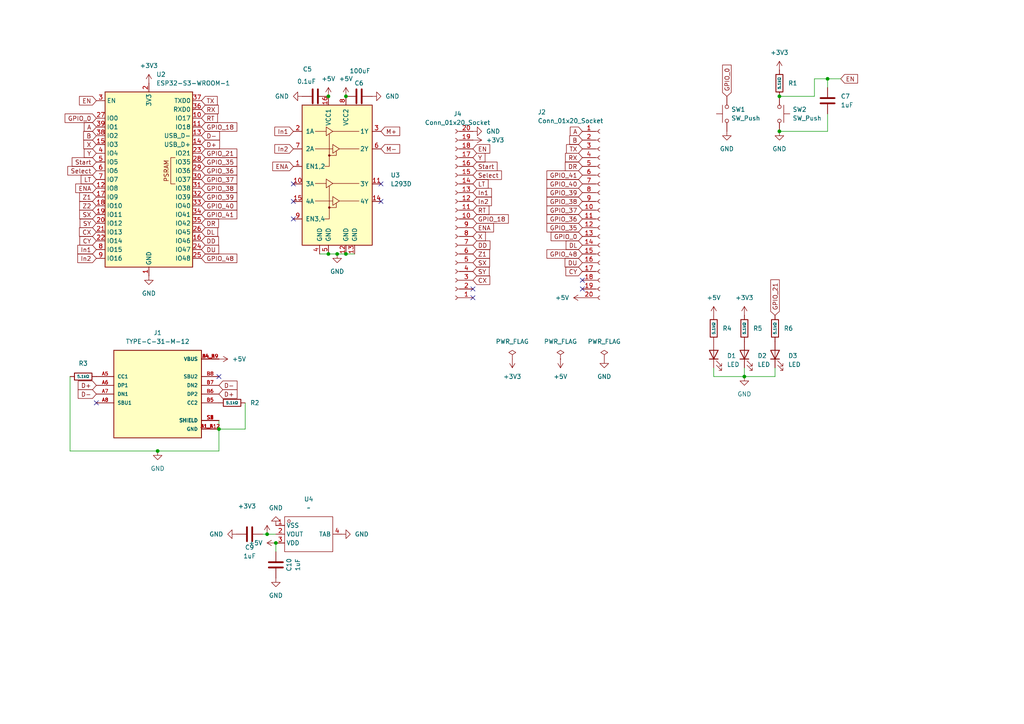
<source format=kicad_sch>
(kicad_sch
	(version 20250114)
	(generator "eeschema")
	(generator_version "9.0")
	(uuid "d9a0395a-e74b-4c15-b5d1-fbf8462f88dc")
	(paper "A4")
	(lib_symbols
		(symbol "Connector:Conn_01x20_Socket"
			(pin_names
				(offset 1.016)
				(hide yes)
			)
			(exclude_from_sim no)
			(in_bom yes)
			(on_board yes)
			(property "Reference" "J"
				(at 0 25.4 0)
				(effects
					(font
						(size 1.27 1.27)
					)
				)
			)
			(property "Value" "Conn_01x20_Socket"
				(at 0 -27.94 0)
				(effects
					(font
						(size 1.27 1.27)
					)
				)
			)
			(property "Footprint" ""
				(at 0 0 0)
				(effects
					(font
						(size 1.27 1.27)
					)
					(hide yes)
				)
			)
			(property "Datasheet" "~"
				(at 0 0 0)
				(effects
					(font
						(size 1.27 1.27)
					)
					(hide yes)
				)
			)
			(property "Description" "Generic connector, single row, 01x20, script generated"
				(at 0 0 0)
				(effects
					(font
						(size 1.27 1.27)
					)
					(hide yes)
				)
			)
			(property "ki_locked" ""
				(at 0 0 0)
				(effects
					(font
						(size 1.27 1.27)
					)
				)
			)
			(property "ki_keywords" "connector"
				(at 0 0 0)
				(effects
					(font
						(size 1.27 1.27)
					)
					(hide yes)
				)
			)
			(property "ki_fp_filters" "Connector*:*_1x??_*"
				(at 0 0 0)
				(effects
					(font
						(size 1.27 1.27)
					)
					(hide yes)
				)
			)
			(symbol "Conn_01x20_Socket_1_1"
				(polyline
					(pts
						(xy -1.27 22.86) (xy -0.508 22.86)
					)
					(stroke
						(width 0.1524)
						(type default)
					)
					(fill
						(type none)
					)
				)
				(polyline
					(pts
						(xy -1.27 20.32) (xy -0.508 20.32)
					)
					(stroke
						(width 0.1524)
						(type default)
					)
					(fill
						(type none)
					)
				)
				(polyline
					(pts
						(xy -1.27 17.78) (xy -0.508 17.78)
					)
					(stroke
						(width 0.1524)
						(type default)
					)
					(fill
						(type none)
					)
				)
				(polyline
					(pts
						(xy -1.27 15.24) (xy -0.508 15.24)
					)
					(stroke
						(width 0.1524)
						(type default)
					)
					(fill
						(type none)
					)
				)
				(polyline
					(pts
						(xy -1.27 12.7) (xy -0.508 12.7)
					)
					(stroke
						(width 0.1524)
						(type default)
					)
					(fill
						(type none)
					)
				)
				(polyline
					(pts
						(xy -1.27 10.16) (xy -0.508 10.16)
					)
					(stroke
						(width 0.1524)
						(type default)
					)
					(fill
						(type none)
					)
				)
				(polyline
					(pts
						(xy -1.27 7.62) (xy -0.508 7.62)
					)
					(stroke
						(width 0.1524)
						(type default)
					)
					(fill
						(type none)
					)
				)
				(polyline
					(pts
						(xy -1.27 5.08) (xy -0.508 5.08)
					)
					(stroke
						(width 0.1524)
						(type default)
					)
					(fill
						(type none)
					)
				)
				(polyline
					(pts
						(xy -1.27 2.54) (xy -0.508 2.54)
					)
					(stroke
						(width 0.1524)
						(type default)
					)
					(fill
						(type none)
					)
				)
				(polyline
					(pts
						(xy -1.27 0) (xy -0.508 0)
					)
					(stroke
						(width 0.1524)
						(type default)
					)
					(fill
						(type none)
					)
				)
				(polyline
					(pts
						(xy -1.27 -2.54) (xy -0.508 -2.54)
					)
					(stroke
						(width 0.1524)
						(type default)
					)
					(fill
						(type none)
					)
				)
				(polyline
					(pts
						(xy -1.27 -5.08) (xy -0.508 -5.08)
					)
					(stroke
						(width 0.1524)
						(type default)
					)
					(fill
						(type none)
					)
				)
				(polyline
					(pts
						(xy -1.27 -7.62) (xy -0.508 -7.62)
					)
					(stroke
						(width 0.1524)
						(type default)
					)
					(fill
						(type none)
					)
				)
				(polyline
					(pts
						(xy -1.27 -10.16) (xy -0.508 -10.16)
					)
					(stroke
						(width 0.1524)
						(type default)
					)
					(fill
						(type none)
					)
				)
				(polyline
					(pts
						(xy -1.27 -12.7) (xy -0.508 -12.7)
					)
					(stroke
						(width 0.1524)
						(type default)
					)
					(fill
						(type none)
					)
				)
				(polyline
					(pts
						(xy -1.27 -15.24) (xy -0.508 -15.24)
					)
					(stroke
						(width 0.1524)
						(type default)
					)
					(fill
						(type none)
					)
				)
				(polyline
					(pts
						(xy -1.27 -17.78) (xy -0.508 -17.78)
					)
					(stroke
						(width 0.1524)
						(type default)
					)
					(fill
						(type none)
					)
				)
				(polyline
					(pts
						(xy -1.27 -20.32) (xy -0.508 -20.32)
					)
					(stroke
						(width 0.1524)
						(type default)
					)
					(fill
						(type none)
					)
				)
				(polyline
					(pts
						(xy -1.27 -22.86) (xy -0.508 -22.86)
					)
					(stroke
						(width 0.1524)
						(type default)
					)
					(fill
						(type none)
					)
				)
				(polyline
					(pts
						(xy -1.27 -25.4) (xy -0.508 -25.4)
					)
					(stroke
						(width 0.1524)
						(type default)
					)
					(fill
						(type none)
					)
				)
				(arc
					(start 0 22.352)
					(mid -0.5058 22.86)
					(end 0 23.368)
					(stroke
						(width 0.1524)
						(type default)
					)
					(fill
						(type none)
					)
				)
				(arc
					(start 0 19.812)
					(mid -0.5058 20.32)
					(end 0 20.828)
					(stroke
						(width 0.1524)
						(type default)
					)
					(fill
						(type none)
					)
				)
				(arc
					(start 0 17.272)
					(mid -0.5058 17.78)
					(end 0 18.288)
					(stroke
						(width 0.1524)
						(type default)
					)
					(fill
						(type none)
					)
				)
				(arc
					(start 0 14.732)
					(mid -0.5058 15.24)
					(end 0 15.748)
					(stroke
						(width 0.1524)
						(type default)
					)
					(fill
						(type none)
					)
				)
				(arc
					(start 0 12.192)
					(mid -0.5058 12.7)
					(end 0 13.208)
					(stroke
						(width 0.1524)
						(type default)
					)
					(fill
						(type none)
					)
				)
				(arc
					(start 0 9.652)
					(mid -0.5058 10.16)
					(end 0 10.668)
					(stroke
						(width 0.1524)
						(type default)
					)
					(fill
						(type none)
					)
				)
				(arc
					(start 0 7.112)
					(mid -0.5058 7.62)
					(end 0 8.128)
					(stroke
						(width 0.1524)
						(type default)
					)
					(fill
						(type none)
					)
				)
				(arc
					(start 0 4.572)
					(mid -0.5058 5.08)
					(end 0 5.588)
					(stroke
						(width 0.1524)
						(type default)
					)
					(fill
						(type none)
					)
				)
				(arc
					(start 0 2.032)
					(mid -0.5058 2.54)
					(end 0 3.048)
					(stroke
						(width 0.1524)
						(type default)
					)
					(fill
						(type none)
					)
				)
				(arc
					(start 0 -0.508)
					(mid -0.5058 0)
					(end 0 0.508)
					(stroke
						(width 0.1524)
						(type default)
					)
					(fill
						(type none)
					)
				)
				(arc
					(start 0 -3.048)
					(mid -0.5058 -2.54)
					(end 0 -2.032)
					(stroke
						(width 0.1524)
						(type default)
					)
					(fill
						(type none)
					)
				)
				(arc
					(start 0 -5.588)
					(mid -0.5058 -5.08)
					(end 0 -4.572)
					(stroke
						(width 0.1524)
						(type default)
					)
					(fill
						(type none)
					)
				)
				(arc
					(start 0 -8.128)
					(mid -0.5058 -7.62)
					(end 0 -7.112)
					(stroke
						(width 0.1524)
						(type default)
					)
					(fill
						(type none)
					)
				)
				(arc
					(start 0 -10.668)
					(mid -0.5058 -10.16)
					(end 0 -9.652)
					(stroke
						(width 0.1524)
						(type default)
					)
					(fill
						(type none)
					)
				)
				(arc
					(start 0 -13.208)
					(mid -0.5058 -12.7)
					(end 0 -12.192)
					(stroke
						(width 0.1524)
						(type default)
					)
					(fill
						(type none)
					)
				)
				(arc
					(start 0 -15.748)
					(mid -0.5058 -15.24)
					(end 0 -14.732)
					(stroke
						(width 0.1524)
						(type default)
					)
					(fill
						(type none)
					)
				)
				(arc
					(start 0 -18.288)
					(mid -0.5058 -17.78)
					(end 0 -17.272)
					(stroke
						(width 0.1524)
						(type default)
					)
					(fill
						(type none)
					)
				)
				(arc
					(start 0 -20.828)
					(mid -0.5058 -20.32)
					(end 0 -19.812)
					(stroke
						(width 0.1524)
						(type default)
					)
					(fill
						(type none)
					)
				)
				(arc
					(start 0 -23.368)
					(mid -0.5058 -22.86)
					(end 0 -22.352)
					(stroke
						(width 0.1524)
						(type default)
					)
					(fill
						(type none)
					)
				)
				(arc
					(start 0 -25.908)
					(mid -0.5058 -25.4)
					(end 0 -24.892)
					(stroke
						(width 0.1524)
						(type default)
					)
					(fill
						(type none)
					)
				)
				(pin passive line
					(at -5.08 22.86 0)
					(length 3.81)
					(name "Pin_1"
						(effects
							(font
								(size 1.27 1.27)
							)
						)
					)
					(number "1"
						(effects
							(font
								(size 1.27 1.27)
							)
						)
					)
				)
				(pin passive line
					(at -5.08 20.32 0)
					(length 3.81)
					(name "Pin_2"
						(effects
							(font
								(size 1.27 1.27)
							)
						)
					)
					(number "2"
						(effects
							(font
								(size 1.27 1.27)
							)
						)
					)
				)
				(pin passive line
					(at -5.08 17.78 0)
					(length 3.81)
					(name "Pin_3"
						(effects
							(font
								(size 1.27 1.27)
							)
						)
					)
					(number "3"
						(effects
							(font
								(size 1.27 1.27)
							)
						)
					)
				)
				(pin passive line
					(at -5.08 15.24 0)
					(length 3.81)
					(name "Pin_4"
						(effects
							(font
								(size 1.27 1.27)
							)
						)
					)
					(number "4"
						(effects
							(font
								(size 1.27 1.27)
							)
						)
					)
				)
				(pin passive line
					(at -5.08 12.7 0)
					(length 3.81)
					(name "Pin_5"
						(effects
							(font
								(size 1.27 1.27)
							)
						)
					)
					(number "5"
						(effects
							(font
								(size 1.27 1.27)
							)
						)
					)
				)
				(pin passive line
					(at -5.08 10.16 0)
					(length 3.81)
					(name "Pin_6"
						(effects
							(font
								(size 1.27 1.27)
							)
						)
					)
					(number "6"
						(effects
							(font
								(size 1.27 1.27)
							)
						)
					)
				)
				(pin passive line
					(at -5.08 7.62 0)
					(length 3.81)
					(name "Pin_7"
						(effects
							(font
								(size 1.27 1.27)
							)
						)
					)
					(number "7"
						(effects
							(font
								(size 1.27 1.27)
							)
						)
					)
				)
				(pin passive line
					(at -5.08 5.08 0)
					(length 3.81)
					(name "Pin_8"
						(effects
							(font
								(size 1.27 1.27)
							)
						)
					)
					(number "8"
						(effects
							(font
								(size 1.27 1.27)
							)
						)
					)
				)
				(pin passive line
					(at -5.08 2.54 0)
					(length 3.81)
					(name "Pin_9"
						(effects
							(font
								(size 1.27 1.27)
							)
						)
					)
					(number "9"
						(effects
							(font
								(size 1.27 1.27)
							)
						)
					)
				)
				(pin passive line
					(at -5.08 0 0)
					(length 3.81)
					(name "Pin_10"
						(effects
							(font
								(size 1.27 1.27)
							)
						)
					)
					(number "10"
						(effects
							(font
								(size 1.27 1.27)
							)
						)
					)
				)
				(pin passive line
					(at -5.08 -2.54 0)
					(length 3.81)
					(name "Pin_11"
						(effects
							(font
								(size 1.27 1.27)
							)
						)
					)
					(number "11"
						(effects
							(font
								(size 1.27 1.27)
							)
						)
					)
				)
				(pin passive line
					(at -5.08 -5.08 0)
					(length 3.81)
					(name "Pin_12"
						(effects
							(font
								(size 1.27 1.27)
							)
						)
					)
					(number "12"
						(effects
							(font
								(size 1.27 1.27)
							)
						)
					)
				)
				(pin passive line
					(at -5.08 -7.62 0)
					(length 3.81)
					(name "Pin_13"
						(effects
							(font
								(size 1.27 1.27)
							)
						)
					)
					(number "13"
						(effects
							(font
								(size 1.27 1.27)
							)
						)
					)
				)
				(pin passive line
					(at -5.08 -10.16 0)
					(length 3.81)
					(name "Pin_14"
						(effects
							(font
								(size 1.27 1.27)
							)
						)
					)
					(number "14"
						(effects
							(font
								(size 1.27 1.27)
							)
						)
					)
				)
				(pin passive line
					(at -5.08 -12.7 0)
					(length 3.81)
					(name "Pin_15"
						(effects
							(font
								(size 1.27 1.27)
							)
						)
					)
					(number "15"
						(effects
							(font
								(size 1.27 1.27)
							)
						)
					)
				)
				(pin passive line
					(at -5.08 -15.24 0)
					(length 3.81)
					(name "Pin_16"
						(effects
							(font
								(size 1.27 1.27)
							)
						)
					)
					(number "16"
						(effects
							(font
								(size 1.27 1.27)
							)
						)
					)
				)
				(pin passive line
					(at -5.08 -17.78 0)
					(length 3.81)
					(name "Pin_17"
						(effects
							(font
								(size 1.27 1.27)
							)
						)
					)
					(number "17"
						(effects
							(font
								(size 1.27 1.27)
							)
						)
					)
				)
				(pin passive line
					(at -5.08 -20.32 0)
					(length 3.81)
					(name "Pin_18"
						(effects
							(font
								(size 1.27 1.27)
							)
						)
					)
					(number "18"
						(effects
							(font
								(size 1.27 1.27)
							)
						)
					)
				)
				(pin passive line
					(at -5.08 -22.86 0)
					(length 3.81)
					(name "Pin_19"
						(effects
							(font
								(size 1.27 1.27)
							)
						)
					)
					(number "19"
						(effects
							(font
								(size 1.27 1.27)
							)
						)
					)
				)
				(pin passive line
					(at -5.08 -25.4 0)
					(length 3.81)
					(name "Pin_20"
						(effects
							(font
								(size 1.27 1.27)
							)
						)
					)
					(number "20"
						(effects
							(font
								(size 1.27 1.27)
							)
						)
					)
				)
			)
			(embedded_fonts no)
		)
		(symbol "Device:C"
			(pin_numbers
				(hide yes)
			)
			(pin_names
				(offset 0.254)
			)
			(exclude_from_sim no)
			(in_bom yes)
			(on_board yes)
			(property "Reference" "C"
				(at 0.635 2.54 0)
				(effects
					(font
						(size 1.27 1.27)
					)
					(justify left)
				)
			)
			(property "Value" "C"
				(at 0.635 -2.54 0)
				(effects
					(font
						(size 1.27 1.27)
					)
					(justify left)
				)
			)
			(property "Footprint" ""
				(at 0.9652 -3.81 0)
				(effects
					(font
						(size 1.27 1.27)
					)
					(hide yes)
				)
			)
			(property "Datasheet" "~"
				(at 0 0 0)
				(effects
					(font
						(size 1.27 1.27)
					)
					(hide yes)
				)
			)
			(property "Description" "Unpolarized capacitor"
				(at 0 0 0)
				(effects
					(font
						(size 1.27 1.27)
					)
					(hide yes)
				)
			)
			(property "ki_keywords" "cap capacitor"
				(at 0 0 0)
				(effects
					(font
						(size 1.27 1.27)
					)
					(hide yes)
				)
			)
			(property "ki_fp_filters" "C_*"
				(at 0 0 0)
				(effects
					(font
						(size 1.27 1.27)
					)
					(hide yes)
				)
			)
			(symbol "C_0_1"
				(polyline
					(pts
						(xy -2.032 0.762) (xy 2.032 0.762)
					)
					(stroke
						(width 0.508)
						(type default)
					)
					(fill
						(type none)
					)
				)
				(polyline
					(pts
						(xy -2.032 -0.762) (xy 2.032 -0.762)
					)
					(stroke
						(width 0.508)
						(type default)
					)
					(fill
						(type none)
					)
				)
			)
			(symbol "C_1_1"
				(pin passive line
					(at 0 3.81 270)
					(length 2.794)
					(name "~"
						(effects
							(font
								(size 1.27 1.27)
							)
						)
					)
					(number "1"
						(effects
							(font
								(size 1.27 1.27)
							)
						)
					)
				)
				(pin passive line
					(at 0 -3.81 90)
					(length 2.794)
					(name "~"
						(effects
							(font
								(size 1.27 1.27)
							)
						)
					)
					(number "2"
						(effects
							(font
								(size 1.27 1.27)
							)
						)
					)
				)
			)
			(embedded_fonts no)
		)
		(symbol "Device:LED"
			(pin_numbers
				(hide yes)
			)
			(pin_names
				(offset 1.016)
				(hide yes)
			)
			(exclude_from_sim no)
			(in_bom yes)
			(on_board yes)
			(property "Reference" "D"
				(at 0 2.54 0)
				(effects
					(font
						(size 1.27 1.27)
					)
				)
			)
			(property "Value" "LED"
				(at 0 -2.54 0)
				(effects
					(font
						(size 1.27 1.27)
					)
				)
			)
			(property "Footprint" ""
				(at 0 0 0)
				(effects
					(font
						(size 1.27 1.27)
					)
					(hide yes)
				)
			)
			(property "Datasheet" "~"
				(at 0 0 0)
				(effects
					(font
						(size 1.27 1.27)
					)
					(hide yes)
				)
			)
			(property "Description" "Light emitting diode"
				(at 0 0 0)
				(effects
					(font
						(size 1.27 1.27)
					)
					(hide yes)
				)
			)
			(property "Sim.Pins" "1=K 2=A"
				(at 0 0 0)
				(effects
					(font
						(size 1.27 1.27)
					)
					(hide yes)
				)
			)
			(property "ki_keywords" "LED diode"
				(at 0 0 0)
				(effects
					(font
						(size 1.27 1.27)
					)
					(hide yes)
				)
			)
			(property "ki_fp_filters" "LED* LED_SMD:* LED_THT:*"
				(at 0 0 0)
				(effects
					(font
						(size 1.27 1.27)
					)
					(hide yes)
				)
			)
			(symbol "LED_0_1"
				(polyline
					(pts
						(xy -3.048 -0.762) (xy -4.572 -2.286) (xy -3.81 -2.286) (xy -4.572 -2.286) (xy -4.572 -1.524)
					)
					(stroke
						(width 0)
						(type default)
					)
					(fill
						(type none)
					)
				)
				(polyline
					(pts
						(xy -1.778 -0.762) (xy -3.302 -2.286) (xy -2.54 -2.286) (xy -3.302 -2.286) (xy -3.302 -1.524)
					)
					(stroke
						(width 0)
						(type default)
					)
					(fill
						(type none)
					)
				)
				(polyline
					(pts
						(xy -1.27 0) (xy 1.27 0)
					)
					(stroke
						(width 0)
						(type default)
					)
					(fill
						(type none)
					)
				)
				(polyline
					(pts
						(xy -1.27 -1.27) (xy -1.27 1.27)
					)
					(stroke
						(width 0.254)
						(type default)
					)
					(fill
						(type none)
					)
				)
				(polyline
					(pts
						(xy 1.27 -1.27) (xy 1.27 1.27) (xy -1.27 0) (xy 1.27 -1.27)
					)
					(stroke
						(width 0.254)
						(type default)
					)
					(fill
						(type none)
					)
				)
			)
			(symbol "LED_1_1"
				(pin passive line
					(at -3.81 0 0)
					(length 2.54)
					(name "K"
						(effects
							(font
								(size 1.27 1.27)
							)
						)
					)
					(number "1"
						(effects
							(font
								(size 1.27 1.27)
							)
						)
					)
				)
				(pin passive line
					(at 3.81 0 180)
					(length 2.54)
					(name "A"
						(effects
							(font
								(size 1.27 1.27)
							)
						)
					)
					(number "2"
						(effects
							(font
								(size 1.27 1.27)
							)
						)
					)
				)
			)
			(embedded_fonts no)
		)
		(symbol "Driver_Motor:L293D"
			(pin_names
				(offset 1.016)
			)
			(exclude_from_sim no)
			(in_bom yes)
			(on_board yes)
			(property "Reference" "U"
				(at -5.08 26.035 0)
				(effects
					(font
						(size 1.27 1.27)
					)
					(justify right)
				)
			)
			(property "Value" "L293D"
				(at -5.08 24.13 0)
				(effects
					(font
						(size 1.27 1.27)
					)
					(justify right)
				)
			)
			(property "Footprint" "Package_DIP:DIP-16_W7.62mm"
				(at 6.35 -19.05 0)
				(effects
					(font
						(size 1.27 1.27)
					)
					(justify left)
					(hide yes)
				)
			)
			(property "Datasheet" "http://www.ti.com/lit/ds/symlink/l293.pdf"
				(at -7.62 17.78 0)
				(effects
					(font
						(size 1.27 1.27)
					)
					(hide yes)
				)
			)
			(property "Description" "Quadruple Half-H Drivers"
				(at 0 0 0)
				(effects
					(font
						(size 1.27 1.27)
					)
					(hide yes)
				)
			)
			(property "ki_keywords" "Half-H Driver Motor"
				(at 0 0 0)
				(effects
					(font
						(size 1.27 1.27)
					)
					(hide yes)
				)
			)
			(property "ki_fp_filters" "DIP*W7.62mm*"
				(at 0 0 0)
				(effects
					(font
						(size 1.27 1.27)
					)
					(hide yes)
				)
			)
			(symbol "L293D_0_1"
				(rectangle
					(start -10.16 22.86)
					(end 10.16 -17.78)
					(stroke
						(width 0.254)
						(type default)
					)
					(fill
						(type background)
					)
				)
				(polyline
					(pts
						(xy -6.35 15.24) (xy -3.175 15.24)
					)
					(stroke
						(width 0)
						(type default)
					)
					(fill
						(type none)
					)
				)
				(polyline
					(pts
						(xy -6.35 10.16) (xy -1.27 10.16)
					)
					(stroke
						(width 0)
						(type default)
					)
					(fill
						(type none)
					)
				)
				(polyline
					(pts
						(xy -6.35 0.127) (xy -3.175 0.127)
					)
					(stroke
						(width 0)
						(type default)
					)
					(fill
						(type none)
					)
				)
				(polyline
					(pts
						(xy -6.35 -4.953) (xy -1.27 -4.953)
					)
					(stroke
						(width 0)
						(type default)
					)
					(fill
						(type none)
					)
				)
				(polyline
					(pts
						(xy -3.175 16.51) (xy -3.175 13.97) (xy -1.27 15.24) (xy -3.175 16.51)
					)
					(stroke
						(width 0)
						(type default)
					)
					(fill
						(type none)
					)
				)
				(polyline
					(pts
						(xy -3.175 1.397) (xy -3.175 -1.143) (xy -1.27 0.127) (xy -3.175 1.397)
					)
					(stroke
						(width 0)
						(type default)
					)
					(fill
						(type none)
					)
				)
				(polyline
					(pts
						(xy -2.286 14.478) (xy -2.286 5.08) (xy -3.556 5.08)
					)
					(stroke
						(width 0)
						(type default)
					)
					(fill
						(type none)
					)
				)
				(circle
					(center -2.286 8.255)
					(radius 0.254)
					(stroke
						(width 0)
						(type default)
					)
					(fill
						(type outline)
					)
				)
				(polyline
					(pts
						(xy -2.286 8.255) (xy -0.254 8.255) (xy -0.254 9.525)
					)
					(stroke
						(width 0)
						(type default)
					)
					(fill
						(type none)
					)
				)
				(polyline
					(pts
						(xy -2.286 -0.635) (xy -2.286 -10.16) (xy -3.556 -10.16)
					)
					(stroke
						(width 0)
						(type default)
					)
					(fill
						(type none)
					)
				)
				(circle
					(center -2.286 -6.858)
					(radius 0.254)
					(stroke
						(width 0)
						(type default)
					)
					(fill
						(type outline)
					)
				)
				(polyline
					(pts
						(xy -2.286 -6.858) (xy -0.254 -6.858) (xy -0.254 -5.588)
					)
					(stroke
						(width 0)
						(type default)
					)
					(fill
						(type none)
					)
				)
				(polyline
					(pts
						(xy -1.27 15.24) (xy 6.35 15.24)
					)
					(stroke
						(width 0)
						(type default)
					)
					(fill
						(type none)
					)
				)
				(polyline
					(pts
						(xy -1.27 11.43) (xy -1.27 8.89) (xy 0.635 10.16) (xy -1.27 11.43)
					)
					(stroke
						(width 0)
						(type default)
					)
					(fill
						(type none)
					)
				)
				(polyline
					(pts
						(xy -1.27 0.127) (xy 6.35 0.127)
					)
					(stroke
						(width 0)
						(type default)
					)
					(fill
						(type none)
					)
				)
				(polyline
					(pts
						(xy -1.27 -3.683) (xy -1.27 -6.223) (xy 0.635 -4.953) (xy -1.27 -3.683)
					)
					(stroke
						(width 0)
						(type default)
					)
					(fill
						(type none)
					)
				)
				(polyline
					(pts
						(xy 0.635 10.16) (xy 6.35 10.16)
					)
					(stroke
						(width 0)
						(type default)
					)
					(fill
						(type none)
					)
				)
				(polyline
					(pts
						(xy 0.635 -4.953) (xy 6.35 -4.953)
					)
					(stroke
						(width 0)
						(type default)
					)
					(fill
						(type none)
					)
				)
			)
			(symbol "L293D_1_1"
				(pin input line
					(at -12.7 15.24 0)
					(length 2.54)
					(name "1A"
						(effects
							(font
								(size 1.27 1.27)
							)
						)
					)
					(number "2"
						(effects
							(font
								(size 1.27 1.27)
							)
						)
					)
				)
				(pin input line
					(at -12.7 10.16 0)
					(length 2.54)
					(name "2A"
						(effects
							(font
								(size 1.27 1.27)
							)
						)
					)
					(number "7"
						(effects
							(font
								(size 1.27 1.27)
							)
						)
					)
				)
				(pin input line
					(at -12.7 5.08 0)
					(length 2.54)
					(name "EN1,2"
						(effects
							(font
								(size 1.27 1.27)
							)
						)
					)
					(number "1"
						(effects
							(font
								(size 1.27 1.27)
							)
						)
					)
				)
				(pin input line
					(at -12.7 0 0)
					(length 2.54)
					(name "3A"
						(effects
							(font
								(size 1.27 1.27)
							)
						)
					)
					(number "10"
						(effects
							(font
								(size 1.27 1.27)
							)
						)
					)
				)
				(pin input line
					(at -12.7 -5.08 0)
					(length 2.54)
					(name "4A"
						(effects
							(font
								(size 1.27 1.27)
							)
						)
					)
					(number "15"
						(effects
							(font
								(size 1.27 1.27)
							)
						)
					)
				)
				(pin input line
					(at -12.7 -10.16 0)
					(length 2.54)
					(name "EN3,4"
						(effects
							(font
								(size 1.27 1.27)
							)
						)
					)
					(number "9"
						(effects
							(font
								(size 1.27 1.27)
							)
						)
					)
				)
				(pin power_in line
					(at -5.08 -20.32 90)
					(length 2.54)
					(name "GND"
						(effects
							(font
								(size 1.27 1.27)
							)
						)
					)
					(number "4"
						(effects
							(font
								(size 1.27 1.27)
							)
						)
					)
				)
				(pin power_in line
					(at -2.54 25.4 270)
					(length 2.54)
					(name "VCC1"
						(effects
							(font
								(size 1.27 1.27)
							)
						)
					)
					(number "16"
						(effects
							(font
								(size 1.27 1.27)
							)
						)
					)
				)
				(pin power_in line
					(at -2.54 -20.32 90)
					(length 2.54)
					(name "GND"
						(effects
							(font
								(size 1.27 1.27)
							)
						)
					)
					(number "5"
						(effects
							(font
								(size 1.27 1.27)
							)
						)
					)
				)
				(pin power_in line
					(at 2.54 25.4 270)
					(length 2.54)
					(name "VCC2"
						(effects
							(font
								(size 1.27 1.27)
							)
						)
					)
					(number "8"
						(effects
							(font
								(size 1.27 1.27)
							)
						)
					)
				)
				(pin power_in line
					(at 2.54 -20.32 90)
					(length 2.54)
					(name "GND"
						(effects
							(font
								(size 1.27 1.27)
							)
						)
					)
					(number "12"
						(effects
							(font
								(size 1.27 1.27)
							)
						)
					)
				)
				(pin power_in line
					(at 5.08 -20.32 90)
					(length 2.54)
					(name "GND"
						(effects
							(font
								(size 1.27 1.27)
							)
						)
					)
					(number "13"
						(effects
							(font
								(size 1.27 1.27)
							)
						)
					)
				)
				(pin output line
					(at 12.7 15.24 180)
					(length 2.54)
					(name "1Y"
						(effects
							(font
								(size 1.27 1.27)
							)
						)
					)
					(number "3"
						(effects
							(font
								(size 1.27 1.27)
							)
						)
					)
				)
				(pin output line
					(at 12.7 10.16 180)
					(length 2.54)
					(name "2Y"
						(effects
							(font
								(size 1.27 1.27)
							)
						)
					)
					(number "6"
						(effects
							(font
								(size 1.27 1.27)
							)
						)
					)
				)
				(pin output line
					(at 12.7 0 180)
					(length 2.54)
					(name "3Y"
						(effects
							(font
								(size 1.27 1.27)
							)
						)
					)
					(number "11"
						(effects
							(font
								(size 1.27 1.27)
							)
						)
					)
				)
				(pin output line
					(at 12.7 -5.08 180)
					(length 2.54)
					(name "4Y"
						(effects
							(font
								(size 1.27 1.27)
							)
						)
					)
					(number "14"
						(effects
							(font
								(size 1.27 1.27)
							)
						)
					)
				)
			)
			(embedded_fonts no)
		)
		(symbol "PCM_JLCPCB-Resistors:0603,5.1kΩ"
			(pin_numbers
				(hide yes)
			)
			(pin_names
				(offset 0)
			)
			(exclude_from_sim no)
			(in_bom yes)
			(on_board yes)
			(property "Reference" "R"
				(at 1.778 0 0)
				(effects
					(font
						(size 1.27 1.27)
					)
					(justify left)
				)
			)
			(property "Value" "5.1kΩ"
				(at 0 0 90)
				(do_not_autoplace)
				(effects
					(font
						(size 0.8 0.8)
					)
				)
			)
			(property "Footprint" "PCM_JLCPCB:R_0603"
				(at -1.778 0 90)
				(effects
					(font
						(size 1.27 1.27)
					)
					(hide yes)
				)
			)
			(property "Datasheet" "https://www.lcsc.com/datasheet/lcsc_datasheet_2206010116_UNI-ROYAL-Uniroyal-Elec-0603WAF5101T5E_C23186.pdf"
				(at 0 0 0)
				(effects
					(font
						(size 1.27 1.27)
					)
					(hide yes)
				)
			)
			(property "Description" "100mW Thick Film Resistors 75V ±100ppm/°C ±1% 5.1kΩ 0603 Chip Resistor - Surface Mount ROHS"
				(at 0 0 0)
				(effects
					(font
						(size 1.27 1.27)
					)
					(hide yes)
				)
			)
			(property "LCSC" "C23186"
				(at 0 0 0)
				(effects
					(font
						(size 1.27 1.27)
					)
					(hide yes)
				)
			)
			(property "Stock" "9223405"
				(at 0 0 0)
				(effects
					(font
						(size 1.27 1.27)
					)
					(hide yes)
				)
			)
			(property "Price" "0.004USD"
				(at 0 0 0)
				(effects
					(font
						(size 1.27 1.27)
					)
					(hide yes)
				)
			)
			(property "Process" "SMT"
				(at 0 0 0)
				(effects
					(font
						(size 1.27 1.27)
					)
					(hide yes)
				)
			)
			(property "Minimum Qty" "20"
				(at 0 0 0)
				(effects
					(font
						(size 1.27 1.27)
					)
					(hide yes)
				)
			)
			(property "Attrition Qty" "10"
				(at 0 0 0)
				(effects
					(font
						(size 1.27 1.27)
					)
					(hide yes)
				)
			)
			(property "Class" "Basic Component"
				(at 0 0 0)
				(effects
					(font
						(size 1.27 1.27)
					)
					(hide yes)
				)
			)
			(property "Category" "Resistors,Chip Resistor - Surface Mount"
				(at 0 0 0)
				(effects
					(font
						(size 1.27 1.27)
					)
					(hide yes)
				)
			)
			(property "Manufacturer" "UNI-ROYAL(Uniroyal Elec)"
				(at 0 0 0)
				(effects
					(font
						(size 1.27 1.27)
					)
					(hide yes)
				)
			)
			(property "Part" "0603WAF5101T5E"
				(at 0 0 0)
				(effects
					(font
						(size 1.27 1.27)
					)
					(hide yes)
				)
			)
			(property "Resistance" "5.1kΩ"
				(at 0 0 0)
				(effects
					(font
						(size 1.27 1.27)
					)
					(hide yes)
				)
			)
			(property "Power(Watts)" "100mW"
				(at 0 0 0)
				(effects
					(font
						(size 1.27 1.27)
					)
					(hide yes)
				)
			)
			(property "Type" "Thick Film Resistors"
				(at 0 0 0)
				(effects
					(font
						(size 1.27 1.27)
					)
					(hide yes)
				)
			)
			(property "Overload Voltage (Max)" "75V"
				(at 0 0 0)
				(effects
					(font
						(size 1.27 1.27)
					)
					(hide yes)
				)
			)
			(property "Operating Temperature Range" "-55°C~+155°C"
				(at 0 0 0)
				(effects
					(font
						(size 1.27 1.27)
					)
					(hide yes)
				)
			)
			(property "Tolerance" "±1%"
				(at 0 0 0)
				(effects
					(font
						(size 1.27 1.27)
					)
					(hide yes)
				)
			)
			(property "Temperature Coefficient" "±100ppm/°C"
				(at 0 0 0)
				(effects
					(font
						(size 1.27 1.27)
					)
					(hide yes)
				)
			)
			(property "ki_fp_filters" "R_*"
				(at 0 0 0)
				(effects
					(font
						(size 1.27 1.27)
					)
					(hide yes)
				)
			)
			(symbol "0603,5.1kΩ_0_1"
				(rectangle
					(start -1.016 2.54)
					(end 1.016 -2.54)
					(stroke
						(width 0.254)
						(type default)
					)
					(fill
						(type none)
					)
				)
			)
			(symbol "0603,5.1kΩ_1_1"
				(pin passive line
					(at 0 3.81 270)
					(length 1.27)
					(name "~"
						(effects
							(font
								(size 1.27 1.27)
							)
						)
					)
					(number "1"
						(effects
							(font
								(size 1.27 1.27)
							)
						)
					)
				)
				(pin passive line
					(at 0 -3.81 90)
					(length 1.27)
					(name "~"
						(effects
							(font
								(size 1.27 1.27)
							)
						)
					)
					(number "2"
						(effects
							(font
								(size 1.27 1.27)
							)
						)
					)
				)
			)
			(embedded_fonts no)
		)
		(symbol "RF_Module:ESP32-S3-WROOM-1"
			(exclude_from_sim no)
			(in_bom yes)
			(on_board yes)
			(property "Reference" "U"
				(at -12.7 26.67 0)
				(effects
					(font
						(size 1.27 1.27)
					)
				)
			)
			(property "Value" "ESP32-S3-WROOM-1"
				(at 12.7 26.67 0)
				(effects
					(font
						(size 1.27 1.27)
					)
				)
			)
			(property "Footprint" "RF_Module:ESP32-S3-WROOM-1"
				(at 0 2.54 0)
				(effects
					(font
						(size 1.27 1.27)
					)
					(hide yes)
				)
			)
			(property "Datasheet" "https://www.espressif.com/sites/default/files/documentation/esp32-s3-wroom-1_wroom-1u_datasheet_en.pdf"
				(at 0 0 0)
				(effects
					(font
						(size 1.27 1.27)
					)
					(hide yes)
				)
			)
			(property "Description" "RF Module, ESP32-S3 SoC, Wi-Fi 802.11b/g/n, Bluetooth, BLE, 32-bit, 3.3V, onboard antenna, SMD"
				(at 0 0 0)
				(effects
					(font
						(size 1.27 1.27)
					)
					(hide yes)
				)
			)
			(property "ki_keywords" "RF Radio BT ESP ESP32-S3 Espressif onboard PCB antenna"
				(at 0 0 0)
				(effects
					(font
						(size 1.27 1.27)
					)
					(hide yes)
				)
			)
			(property "ki_fp_filters" "ESP32?S3?WROOM?1*"
				(at 0 0 0)
				(effects
					(font
						(size 1.27 1.27)
					)
					(hide yes)
				)
			)
			(symbol "ESP32-S3-WROOM-1_0_0"
				(rectangle
					(start -12.7 25.4)
					(end 12.7 -25.4)
					(stroke
						(width 0.254)
						(type default)
					)
					(fill
						(type background)
					)
				)
				(text "PSRAM"
					(at 5.08 2.54 900)
					(effects
						(font
							(size 1.27 1.27)
						)
					)
				)
			)
			(symbol "ESP32-S3-WROOM-1_0_1"
				(polyline
					(pts
						(xy 7.62 -1.27) (xy 6.35 -1.27) (xy 6.35 6.35) (xy 7.62 6.35)
					)
					(stroke
						(width 0)
						(type default)
					)
					(fill
						(type none)
					)
				)
			)
			(symbol "ESP32-S3-WROOM-1_1_1"
				(pin input line
					(at -15.24 22.86 0)
					(length 2.54)
					(name "EN"
						(effects
							(font
								(size 1.27 1.27)
							)
						)
					)
					(number "3"
						(effects
							(font
								(size 1.27 1.27)
							)
						)
					)
				)
				(pin bidirectional line
					(at -15.24 17.78 0)
					(length 2.54)
					(name "IO0"
						(effects
							(font
								(size 1.27 1.27)
							)
						)
					)
					(number "27"
						(effects
							(font
								(size 1.27 1.27)
							)
						)
					)
				)
				(pin bidirectional line
					(at -15.24 15.24 0)
					(length 2.54)
					(name "IO1"
						(effects
							(font
								(size 1.27 1.27)
							)
						)
					)
					(number "39"
						(effects
							(font
								(size 1.27 1.27)
							)
						)
					)
				)
				(pin bidirectional line
					(at -15.24 12.7 0)
					(length 2.54)
					(name "IO2"
						(effects
							(font
								(size 1.27 1.27)
							)
						)
					)
					(number "38"
						(effects
							(font
								(size 1.27 1.27)
							)
						)
					)
				)
				(pin bidirectional line
					(at -15.24 10.16 0)
					(length 2.54)
					(name "IO3"
						(effects
							(font
								(size 1.27 1.27)
							)
						)
					)
					(number "15"
						(effects
							(font
								(size 1.27 1.27)
							)
						)
					)
				)
				(pin bidirectional line
					(at -15.24 7.62 0)
					(length 2.54)
					(name "IO4"
						(effects
							(font
								(size 1.27 1.27)
							)
						)
					)
					(number "4"
						(effects
							(font
								(size 1.27 1.27)
							)
						)
					)
				)
				(pin bidirectional line
					(at -15.24 5.08 0)
					(length 2.54)
					(name "IO5"
						(effects
							(font
								(size 1.27 1.27)
							)
						)
					)
					(number "5"
						(effects
							(font
								(size 1.27 1.27)
							)
						)
					)
				)
				(pin bidirectional line
					(at -15.24 2.54 0)
					(length 2.54)
					(name "IO6"
						(effects
							(font
								(size 1.27 1.27)
							)
						)
					)
					(number "6"
						(effects
							(font
								(size 1.27 1.27)
							)
						)
					)
				)
				(pin bidirectional line
					(at -15.24 0 0)
					(length 2.54)
					(name "IO7"
						(effects
							(font
								(size 1.27 1.27)
							)
						)
					)
					(number "7"
						(effects
							(font
								(size 1.27 1.27)
							)
						)
					)
				)
				(pin bidirectional line
					(at -15.24 -2.54 0)
					(length 2.54)
					(name "IO8"
						(effects
							(font
								(size 1.27 1.27)
							)
						)
					)
					(number "12"
						(effects
							(font
								(size 1.27 1.27)
							)
						)
					)
				)
				(pin bidirectional line
					(at -15.24 -5.08 0)
					(length 2.54)
					(name "IO9"
						(effects
							(font
								(size 1.27 1.27)
							)
						)
					)
					(number "17"
						(effects
							(font
								(size 1.27 1.27)
							)
						)
					)
				)
				(pin bidirectional line
					(at -15.24 -7.62 0)
					(length 2.54)
					(name "IO10"
						(effects
							(font
								(size 1.27 1.27)
							)
						)
					)
					(number "18"
						(effects
							(font
								(size 1.27 1.27)
							)
						)
					)
				)
				(pin bidirectional line
					(at -15.24 -10.16 0)
					(length 2.54)
					(name "IO11"
						(effects
							(font
								(size 1.27 1.27)
							)
						)
					)
					(number "19"
						(effects
							(font
								(size 1.27 1.27)
							)
						)
					)
				)
				(pin bidirectional line
					(at -15.24 -12.7 0)
					(length 2.54)
					(name "IO12"
						(effects
							(font
								(size 1.27 1.27)
							)
						)
					)
					(number "20"
						(effects
							(font
								(size 1.27 1.27)
							)
						)
					)
				)
				(pin bidirectional line
					(at -15.24 -15.24 0)
					(length 2.54)
					(name "IO13"
						(effects
							(font
								(size 1.27 1.27)
							)
						)
					)
					(number "21"
						(effects
							(font
								(size 1.27 1.27)
							)
						)
					)
				)
				(pin bidirectional line
					(at -15.24 -17.78 0)
					(length 2.54)
					(name "IO14"
						(effects
							(font
								(size 1.27 1.27)
							)
						)
					)
					(number "22"
						(effects
							(font
								(size 1.27 1.27)
							)
						)
					)
				)
				(pin bidirectional line
					(at -15.24 -20.32 0)
					(length 2.54)
					(name "IO15"
						(effects
							(font
								(size 1.27 1.27)
							)
						)
					)
					(number "8"
						(effects
							(font
								(size 1.27 1.27)
							)
						)
					)
				)
				(pin bidirectional line
					(at -15.24 -22.86 0)
					(length 2.54)
					(name "IO16"
						(effects
							(font
								(size 1.27 1.27)
							)
						)
					)
					(number "9"
						(effects
							(font
								(size 1.27 1.27)
							)
						)
					)
				)
				(pin power_in line
					(at 0 27.94 270)
					(length 2.54)
					(name "3V3"
						(effects
							(font
								(size 1.27 1.27)
							)
						)
					)
					(number "2"
						(effects
							(font
								(size 1.27 1.27)
							)
						)
					)
				)
				(pin power_in line
					(at 0 -27.94 90)
					(length 2.54)
					(name "GND"
						(effects
							(font
								(size 1.27 1.27)
							)
						)
					)
					(number "1"
						(effects
							(font
								(size 1.27 1.27)
							)
						)
					)
				)
				(pin passive line
					(at 0 -27.94 90)
					(length 2.54)
					(hide yes)
					(name "GND"
						(effects
							(font
								(size 1.27 1.27)
							)
						)
					)
					(number "40"
						(effects
							(font
								(size 1.27 1.27)
							)
						)
					)
				)
				(pin passive line
					(at 0 -27.94 90)
					(length 2.54)
					(hide yes)
					(name "GND"
						(effects
							(font
								(size 1.27 1.27)
							)
						)
					)
					(number "41"
						(effects
							(font
								(size 1.27 1.27)
							)
						)
					)
				)
				(pin bidirectional line
					(at 15.24 22.86 180)
					(length 2.54)
					(name "TXD0"
						(effects
							(font
								(size 1.27 1.27)
							)
						)
					)
					(number "37"
						(effects
							(font
								(size 1.27 1.27)
							)
						)
					)
				)
				(pin bidirectional line
					(at 15.24 20.32 180)
					(length 2.54)
					(name "RXD0"
						(effects
							(font
								(size 1.27 1.27)
							)
						)
					)
					(number "36"
						(effects
							(font
								(size 1.27 1.27)
							)
						)
					)
				)
				(pin bidirectional line
					(at 15.24 17.78 180)
					(length 2.54)
					(name "IO17"
						(effects
							(font
								(size 1.27 1.27)
							)
						)
					)
					(number "10"
						(effects
							(font
								(size 1.27 1.27)
							)
						)
					)
				)
				(pin bidirectional line
					(at 15.24 15.24 180)
					(length 2.54)
					(name "IO18"
						(effects
							(font
								(size 1.27 1.27)
							)
						)
					)
					(number "11"
						(effects
							(font
								(size 1.27 1.27)
							)
						)
					)
				)
				(pin bidirectional line
					(at 15.24 12.7 180)
					(length 2.54)
					(name "USB_D-"
						(effects
							(font
								(size 1.27 1.27)
							)
						)
					)
					(number "13"
						(effects
							(font
								(size 1.27 1.27)
							)
						)
					)
					(alternate "IO19" bidirectional line)
				)
				(pin bidirectional line
					(at 15.24 10.16 180)
					(length 2.54)
					(name "USB_D+"
						(effects
							(font
								(size 1.27 1.27)
							)
						)
					)
					(number "14"
						(effects
							(font
								(size 1.27 1.27)
							)
						)
					)
					(alternate "IO20" bidirectional line)
				)
				(pin bidirectional line
					(at 15.24 7.62 180)
					(length 2.54)
					(name "IO21"
						(effects
							(font
								(size 1.27 1.27)
							)
						)
					)
					(number "23"
						(effects
							(font
								(size 1.27 1.27)
							)
						)
					)
				)
				(pin bidirectional line
					(at 15.24 5.08 180)
					(length 2.54)
					(name "IO35"
						(effects
							(font
								(size 1.27 1.27)
							)
						)
					)
					(number "28"
						(effects
							(font
								(size 1.27 1.27)
							)
						)
					)
				)
				(pin bidirectional line
					(at 15.24 2.54 180)
					(length 2.54)
					(name "IO36"
						(effects
							(font
								(size 1.27 1.27)
							)
						)
					)
					(number "29"
						(effects
							(font
								(size 1.27 1.27)
							)
						)
					)
				)
				(pin bidirectional line
					(at 15.24 0 180)
					(length 2.54)
					(name "IO37"
						(effects
							(font
								(size 1.27 1.27)
							)
						)
					)
					(number "30"
						(effects
							(font
								(size 1.27 1.27)
							)
						)
					)
				)
				(pin bidirectional line
					(at 15.24 -2.54 180)
					(length 2.54)
					(name "IO38"
						(effects
							(font
								(size 1.27 1.27)
							)
						)
					)
					(number "31"
						(effects
							(font
								(size 1.27 1.27)
							)
						)
					)
				)
				(pin bidirectional line
					(at 15.24 -5.08 180)
					(length 2.54)
					(name "IO39"
						(effects
							(font
								(size 1.27 1.27)
							)
						)
					)
					(number "32"
						(effects
							(font
								(size 1.27 1.27)
							)
						)
					)
				)
				(pin bidirectional line
					(at 15.24 -7.62 180)
					(length 2.54)
					(name "IO40"
						(effects
							(font
								(size 1.27 1.27)
							)
						)
					)
					(number "33"
						(effects
							(font
								(size 1.27 1.27)
							)
						)
					)
				)
				(pin bidirectional line
					(at 15.24 -10.16 180)
					(length 2.54)
					(name "IO41"
						(effects
							(font
								(size 1.27 1.27)
							)
						)
					)
					(number "34"
						(effects
							(font
								(size 1.27 1.27)
							)
						)
					)
				)
				(pin bidirectional line
					(at 15.24 -12.7 180)
					(length 2.54)
					(name "IO42"
						(effects
							(font
								(size 1.27 1.27)
							)
						)
					)
					(number "35"
						(effects
							(font
								(size 1.27 1.27)
							)
						)
					)
				)
				(pin bidirectional line
					(at 15.24 -15.24 180)
					(length 2.54)
					(name "IO45"
						(effects
							(font
								(size 1.27 1.27)
							)
						)
					)
					(number "26"
						(effects
							(font
								(size 1.27 1.27)
							)
						)
					)
				)
				(pin bidirectional line
					(at 15.24 -17.78 180)
					(length 2.54)
					(name "IO46"
						(effects
							(font
								(size 1.27 1.27)
							)
						)
					)
					(number "16"
						(effects
							(font
								(size 1.27 1.27)
							)
						)
					)
				)
				(pin bidirectional line
					(at 15.24 -20.32 180)
					(length 2.54)
					(name "IO47"
						(effects
							(font
								(size 1.27 1.27)
							)
						)
					)
					(number "24"
						(effects
							(font
								(size 1.27 1.27)
							)
						)
					)
				)
				(pin bidirectional line
					(at 15.24 -22.86 180)
					(length 2.54)
					(name "IO48"
						(effects
							(font
								(size 1.27 1.27)
							)
						)
					)
					(number "25"
						(effects
							(font
								(size 1.27 1.27)
							)
						)
					)
				)
			)
			(embedded_fonts no)
		)
		(symbol "Switch:SW_Push"
			(pin_numbers
				(hide yes)
			)
			(pin_names
				(offset 1.016)
				(hide yes)
			)
			(exclude_from_sim no)
			(in_bom yes)
			(on_board yes)
			(property "Reference" "SW"
				(at 1.27 2.54 0)
				(effects
					(font
						(size 1.27 1.27)
					)
					(justify left)
				)
			)
			(property "Value" "SW_Push"
				(at 0 -1.524 0)
				(effects
					(font
						(size 1.27 1.27)
					)
				)
			)
			(property "Footprint" ""
				(at 0 5.08 0)
				(effects
					(font
						(size 1.27 1.27)
					)
					(hide yes)
				)
			)
			(property "Datasheet" "~"
				(at 0 5.08 0)
				(effects
					(font
						(size 1.27 1.27)
					)
					(hide yes)
				)
			)
			(property "Description" "Push button switch, generic, two pins"
				(at 0 0 0)
				(effects
					(font
						(size 1.27 1.27)
					)
					(hide yes)
				)
			)
			(property "ki_keywords" "switch normally-open pushbutton push-button"
				(at 0 0 0)
				(effects
					(font
						(size 1.27 1.27)
					)
					(hide yes)
				)
			)
			(symbol "SW_Push_0_1"
				(circle
					(center -2.032 0)
					(radius 0.508)
					(stroke
						(width 0)
						(type default)
					)
					(fill
						(type none)
					)
				)
				(polyline
					(pts
						(xy 0 1.27) (xy 0 3.048)
					)
					(stroke
						(width 0)
						(type default)
					)
					(fill
						(type none)
					)
				)
				(circle
					(center 2.032 0)
					(radius 0.508)
					(stroke
						(width 0)
						(type default)
					)
					(fill
						(type none)
					)
				)
				(polyline
					(pts
						(xy 2.54 1.27) (xy -2.54 1.27)
					)
					(stroke
						(width 0)
						(type default)
					)
					(fill
						(type none)
					)
				)
				(pin passive line
					(at -5.08 0 0)
					(length 2.54)
					(name "1"
						(effects
							(font
								(size 1.27 1.27)
							)
						)
					)
					(number "1"
						(effects
							(font
								(size 1.27 1.27)
							)
						)
					)
				)
				(pin passive line
					(at 5.08 0 180)
					(length 2.54)
					(name "2"
						(effects
							(font
								(size 1.27 1.27)
							)
						)
					)
					(number "2"
						(effects
							(font
								(size 1.27 1.27)
							)
						)
					)
				)
			)
			(embedded_fonts no)
		)
		(symbol "TYPE-C-31-M-12:TYPE-C-31-M-12"
			(pin_names
				(offset 1.016)
			)
			(exclude_from_sim no)
			(in_bom yes)
			(on_board yes)
			(property "Reference" "J"
				(at -12.7 13.462 0)
				(effects
					(font
						(size 1.27 1.27)
					)
					(justify left bottom)
				)
			)
			(property "Value" "TYPE-C-31-M-12"
				(at -12.7 -13.462 0)
				(effects
					(font
						(size 1.27 1.27)
					)
					(justify left top)
				)
			)
			(property "Footprint" "HRO_TYPE-C-31-M-12"
				(at 0 0 0)
				(effects
					(font
						(size 1.27 1.27)
					)
					(justify bottom)
					(hide yes)
				)
			)
			(property "Datasheet" ""
				(at 0 0 0)
				(effects
					(font
						(size 1.27 1.27)
					)
					(hide yes)
				)
			)
			(property "Description" ""
				(at 0 0 0)
				(effects
					(font
						(size 1.27 1.27)
					)
					(hide yes)
				)
			)
			(property "PARTREV" "2020.12.08"
				(at 0 0 0)
				(effects
					(font
						(size 1.27 1.27)
					)
					(justify bottom)
					(hide yes)
				)
			)
			(property "MANUFACTURER" "HRO Electronics Co., Ltd."
				(at 0 0 0)
				(effects
					(font
						(size 1.27 1.27)
					)
					(justify bottom)
					(hide yes)
				)
			)
			(property "SNAPEDA_PN" "TYPE-C-31-M-12"
				(at 0 0 0)
				(effects
					(font
						(size 1.27 1.27)
					)
					(justify bottom)
					(hide yes)
				)
			)
			(property "MAXIMUM_PACKAGE_HEIGHT" "3.26 mm"
				(at 0 0 0)
				(effects
					(font
						(size 1.27 1.27)
					)
					(justify bottom)
					(hide yes)
				)
			)
			(property "STANDARD" "Manufacturer Recommendations"
				(at 0 0 0)
				(effects
					(font
						(size 1.27 1.27)
					)
					(justify bottom)
					(hide yes)
				)
			)
			(symbol "TYPE-C-31-M-12_0_0"
				(rectangle
					(start -12.7 -12.7)
					(end 12.7 12.7)
					(stroke
						(width 0.254)
						(type default)
					)
					(fill
						(type background)
					)
				)
				(pin bidirectional line
					(at -17.78 5.08 0)
					(length 5.08)
					(name "CC1"
						(effects
							(font
								(size 1.016 1.016)
							)
						)
					)
					(number "A5"
						(effects
							(font
								(size 1.016 1.016)
							)
						)
					)
				)
				(pin bidirectional line
					(at -17.78 2.54 0)
					(length 5.08)
					(name "DP1"
						(effects
							(font
								(size 1.016 1.016)
							)
						)
					)
					(number "A6"
						(effects
							(font
								(size 1.016 1.016)
							)
						)
					)
				)
				(pin bidirectional line
					(at -17.78 0 0)
					(length 5.08)
					(name "DN1"
						(effects
							(font
								(size 1.016 1.016)
							)
						)
					)
					(number "A7"
						(effects
							(font
								(size 1.016 1.016)
							)
						)
					)
				)
				(pin bidirectional line
					(at -17.78 -2.54 0)
					(length 5.08)
					(name "SBU1"
						(effects
							(font
								(size 1.016 1.016)
							)
						)
					)
					(number "A8"
						(effects
							(font
								(size 1.016 1.016)
							)
						)
					)
				)
				(pin power_in line
					(at 17.78 10.16 180)
					(length 5.08)
					(name "VBUS"
						(effects
							(font
								(size 1.016 1.016)
							)
						)
					)
					(number "A4_B9"
						(effects
							(font
								(size 1.016 1.016)
							)
						)
					)
				)
				(pin power_in line
					(at 17.78 10.16 180)
					(length 5.08)
					(name "VBUS"
						(effects
							(font
								(size 1.016 1.016)
							)
						)
					)
					(number "B4_A9"
						(effects
							(font
								(size 1.016 1.016)
							)
						)
					)
				)
				(pin bidirectional line
					(at 17.78 5.08 180)
					(length 5.08)
					(name "SBU2"
						(effects
							(font
								(size 1.016 1.016)
							)
						)
					)
					(number "B8"
						(effects
							(font
								(size 1.016 1.016)
							)
						)
					)
				)
				(pin bidirectional line
					(at 17.78 2.54 180)
					(length 5.08)
					(name "DN2"
						(effects
							(font
								(size 1.016 1.016)
							)
						)
					)
					(number "B7"
						(effects
							(font
								(size 1.016 1.016)
							)
						)
					)
				)
				(pin bidirectional line
					(at 17.78 0 180)
					(length 5.08)
					(name "DP2"
						(effects
							(font
								(size 1.016 1.016)
							)
						)
					)
					(number "B6"
						(effects
							(font
								(size 1.016 1.016)
							)
						)
					)
				)
				(pin bidirectional line
					(at 17.78 -2.54 180)
					(length 5.08)
					(name "CC2"
						(effects
							(font
								(size 1.016 1.016)
							)
						)
					)
					(number "B5"
						(effects
							(font
								(size 1.016 1.016)
							)
						)
					)
				)
				(pin passive line
					(at 17.78 -7.62 180)
					(length 5.08)
					(name "SHIELD"
						(effects
							(font
								(size 1.016 1.016)
							)
						)
					)
					(number "S1"
						(effects
							(font
								(size 1.016 1.016)
							)
						)
					)
				)
				(pin passive line
					(at 17.78 -7.62 180)
					(length 5.08)
					(name "SHIELD"
						(effects
							(font
								(size 1.016 1.016)
							)
						)
					)
					(number "S2"
						(effects
							(font
								(size 1.016 1.016)
							)
						)
					)
				)
				(pin passive line
					(at 17.78 -7.62 180)
					(length 5.08)
					(name "SHIELD"
						(effects
							(font
								(size 1.016 1.016)
							)
						)
					)
					(number "S3"
						(effects
							(font
								(size 1.016 1.016)
							)
						)
					)
				)
				(pin passive line
					(at 17.78 -7.62 180)
					(length 5.08)
					(name "SHIELD"
						(effects
							(font
								(size 1.016 1.016)
							)
						)
					)
					(number "S4"
						(effects
							(font
								(size 1.016 1.016)
							)
						)
					)
				)
				(pin power_in line
					(at 17.78 -10.16 180)
					(length 5.08)
					(name "GND"
						(effects
							(font
								(size 1.016 1.016)
							)
						)
					)
					(number "A1_B12"
						(effects
							(font
								(size 1.016 1.016)
							)
						)
					)
				)
				(pin power_in line
					(at 17.78 -10.16 180)
					(length 5.08)
					(name "GND"
						(effects
							(font
								(size 1.016 1.016)
							)
						)
					)
					(number "B1_A12"
						(effects
							(font
								(size 1.016 1.016)
							)
						)
					)
				)
			)
			(embedded_fonts no)
		)
		(symbol "bl8072:BL8072CLTR33"
			(exclude_from_sim no)
			(in_bom yes)
			(on_board yes)
			(property "Reference" "U"
				(at 0 0 0)
				(effects
					(font
						(size 1.27 1.27)
					)
				)
			)
			(property "Value" ""
				(at 0 0 0)
				(effects
					(font
						(size 1.27 1.27)
					)
				)
			)
			(property "Footprint" "bl8072:SOT-223-3_L6.5-W3.4-P2.30-LS7.0-BR"
				(at -1.016 -10.414 0)
				(effects
					(font
						(size 1.27 1.27)
					)
					(hide yes)
				)
			)
			(property "Datasheet" "https://item.szlcsc.com/datasheet/BL8072CLTR33/903280.html"
				(at -1.016 -10.414 0)
				(effects
					(font
						(size 1.27 1.27)
					)
					(hide yes)
				)
			)
			(property "Description" "Output Type:Fixed Voltage - Supply:18V Output Voltage:3.3V Output Voltage:3.3V Output Current:2A Power Supply Rejection Ratio (PSRR):- Voltage Dropout:850mV@(1.5A) standby current:3uA Features:- Operating Temperature:-40°C~+85°C@(Ta) Operating Temperature:-"
				(at -1.016 -10.414 0)
				(effects
					(font
						(size 1.27 1.27)
					)
					(hide yes)
				)
			)
			(property "Manufacturer Part" "BL8072CLTR33"
				(at 2.54 -17.272 0)
				(effects
					(font
						(size 1.27 1.27)
					)
					(hide yes)
				)
			)
			(property "Manufacturer" "BL(上海贝岭)"
				(at 0.762 -13.97 0)
				(effects
					(font
						(size 1.27 1.27)
					)
					(hide yes)
				)
			)
			(property "Supplier Part" "C843780"
				(at 0.762 -16.764 0)
				(effects
					(font
						(size 1.27 1.27)
					)
					(hide yes)
				)
			)
			(property "Supplier" "LCSC"
				(at 1.524 -13.208 0)
				(effects
					(font
						(size 1.27 1.27)
					)
					(hide yes)
				)
			)
			(property "LCSC Part Name" "2A低功耗线性稳压器"
				(at 0.508 -7.62 0)
				(effects
					(font
						(size 1.27 1.27)
					)
					(hide yes)
				)
			)
			(symbol "BL8072CLTR33_1_0"
				(rectangle
					(start -5.08 -5.08)
					(end 8.89 5.08)
					(stroke
						(width 0)
						(type default)
					)
					(fill
						(type none)
					)
				)
				(circle
					(center -3.81 3.81)
					(radius 0.381)
					(stroke
						(width 0)
						(type default)
					)
					(fill
						(type none)
					)
				)
				(pin input line
					(at -7.62 2.54 0)
					(length 2.54)
					(name "VSS"
						(effects
							(font
								(size 1.27 1.27)
							)
						)
					)
					(number "1"
						(effects
							(font
								(size 1.27 1.27)
							)
						)
					)
				)
				(pin input line
					(at -7.62 0 0)
					(length 2.54)
					(name "VOUT"
						(effects
							(font
								(size 1.27 1.27)
							)
						)
					)
					(number "2"
						(effects
							(font
								(size 1.27 1.27)
							)
						)
					)
				)
				(pin input line
					(at -7.62 -2.54 0)
					(length 2.54)
					(name "VDD"
						(effects
							(font
								(size 1.27 1.27)
							)
						)
					)
					(number "3"
						(effects
							(font
								(size 1.27 1.27)
							)
						)
					)
				)
				(pin input line
					(at 11.43 0 180)
					(length 2.54)
					(name "TAB"
						(effects
							(font
								(size 1.27 1.27)
							)
						)
					)
					(number "4"
						(effects
							(font
								(size 1.27 1.27)
							)
						)
					)
				)
			)
			(embedded_fonts no)
		)
		(symbol "power:+3V3"
			(power)
			(pin_numbers
				(hide yes)
			)
			(pin_names
				(offset 0)
				(hide yes)
			)
			(exclude_from_sim no)
			(in_bom yes)
			(on_board yes)
			(property "Reference" "#PWR"
				(at 0 -3.81 0)
				(effects
					(font
						(size 1.27 1.27)
					)
					(hide yes)
				)
			)
			(property "Value" "+3V3"
				(at 0 3.556 0)
				(effects
					(font
						(size 1.27 1.27)
					)
				)
			)
			(property "Footprint" ""
				(at 0 0 0)
				(effects
					(font
						(size 1.27 1.27)
					)
					(hide yes)
				)
			)
			(property "Datasheet" ""
				(at 0 0 0)
				(effects
					(font
						(size 1.27 1.27)
					)
					(hide yes)
				)
			)
			(property "Description" "Power symbol creates a global label with name \"+3V3\""
				(at 0 0 0)
				(effects
					(font
						(size 1.27 1.27)
					)
					(hide yes)
				)
			)
			(property "ki_keywords" "global power"
				(at 0 0 0)
				(effects
					(font
						(size 1.27 1.27)
					)
					(hide yes)
				)
			)
			(symbol "+3V3_0_1"
				(polyline
					(pts
						(xy -0.762 1.27) (xy 0 2.54)
					)
					(stroke
						(width 0)
						(type default)
					)
					(fill
						(type none)
					)
				)
				(polyline
					(pts
						(xy 0 2.54) (xy 0.762 1.27)
					)
					(stroke
						(width 0)
						(type default)
					)
					(fill
						(type none)
					)
				)
				(polyline
					(pts
						(xy 0 0) (xy 0 2.54)
					)
					(stroke
						(width 0)
						(type default)
					)
					(fill
						(type none)
					)
				)
			)
			(symbol "+3V3_1_1"
				(pin power_in line
					(at 0 0 90)
					(length 0)
					(name "~"
						(effects
							(font
								(size 1.27 1.27)
							)
						)
					)
					(number "1"
						(effects
							(font
								(size 1.27 1.27)
							)
						)
					)
				)
			)
			(embedded_fonts no)
		)
		(symbol "power:+5V"
			(power)
			(pin_numbers
				(hide yes)
			)
			(pin_names
				(offset 0)
				(hide yes)
			)
			(exclude_from_sim no)
			(in_bom yes)
			(on_board yes)
			(property "Reference" "#PWR"
				(at 0 -3.81 0)
				(effects
					(font
						(size 1.27 1.27)
					)
					(hide yes)
				)
			)
			(property "Value" "+5V"
				(at 0 3.556 0)
				(effects
					(font
						(size 1.27 1.27)
					)
				)
			)
			(property "Footprint" ""
				(at 0 0 0)
				(effects
					(font
						(size 1.27 1.27)
					)
					(hide yes)
				)
			)
			(property "Datasheet" ""
				(at 0 0 0)
				(effects
					(font
						(size 1.27 1.27)
					)
					(hide yes)
				)
			)
			(property "Description" "Power symbol creates a global label with name \"+5V\""
				(at 0 0 0)
				(effects
					(font
						(size 1.27 1.27)
					)
					(hide yes)
				)
			)
			(property "ki_keywords" "global power"
				(at 0 0 0)
				(effects
					(font
						(size 1.27 1.27)
					)
					(hide yes)
				)
			)
			(symbol "+5V_0_1"
				(polyline
					(pts
						(xy -0.762 1.27) (xy 0 2.54)
					)
					(stroke
						(width 0)
						(type default)
					)
					(fill
						(type none)
					)
				)
				(polyline
					(pts
						(xy 0 2.54) (xy 0.762 1.27)
					)
					(stroke
						(width 0)
						(type default)
					)
					(fill
						(type none)
					)
				)
				(polyline
					(pts
						(xy 0 0) (xy 0 2.54)
					)
					(stroke
						(width 0)
						(type default)
					)
					(fill
						(type none)
					)
				)
			)
			(symbol "+5V_1_1"
				(pin power_in line
					(at 0 0 90)
					(length 0)
					(name "~"
						(effects
							(font
								(size 1.27 1.27)
							)
						)
					)
					(number "1"
						(effects
							(font
								(size 1.27 1.27)
							)
						)
					)
				)
			)
			(embedded_fonts no)
		)
		(symbol "power:GND"
			(power)
			(pin_numbers
				(hide yes)
			)
			(pin_names
				(offset 0)
				(hide yes)
			)
			(exclude_from_sim no)
			(in_bom yes)
			(on_board yes)
			(property "Reference" "#PWR"
				(at 0 -6.35 0)
				(effects
					(font
						(size 1.27 1.27)
					)
					(hide yes)
				)
			)
			(property "Value" "GND"
				(at 0 -3.81 0)
				(effects
					(font
						(size 1.27 1.27)
					)
				)
			)
			(property "Footprint" ""
				(at 0 0 0)
				(effects
					(font
						(size 1.27 1.27)
					)
					(hide yes)
				)
			)
			(property "Datasheet" ""
				(at 0 0 0)
				(effects
					(font
						(size 1.27 1.27)
					)
					(hide yes)
				)
			)
			(property "Description" "Power symbol creates a global label with name \"GND\" , ground"
				(at 0 0 0)
				(effects
					(font
						(size 1.27 1.27)
					)
					(hide yes)
				)
			)
			(property "ki_keywords" "global power"
				(at 0 0 0)
				(effects
					(font
						(size 1.27 1.27)
					)
					(hide yes)
				)
			)
			(symbol "GND_0_1"
				(polyline
					(pts
						(xy 0 0) (xy 0 -1.27) (xy 1.27 -1.27) (xy 0 -2.54) (xy -1.27 -1.27) (xy 0 -1.27)
					)
					(stroke
						(width 0)
						(type default)
					)
					(fill
						(type none)
					)
				)
			)
			(symbol "GND_1_1"
				(pin power_in line
					(at 0 0 270)
					(length 0)
					(name "~"
						(effects
							(font
								(size 1.27 1.27)
							)
						)
					)
					(number "1"
						(effects
							(font
								(size 1.27 1.27)
							)
						)
					)
				)
			)
			(embedded_fonts no)
		)
		(symbol "power:PWR_FLAG"
			(power)
			(pin_numbers
				(hide yes)
			)
			(pin_names
				(offset 0)
				(hide yes)
			)
			(exclude_from_sim no)
			(in_bom yes)
			(on_board yes)
			(property "Reference" "#FLG"
				(at 0 1.905 0)
				(effects
					(font
						(size 1.27 1.27)
					)
					(hide yes)
				)
			)
			(property "Value" "PWR_FLAG"
				(at 0 3.81 0)
				(effects
					(font
						(size 1.27 1.27)
					)
				)
			)
			(property "Footprint" ""
				(at 0 0 0)
				(effects
					(font
						(size 1.27 1.27)
					)
					(hide yes)
				)
			)
			(property "Datasheet" "~"
				(at 0 0 0)
				(effects
					(font
						(size 1.27 1.27)
					)
					(hide yes)
				)
			)
			(property "Description" "Special symbol for telling ERC where power comes from"
				(at 0 0 0)
				(effects
					(font
						(size 1.27 1.27)
					)
					(hide yes)
				)
			)
			(property "ki_keywords" "flag power"
				(at 0 0 0)
				(effects
					(font
						(size 1.27 1.27)
					)
					(hide yes)
				)
			)
			(symbol "PWR_FLAG_0_0"
				(pin power_out line
					(at 0 0 90)
					(length 0)
					(name "~"
						(effects
							(font
								(size 1.27 1.27)
							)
						)
					)
					(number "1"
						(effects
							(font
								(size 1.27 1.27)
							)
						)
					)
				)
			)
			(symbol "PWR_FLAG_0_1"
				(polyline
					(pts
						(xy 0 0) (xy 0 1.27) (xy -1.016 1.905) (xy 0 2.54) (xy 1.016 1.905) (xy 0 1.27)
					)
					(stroke
						(width 0)
						(type default)
					)
					(fill
						(type none)
					)
				)
			)
			(embedded_fonts no)
		)
	)
	(junction
		(at 97.79 73.66)
		(diameter 0)
		(color 0 0 0 0)
		(uuid "0d7c341b-48ff-4715-8fdd-92764b7db1f5")
	)
	(junction
		(at 215.9 109.22)
		(diameter 0)
		(color 0 0 0 0)
		(uuid "17e58b42-1d2b-4f1d-bcfb-5e0eda614a36")
	)
	(junction
		(at 63.5 124.46)
		(diameter 0)
		(color 0 0 0 0)
		(uuid "316d045f-e1cf-4401-9551-8855f2effa2b")
	)
	(junction
		(at 100.33 27.94)
		(diameter 0)
		(color 0 0 0 0)
		(uuid "4109754a-0f2a-4857-baae-91593b600904")
	)
	(junction
		(at 77.47 154.94)
		(diameter 0)
		(color 0 0 0 0)
		(uuid "43458d72-bd6c-48da-a3e0-063f6334a48d")
	)
	(junction
		(at 100.33 73.66)
		(diameter 0)
		(color 0 0 0 0)
		(uuid "49342395-4ab4-4979-bd16-108e7a400a18")
	)
	(junction
		(at 95.25 73.66)
		(diameter 0)
		(color 0 0 0 0)
		(uuid "66cb3e2c-d15e-4a97-bde2-8e67411ecb73")
	)
	(junction
		(at 240.03 22.86)
		(diameter 0)
		(color 0 0 0 0)
		(uuid "93a03250-7504-4fe5-88ec-88b556adaca2")
	)
	(junction
		(at 226.06 38.1)
		(diameter 0)
		(color 0 0 0 0)
		(uuid "9f0340bb-883f-4b41-966b-e4fe86625fa2")
	)
	(junction
		(at 95.25 27.94)
		(diameter 0)
		(color 0 0 0 0)
		(uuid "b13c1e1e-5747-451d-b0a2-5cba2ed4f122")
	)
	(junction
		(at 226.06 27.94)
		(diameter 0)
		(color 0 0 0 0)
		(uuid "bda9492b-6bcd-4b10-8087-dbe125589570")
	)
	(junction
		(at 45.72 130.81)
		(diameter 0)
		(color 0 0 0 0)
		(uuid "da85e8de-463a-4461-a319-e31cfd34e851")
	)
	(junction
		(at 80.01 157.48)
		(diameter 0)
		(color 0 0 0 0)
		(uuid "de227c80-e8fc-40f4-ac3f-762018836a38")
	)
	(no_connect
		(at 63.5 109.22)
		(uuid "0e5775f0-13c4-4fbc-a83c-83f62045351c")
	)
	(no_connect
		(at 27.94 116.84)
		(uuid "1b409288-6f4b-44a5-a184-3bc91f2d3ee7")
	)
	(no_connect
		(at 137.16 86.36)
		(uuid "2d5e458a-785a-4904-bdf8-1eb51c8a5512")
	)
	(no_connect
		(at 168.91 83.82)
		(uuid "448fe11c-2e3a-4021-9b96-3ea77319b2ef")
	)
	(no_connect
		(at 168.91 81.28)
		(uuid "4c43f07f-3509-4bdb-9e1f-6b41f1a547ae")
	)
	(no_connect
		(at 85.09 58.42)
		(uuid "4f91168c-1f7f-4db4-8073-d236e3e89550")
	)
	(no_connect
		(at 110.49 53.34)
		(uuid "66fb7689-54e9-46ca-923a-e1ffb75ec46a")
	)
	(no_connect
		(at 137.16 83.82)
		(uuid "76ab53c3-c671-443f-9ef4-0465f651482b")
	)
	(no_connect
		(at 85.09 53.34)
		(uuid "bea090b6-a8b5-4cc4-8a24-4ac96ae8de86")
	)
	(no_connect
		(at 110.49 58.42)
		(uuid "c1979d80-fd81-4d88-8b91-6a9a70a5fc49")
	)
	(no_connect
		(at 85.09 63.5)
		(uuid "d3a1ff15-70ca-45ad-a1de-347ecb181c3e")
	)
	(wire
		(pts
			(xy 215.9 106.68) (xy 215.9 109.22)
		)
		(stroke
			(width 0)
			(type default)
		)
		(uuid "02b4738f-9e3e-4b0f-ae55-1521d93a3978")
	)
	(wire
		(pts
			(xy 20.32 130.81) (xy 45.72 130.81)
		)
		(stroke
			(width 0)
			(type default)
		)
		(uuid "18f2a11e-5532-4c00-b6b1-3cf671d527e6")
	)
	(wire
		(pts
			(xy 207.01 109.22) (xy 215.9 109.22)
		)
		(stroke
			(width 0)
			(type default)
		)
		(uuid "1b0f1e7d-db6e-4ed9-85c8-58fa9c77ca19")
	)
	(wire
		(pts
			(xy 92.71 73.66) (xy 95.25 73.66)
		)
		(stroke
			(width 0)
			(type default)
		)
		(uuid "2375c676-4392-425d-8345-ee7854a745bb")
	)
	(wire
		(pts
			(xy 45.72 130.81) (xy 63.5 130.81)
		)
		(stroke
			(width 0)
			(type default)
		)
		(uuid "26330cff-e47c-453d-a413-7318e43f5a2d")
	)
	(wire
		(pts
			(xy 224.79 109.22) (xy 224.79 106.68)
		)
		(stroke
			(width 0)
			(type default)
		)
		(uuid "264f4015-899f-4de7-8070-6fdd80fc0579")
	)
	(wire
		(pts
			(xy 100.33 73.66) (xy 102.87 73.66)
		)
		(stroke
			(width 0)
			(type default)
		)
		(uuid "27fc5664-24e1-4199-82af-c87149e69e89")
	)
	(wire
		(pts
			(xy 80.01 157.48) (xy 80.01 160.02)
		)
		(stroke
			(width 0)
			(type default)
		)
		(uuid "2f95fb44-1db1-40a0-9d36-0d5357b78967")
	)
	(wire
		(pts
			(xy 215.9 109.22) (xy 224.79 109.22)
		)
		(stroke
			(width 0)
			(type default)
		)
		(uuid "326b560c-f3c2-4801-b42c-48d7d767635d")
	)
	(wire
		(pts
			(xy 97.79 73.66) (xy 100.33 73.66)
		)
		(stroke
			(width 0)
			(type default)
		)
		(uuid "53f43fcb-d65c-45ee-99b3-936764876aac")
	)
	(wire
		(pts
			(xy 76.2 154.94) (xy 77.47 154.94)
		)
		(stroke
			(width 0)
			(type default)
		)
		(uuid "5d7c27cc-9272-47bf-a7f6-232b405775fd")
	)
	(wire
		(pts
			(xy 71.12 124.46) (xy 63.5 124.46)
		)
		(stroke
			(width 0)
			(type default)
		)
		(uuid "71317099-93e2-4423-a452-d655c19c6004")
	)
	(wire
		(pts
			(xy 240.03 22.86) (xy 240.03 25.4)
		)
		(stroke
			(width 0)
			(type default)
		)
		(uuid "787759c3-b0aa-4286-be8f-3dad465476dd")
	)
	(wire
		(pts
			(xy 207.01 106.68) (xy 207.01 109.22)
		)
		(stroke
			(width 0)
			(type default)
		)
		(uuid "82e00d5a-25df-443c-a431-fd4c02a53642")
	)
	(wire
		(pts
			(xy 236.22 27.94) (xy 236.22 22.86)
		)
		(stroke
			(width 0)
			(type default)
		)
		(uuid "83852745-bbe4-48b0-92a3-47528ee6f7f9")
	)
	(wire
		(pts
			(xy 63.5 121.92) (xy 63.5 124.46)
		)
		(stroke
			(width 0)
			(type default)
		)
		(uuid "a484bbd6-06ff-4eaa-b714-42cec8ab2c5f")
	)
	(wire
		(pts
			(xy 63.5 130.81) (xy 63.5 124.46)
		)
		(stroke
			(width 0)
			(type default)
		)
		(uuid "b94b730a-e4f4-4bbb-826e-c6e5d691eb21")
	)
	(wire
		(pts
			(xy 95.25 73.66) (xy 97.79 73.66)
		)
		(stroke
			(width 0)
			(type default)
		)
		(uuid "cacd7a68-89e1-4bff-8391-6fb1a7f36875")
	)
	(wire
		(pts
			(xy 20.32 109.22) (xy 20.32 130.81)
		)
		(stroke
			(width 0)
			(type default)
		)
		(uuid "cc755819-7f06-4015-b6da-2a98324ac664")
	)
	(wire
		(pts
			(xy 226.06 38.1) (xy 240.03 38.1)
		)
		(stroke
			(width 0)
			(type default)
		)
		(uuid "d74d3901-1f76-4b2b-9a2f-7c3f435872eb")
	)
	(wire
		(pts
			(xy 226.06 27.94) (xy 236.22 27.94)
		)
		(stroke
			(width 0)
			(type default)
		)
		(uuid "d8b0a839-2952-49de-83b7-ad893af85e1a")
	)
	(wire
		(pts
			(xy 236.22 22.86) (xy 240.03 22.86)
		)
		(stroke
			(width 0)
			(type default)
		)
		(uuid "e7eff16d-4f89-421d-9f53-2577a9268b81")
	)
	(wire
		(pts
			(xy 240.03 38.1) (xy 240.03 33.02)
		)
		(stroke
			(width 0)
			(type default)
		)
		(uuid "eef82ab9-d54e-4c74-9af2-eca5da757c5f")
	)
	(wire
		(pts
			(xy 240.03 22.86) (xy 243.84 22.86)
		)
		(stroke
			(width 0)
			(type default)
		)
		(uuid "f6de4c6c-4c87-4277-a6a4-9fdef0589236")
	)
	(wire
		(pts
			(xy 71.12 116.84) (xy 71.12 124.46)
		)
		(stroke
			(width 0)
			(type default)
		)
		(uuid "fbdfd032-ed2e-4523-8166-a4d23502975d")
	)
	(wire
		(pts
			(xy 77.47 154.94) (xy 80.01 154.94)
		)
		(stroke
			(width 0)
			(type default)
		)
		(uuid "fdf1a941-fb6b-402b-baf9-0ede9316133c")
	)
	(global_label "Y"
		(shape input)
		(at 27.94 44.45 180)
		(fields_autoplaced yes)
		(effects
			(font
				(size 1.27 1.27)
			)
			(justify right)
		)
		(uuid "06bceb3c-6f9d-470b-a35d-cdc58fe590ec")
		(property "Intersheetrefs" "${INTERSHEET_REFS}"
			(at 23.8662 44.45 0)
			(effects
				(font
					(size 1.27 1.27)
				)
				(justify right)
				(hide yes)
			)
		)
	)
	(global_label "D+"
		(shape input)
		(at 58.42 41.91 0)
		(fields_autoplaced yes)
		(effects
			(font
				(size 1.27 1.27)
			)
			(justify left)
		)
		(uuid "095b95ac-ea85-4abf-92ff-e0cf220b2a65")
		(property "Intersheetrefs" "${INTERSHEET_REFS}"
			(at 64.2476 41.91 0)
			(effects
				(font
					(size 1.27 1.27)
				)
				(justify left)
				(hide yes)
			)
		)
	)
	(global_label "CX"
		(shape input)
		(at 27.94 67.31 180)
		(fields_autoplaced yes)
		(effects
			(font
				(size 1.27 1.27)
			)
			(justify right)
		)
		(uuid "0983b242-74b3-4fb2-b3c4-b02d8bd5f800")
		(property "Intersheetrefs" "${INTERSHEET_REFS}"
			(at 22.4753 67.31 0)
			(effects
				(font
					(size 1.27 1.27)
				)
				(justify right)
				(hide yes)
			)
		)
	)
	(global_label "SY"
		(shape input)
		(at 137.16 78.74 0)
		(fields_autoplaced yes)
		(effects
			(font
				(size 1.27 1.27)
			)
			(justify left)
		)
		(uuid "0b7dbe1b-65da-4fdc-8776-3b68605944a6")
		(property "Intersheetrefs" "${INTERSHEET_REFS}"
			(at 142.4433 78.74 0)
			(effects
				(font
					(size 1.27 1.27)
				)
				(justify left)
				(hide yes)
			)
		)
	)
	(global_label "LT"
		(shape input)
		(at 27.94 52.07 180)
		(fields_autoplaced yes)
		(effects
			(font
				(size 1.27 1.27)
			)
			(justify right)
		)
		(uuid "0c76b5a0-1d23-4db6-81ce-2a85b6db4142")
		(property "Intersheetrefs" "${INTERSHEET_REFS}"
			(at 22.9591 52.07 0)
			(effects
				(font
					(size 1.27 1.27)
				)
				(justify right)
				(hide yes)
			)
		)
	)
	(global_label "In1"
		(shape input)
		(at 85.09 38.1 180)
		(fields_autoplaced yes)
		(effects
			(font
				(size 1.27 1.27)
			)
			(justify right)
		)
		(uuid "0ce39b6f-b949-47d4-9fc0-88eede1196ef")
		(property "Intersheetrefs" "${INTERSHEET_REFS}"
			(at 79.1415 38.1 0)
			(effects
				(font
					(size 1.27 1.27)
				)
				(justify right)
				(hide yes)
			)
		)
	)
	(global_label "DD"
		(shape input)
		(at 58.42 69.85 0)
		(fields_autoplaced yes)
		(effects
			(font
				(size 1.27 1.27)
			)
			(justify left)
		)
		(uuid "1435d7c2-0e20-4111-a4b5-dc1bf2f59cfc")
		(property "Intersheetrefs" "${INTERSHEET_REFS}"
			(at 63.9452 69.85 0)
			(effects
				(font
					(size 1.27 1.27)
				)
				(justify left)
				(hide yes)
			)
		)
	)
	(global_label "GPIO_39"
		(shape input)
		(at 58.42 57.15 0)
		(fields_autoplaced yes)
		(effects
			(font
				(size 1.27 1.27)
			)
			(justify left)
		)
		(uuid "1c310905-5e37-40c7-8837-7ab3d8ea0ba0")
		(property "Intersheetrefs" "${INTERSHEET_REFS}"
			(at 69.2671 57.15 0)
			(effects
				(font
					(size 1.27 1.27)
				)
				(justify left)
				(hide yes)
			)
		)
	)
	(global_label "GPIO_40"
		(shape input)
		(at 168.91 53.34 180)
		(fields_autoplaced yes)
		(effects
			(font
				(size 1.27 1.27)
			)
			(justify right)
		)
		(uuid "1c489748-b36d-4509-ae25-bffc8349679e")
		(property "Intersheetrefs" "${INTERSHEET_REFS}"
			(at 158.0629 53.34 0)
			(effects
				(font
					(size 1.27 1.27)
				)
				(justify right)
				(hide yes)
			)
		)
	)
	(global_label "Select"
		(shape input)
		(at 27.94 49.53 180)
		(fields_autoplaced yes)
		(effects
			(font
				(size 1.27 1.27)
			)
			(justify right)
		)
		(uuid "21b03dfc-8dad-4201-bc2d-654cc6c40929")
		(property "Intersheetrefs" "${INTERSHEET_REFS}"
			(at 19.0886 49.53 0)
			(effects
				(font
					(size 1.27 1.27)
				)
				(justify right)
				(hide yes)
			)
		)
	)
	(global_label "M-"
		(shape input)
		(at 110.49 43.18 0)
		(fields_autoplaced yes)
		(effects
			(font
				(size 1.27 1.27)
			)
			(justify left)
		)
		(uuid "2ccc8f23-aab2-46c0-ab2b-4e2411ac877d")
		(property "Intersheetrefs" "${INTERSHEET_REFS}"
			(at 116.499 43.18 0)
			(effects
				(font
					(size 1.27 1.27)
				)
				(justify left)
				(hide yes)
			)
		)
	)
	(global_label "SX"
		(shape input)
		(at 137.16 76.2 0)
		(fields_autoplaced yes)
		(effects
			(font
				(size 1.27 1.27)
			)
			(justify left)
		)
		(uuid "2e867c09-b133-4633-a079-2bdf824c2159")
		(property "Intersheetrefs" "${INTERSHEET_REFS}"
			(at 142.5642 76.2 0)
			(effects
				(font
					(size 1.27 1.27)
				)
				(justify left)
				(hide yes)
			)
		)
	)
	(global_label "DR"
		(shape input)
		(at 58.42 64.77 0)
		(fields_autoplaced yes)
		(effects
			(font
				(size 1.27 1.27)
			)
			(justify left)
		)
		(uuid "2f21c8dc-ae69-4102-8f35-b760f8bc3e13")
		(property "Intersheetrefs" "${INTERSHEET_REFS}"
			(at 63.9452 64.77 0)
			(effects
				(font
					(size 1.27 1.27)
				)
				(justify left)
				(hide yes)
			)
		)
	)
	(global_label "GPIO_38"
		(shape input)
		(at 168.91 58.42 180)
		(fields_autoplaced yes)
		(effects
			(font
				(size 1.27 1.27)
			)
			(justify right)
		)
		(uuid "322e2568-52c7-4c1f-8e96-9d9918481d72")
		(property "Intersheetrefs" "${INTERSHEET_REFS}"
			(at 158.0629 58.42 0)
			(effects
				(font
					(size 1.27 1.27)
				)
				(justify right)
				(hide yes)
			)
		)
	)
	(global_label "In2"
		(shape input)
		(at 137.16 58.42 0)
		(fields_autoplaced yes)
		(effects
			(font
				(size 1.27 1.27)
			)
			(justify left)
		)
		(uuid "32cf0509-d65a-44b6-b307-198741882a5e")
		(property "Intersheetrefs" "${INTERSHEET_REFS}"
			(at 143.1085 58.42 0)
			(effects
				(font
					(size 1.27 1.27)
				)
				(justify left)
				(hide yes)
			)
		)
	)
	(global_label "GPIO_0"
		(shape input)
		(at 27.94 34.29 180)
		(fields_autoplaced yes)
		(effects
			(font
				(size 1.27 1.27)
			)
			(justify right)
		)
		(uuid "33c771f0-406a-4512-a2e9-313e499f563a")
		(property "Intersheetrefs" "${INTERSHEET_REFS}"
			(at 18.3024 34.29 0)
			(effects
				(font
					(size 1.27 1.27)
				)
				(justify right)
				(hide yes)
			)
		)
	)
	(global_label "CY"
		(shape input)
		(at 27.94 69.85 180)
		(fields_autoplaced yes)
		(effects
			(font
				(size 1.27 1.27)
			)
			(justify right)
		)
		(uuid "395f120d-f900-4ed0-ae80-df5b3a80f6f2")
		(property "Intersheetrefs" "${INTERSHEET_REFS}"
			(at 22.5962 69.85 0)
			(effects
				(font
					(size 1.27 1.27)
				)
				(justify right)
				(hide yes)
			)
		)
	)
	(global_label "GPIO_0"
		(shape input)
		(at 210.82 27.94 90)
		(fields_autoplaced yes)
		(effects
			(font
				(size 1.27 1.27)
			)
			(justify left)
		)
		(uuid "3bc50bf2-74c1-41cc-85f9-e9c9397189a7")
		(property "Intersheetrefs" "${INTERSHEET_REFS}"
			(at 210.82 18.3024 90)
			(effects
				(font
					(size 1.27 1.27)
				)
				(justify left)
				(hide yes)
			)
		)
	)
	(global_label "M+"
		(shape input)
		(at 110.49 38.1 0)
		(fields_autoplaced yes)
		(effects
			(font
				(size 1.27 1.27)
			)
			(justify left)
		)
		(uuid "421a1f3e-9cfb-4816-bd47-c7e8fb083531")
		(property "Intersheetrefs" "${INTERSHEET_REFS}"
			(at 116.499 38.1 0)
			(effects
				(font
					(size 1.27 1.27)
				)
				(justify left)
				(hide yes)
			)
		)
	)
	(global_label "SY"
		(shape input)
		(at 27.94 64.77 180)
		(fields_autoplaced yes)
		(effects
			(font
				(size 1.27 1.27)
			)
			(justify right)
		)
		(uuid "4729a7a9-5184-40b3-98a7-331a1f6658dd")
		(property "Intersheetrefs" "${INTERSHEET_REFS}"
			(at 22.6567 64.77 0)
			(effects
				(font
					(size 1.27 1.27)
				)
				(justify right)
				(hide yes)
			)
		)
	)
	(global_label "GPIO_39"
		(shape input)
		(at 168.91 55.88 180)
		(fields_autoplaced yes)
		(effects
			(font
				(size 1.27 1.27)
			)
			(justify right)
		)
		(uuid "4b6097df-ced9-44e9-9f03-3f484b7b2b93")
		(property "Intersheetrefs" "${INTERSHEET_REFS}"
			(at 158.0629 55.88 0)
			(effects
				(font
					(size 1.27 1.27)
				)
				(justify right)
				(hide yes)
			)
		)
	)
	(global_label "GPIO_36"
		(shape input)
		(at 58.42 49.53 0)
		(fields_autoplaced yes)
		(effects
			(font
				(size 1.27 1.27)
			)
			(justify left)
		)
		(uuid "4b7de611-6cff-46c8-8fbd-68f6f78663cf")
		(property "Intersheetrefs" "${INTERSHEET_REFS}"
			(at 69.2671 49.53 0)
			(effects
				(font
					(size 1.27 1.27)
				)
				(justify left)
				(hide yes)
			)
		)
	)
	(global_label "GPIO_37"
		(shape input)
		(at 168.91 60.96 180)
		(fields_autoplaced yes)
		(effects
			(font
				(size 1.27 1.27)
			)
			(justify right)
		)
		(uuid "4f45cef9-7fcc-44ae-95cd-4bb24ef6aa82")
		(property "Intersheetrefs" "${INTERSHEET_REFS}"
			(at 158.0629 60.96 0)
			(effects
				(font
					(size 1.27 1.27)
				)
				(justify right)
				(hide yes)
			)
		)
	)
	(global_label "SX"
		(shape input)
		(at 27.94 62.23 180)
		(fields_autoplaced yes)
		(effects
			(font
				(size 1.27 1.27)
			)
			(justify right)
		)
		(uuid "4f5db3f4-5202-480a-a270-2af64b59218f")
		(property "Intersheetrefs" "${INTERSHEET_REFS}"
			(at 22.5358 62.23 0)
			(effects
				(font
					(size 1.27 1.27)
				)
				(justify right)
				(hide yes)
			)
		)
	)
	(global_label "RX"
		(shape input)
		(at 58.42 31.75 0)
		(fields_autoplaced yes)
		(effects
			(font
				(size 1.27 1.27)
			)
			(justify left)
		)
		(uuid "54a8ff17-3ac8-437e-8e55-9eeb63cd0326")
		(property "Intersheetrefs" "${INTERSHEET_REFS}"
			(at 63.8847 31.75 0)
			(effects
				(font
					(size 1.27 1.27)
				)
				(justify left)
				(hide yes)
			)
		)
	)
	(global_label "RT"
		(shape input)
		(at 137.16 60.96 0)
		(fields_autoplaced yes)
		(effects
			(font
				(size 1.27 1.27)
			)
			(justify left)
		)
		(uuid "5fbebc83-a73e-413f-8b3f-671d9d57f4dd")
		(property "Intersheetrefs" "${INTERSHEET_REFS}"
			(at 142.3828 60.96 0)
			(effects
				(font
					(size 1.27 1.27)
				)
				(justify left)
				(hide yes)
			)
		)
	)
	(global_label "GPIO_18"
		(shape input)
		(at 58.42 36.83 0)
		(fields_autoplaced yes)
		(effects
			(font
				(size 1.27 1.27)
			)
			(justify left)
		)
		(uuid "6024f4e5-90e4-4fc4-9e95-bb1e44422310")
		(property "Intersheetrefs" "${INTERSHEET_REFS}"
			(at 69.2671 36.83 0)
			(effects
				(font
					(size 1.27 1.27)
				)
				(justify left)
				(hide yes)
			)
		)
	)
	(global_label "GPIO_0"
		(shape input)
		(at 168.91 68.58 180)
		(fields_autoplaced yes)
		(effects
			(font
				(size 1.27 1.27)
			)
			(justify right)
		)
		(uuid "6146c2a8-bd85-4820-9af5-854f5ca3b0ab")
		(property "Intersheetrefs" "${INTERSHEET_REFS}"
			(at 159.2724 68.58 0)
			(effects
				(font
					(size 1.27 1.27)
				)
				(justify right)
				(hide yes)
			)
		)
	)
	(global_label "GPIO_48"
		(shape input)
		(at 58.42 74.93 0)
		(fields_autoplaced yes)
		(effects
			(font
				(size 1.27 1.27)
			)
			(justify left)
		)
		(uuid "662907c3-a4b4-4517-83e5-10d41475c438")
		(property "Intersheetrefs" "${INTERSHEET_REFS}"
			(at 69.2671 74.93 0)
			(effects
				(font
					(size 1.27 1.27)
				)
				(justify left)
				(hide yes)
			)
		)
	)
	(global_label "A"
		(shape input)
		(at 27.94 36.83 180)
		(fields_autoplaced yes)
		(effects
			(font
				(size 1.27 1.27)
			)
			(justify right)
		)
		(uuid "6e5d2145-4a9a-43ea-a292-b31fc0d2fe17")
		(property "Intersheetrefs" "${INTERSHEET_REFS}"
			(at 23.8662 36.83 0)
			(effects
				(font
					(size 1.27 1.27)
				)
				(justify right)
				(hide yes)
			)
		)
	)
	(global_label "D+"
		(shape input)
		(at 27.94 111.76 180)
		(fields_autoplaced yes)
		(effects
			(font
				(size 1.27 1.27)
			)
			(justify right)
		)
		(uuid "732886d6-0bf8-4c60-8386-20b4a4ee517f")
		(property "Intersheetrefs" "${INTERSHEET_REFS}"
			(at 22.1124 111.76 0)
			(effects
				(font
					(size 1.27 1.27)
				)
				(justify right)
				(hide yes)
			)
		)
	)
	(global_label "CY"
		(shape input)
		(at 168.91 78.74 180)
		(fields_autoplaced yes)
		(effects
			(font
				(size 1.27 1.27)
			)
			(justify right)
		)
		(uuid "7403de5f-f67f-4dcb-856d-5b7281e16b82")
		(property "Intersheetrefs" "${INTERSHEET_REFS}"
			(at 163.5662 78.74 0)
			(effects
				(font
					(size 1.27 1.27)
				)
				(justify right)
				(hide yes)
			)
		)
	)
	(global_label "DD"
		(shape input)
		(at 137.16 71.12 0)
		(fields_autoplaced yes)
		(effects
			(font
				(size 1.27 1.27)
			)
			(justify left)
		)
		(uuid "75a37fc1-7178-44e7-85b4-96cf02b33e09")
		(property "Intersheetrefs" "${INTERSHEET_REFS}"
			(at 142.6852 71.12 0)
			(effects
				(font
					(size 1.27 1.27)
				)
				(justify left)
				(hide yes)
			)
		)
	)
	(global_label "TX"
		(shape input)
		(at 58.42 29.21 0)
		(fields_autoplaced yes)
		(effects
			(font
				(size 1.27 1.27)
			)
			(justify left)
		)
		(uuid "779dc95b-133a-4493-bde8-776974c2dff1")
		(property "Intersheetrefs" "${INTERSHEET_REFS}"
			(at 63.5823 29.21 0)
			(effects
				(font
					(size 1.27 1.27)
				)
				(justify left)
				(hide yes)
			)
		)
	)
	(global_label "CX"
		(shape input)
		(at 137.16 81.28 0)
		(fields_autoplaced yes)
		(effects
			(font
				(size 1.27 1.27)
			)
			(justify left)
		)
		(uuid "7830f98d-9401-424f-a832-41cb06df1a4d")
		(property "Intersheetrefs" "${INTERSHEET_REFS}"
			(at 142.6247 81.28 0)
			(effects
				(font
					(size 1.27 1.27)
				)
				(justify left)
				(hide yes)
			)
		)
	)
	(global_label "D+"
		(shape input)
		(at 63.5 114.3 0)
		(fields_autoplaced yes)
		(effects
			(font
				(size 1.27 1.27)
			)
			(justify left)
		)
		(uuid "795175e8-15fc-4c02-bd4f-d3218bd02ab3")
		(property "Intersheetrefs" "${INTERSHEET_REFS}"
			(at 69.3276 114.3 0)
			(effects
				(font
					(size 1.27 1.27)
				)
				(justify left)
				(hide yes)
			)
		)
	)
	(global_label "In1"
		(shape input)
		(at 137.16 55.88 0)
		(fields_autoplaced yes)
		(effects
			(font
				(size 1.27 1.27)
			)
			(justify left)
		)
		(uuid "7bb826fc-c0a2-48b1-a367-eaa1ef83f645")
		(property "Intersheetrefs" "${INTERSHEET_REFS}"
			(at 143.1085 55.88 0)
			(effects
				(font
					(size 1.27 1.27)
				)
				(justify left)
				(hide yes)
			)
		)
	)
	(global_label "GPIO_21"
		(shape input)
		(at 224.79 91.44 90)
		(fields_autoplaced yes)
		(effects
			(font
				(size 1.27 1.27)
			)
			(justify left)
		)
		(uuid "8313cba7-2f30-4f2b-a63e-7978c0a4f019")
		(property "Intersheetrefs" "${INTERSHEET_REFS}"
			(at 224.79 80.5929 90)
			(effects
				(font
					(size 1.27 1.27)
				)
				(justify left)
				(hide yes)
			)
		)
	)
	(global_label "X"
		(shape input)
		(at 137.16 68.58 0)
		(fields_autoplaced yes)
		(effects
			(font
				(size 1.27 1.27)
			)
			(justify left)
		)
		(uuid "831a46a3-e535-4931-8538-0f4e7707e308")
		(property "Intersheetrefs" "${INTERSHEET_REFS}"
			(at 141.3547 68.58 0)
			(effects
				(font
					(size 1.27 1.27)
				)
				(justify left)
				(hide yes)
			)
		)
	)
	(global_label "Z1"
		(shape input)
		(at 27.94 57.15 180)
		(fields_autoplaced yes)
		(effects
			(font
				(size 1.27 1.27)
			)
			(justify right)
		)
		(uuid "87bdc56d-1edd-4552-aaf8-e6fc5d618494")
		(property "Intersheetrefs" "${INTERSHEET_REFS}"
			(at 22.5358 57.15 0)
			(effects
				(font
					(size 1.27 1.27)
				)
				(justify right)
				(hide yes)
			)
		)
	)
	(global_label "GPIO_37"
		(shape input)
		(at 58.42 52.07 0)
		(fields_autoplaced yes)
		(effects
			(font
				(size 1.27 1.27)
			)
			(justify left)
		)
		(uuid "8cf7c728-697f-4444-9505-6c6b6bff92dc")
		(property "Intersheetrefs" "${INTERSHEET_REFS}"
			(at 69.2671 52.07 0)
			(effects
				(font
					(size 1.27 1.27)
				)
				(justify left)
				(hide yes)
			)
		)
	)
	(global_label "DU"
		(shape input)
		(at 168.91 76.2 180)
		(fields_autoplaced yes)
		(effects
			(font
				(size 1.27 1.27)
			)
			(justify right)
		)
		(uuid "9094450c-870e-4aa0-9064-536faf9148b5")
		(property "Intersheetrefs" "${INTERSHEET_REFS}"
			(at 163.3243 76.2 0)
			(effects
				(font
					(size 1.27 1.27)
				)
				(justify right)
				(hide yes)
			)
		)
	)
	(global_label "D-"
		(shape input)
		(at 27.94 114.3 180)
		(fields_autoplaced yes)
		(effects
			(font
				(size 1.27 1.27)
			)
			(justify right)
		)
		(uuid "93ac99ff-e32e-447b-8e85-31e363d79d61")
		(property "Intersheetrefs" "${INTERSHEET_REFS}"
			(at 22.1124 114.3 0)
			(effects
				(font
					(size 1.27 1.27)
				)
				(justify right)
				(hide yes)
			)
		)
	)
	(global_label "TX"
		(shape input)
		(at 168.91 43.18 180)
		(fields_autoplaced yes)
		(effects
			(font
				(size 1.27 1.27)
			)
			(justify right)
		)
		(uuid "93b4570f-cf74-4a49-972e-f5f9d6f0b39b")
		(property "Intersheetrefs" "${INTERSHEET_REFS}"
			(at 163.7477 43.18 0)
			(effects
				(font
					(size 1.27 1.27)
				)
				(justify right)
				(hide yes)
			)
		)
	)
	(global_label "D-"
		(shape input)
		(at 58.42 39.37 0)
		(fields_autoplaced yes)
		(effects
			(font
				(size 1.27 1.27)
			)
			(justify left)
		)
		(uuid "94cd254c-3b75-4484-9810-7555177496ae")
		(property "Intersheetrefs" "${INTERSHEET_REFS}"
			(at 64.2476 39.37 0)
			(effects
				(font
					(size 1.27 1.27)
				)
				(justify left)
				(hide yes)
			)
		)
	)
	(global_label "DL"
		(shape input)
		(at 168.91 71.12 180)
		(fields_autoplaced yes)
		(effects
			(font
				(size 1.27 1.27)
			)
			(justify right)
		)
		(uuid "96c4502c-5828-4374-872c-45d7349a7d75")
		(property "Intersheetrefs" "${INTERSHEET_REFS}"
			(at 163.6267 71.12 0)
			(effects
				(font
					(size 1.27 1.27)
				)
				(justify right)
				(hide yes)
			)
		)
	)
	(global_label "ENA"
		(shape input)
		(at 27.94 54.61 180)
		(fields_autoplaced yes)
		(effects
			(font
				(size 1.27 1.27)
			)
			(justify right)
		)
		(uuid "9b150f11-af09-4600-824e-318b899f7ccd")
		(property "Intersheetrefs" "${INTERSHEET_REFS}"
			(at 21.3867 54.61 0)
			(effects
				(font
					(size 1.27 1.27)
				)
				(justify right)
				(hide yes)
			)
		)
	)
	(global_label "RX"
		(shape input)
		(at 168.91 45.72 180)
		(fields_autoplaced yes)
		(effects
			(font
				(size 1.27 1.27)
			)
			(justify right)
		)
		(uuid "9b705871-dcaa-4d6a-b568-fbf18962059d")
		(property "Intersheetrefs" "${INTERSHEET_REFS}"
			(at 163.4453 45.72 0)
			(effects
				(font
					(size 1.27 1.27)
				)
				(justify right)
				(hide yes)
			)
		)
	)
	(global_label "D-"
		(shape input)
		(at 63.5 111.76 0)
		(fields_autoplaced yes)
		(effects
			(font
				(size 1.27 1.27)
			)
			(justify left)
		)
		(uuid "9cd3b746-73f2-414f-a862-059cd9e81b8f")
		(property "Intersheetrefs" "${INTERSHEET_REFS}"
			(at 69.3276 111.76 0)
			(effects
				(font
					(size 1.27 1.27)
				)
				(justify left)
				(hide yes)
			)
		)
	)
	(global_label "ENA"
		(shape input)
		(at 137.16 66.04 0)
		(fields_autoplaced yes)
		(effects
			(font
				(size 1.27 1.27)
			)
			(justify left)
		)
		(uuid "9e131350-11a7-40ab-90be-29156f080047")
		(property "Intersheetrefs" "${INTERSHEET_REFS}"
			(at 143.7133 66.04 0)
			(effects
				(font
					(size 1.27 1.27)
				)
				(justify left)
				(hide yes)
			)
		)
	)
	(global_label "GPIO_48"
		(shape input)
		(at 168.91 73.66 180)
		(fields_autoplaced yes)
		(effects
			(font
				(size 1.27 1.27)
			)
			(justify right)
		)
		(uuid "aa950d38-c481-494e-ae8c-250f946d5f98")
		(property "Intersheetrefs" "${INTERSHEET_REFS}"
			(at 158.0629 73.66 0)
			(effects
				(font
					(size 1.27 1.27)
				)
				(justify right)
				(hide yes)
			)
		)
	)
	(global_label "In2"
		(shape input)
		(at 27.94 74.93 180)
		(fields_autoplaced yes)
		(effects
			(font
				(size 1.27 1.27)
			)
			(justify right)
		)
		(uuid "ae1fe796-867d-4fd0-b02d-b34c0d0562b5")
		(property "Intersheetrefs" "${INTERSHEET_REFS}"
			(at 21.9915 74.93 0)
			(effects
				(font
					(size 1.27 1.27)
				)
				(justify right)
				(hide yes)
			)
		)
	)
	(global_label "Start"
		(shape input)
		(at 137.16 48.26 0)
		(fields_autoplaced yes)
		(effects
			(font
				(size 1.27 1.27)
			)
			(justify left)
		)
		(uuid "afc30313-a78f-4bf2-a7a4-ae8f861a5e2e")
		(property "Intersheetrefs" "${INTERSHEET_REFS}"
			(at 144.7413 48.26 0)
			(effects
				(font
					(size 1.27 1.27)
				)
				(justify left)
				(hide yes)
			)
		)
	)
	(global_label "EN"
		(shape input)
		(at 27.94 29.21 180)
		(fields_autoplaced yes)
		(effects
			(font
				(size 1.27 1.27)
			)
			(justify right)
		)
		(uuid "b19e3296-fe7a-4090-bd1c-072ada364198")
		(property "Intersheetrefs" "${INTERSHEET_REFS}"
			(at 22.4753 29.21 0)
			(effects
				(font
					(size 1.27 1.27)
				)
				(justify right)
				(hide yes)
			)
		)
	)
	(global_label "Y"
		(shape input)
		(at 137.16 45.72 0)
		(fields_autoplaced yes)
		(effects
			(font
				(size 1.27 1.27)
			)
			(justify left)
		)
		(uuid "b733b90f-e8ae-42e1-a3cc-4ffaf1d41570")
		(property "Intersheetrefs" "${INTERSHEET_REFS}"
			(at 141.2338 45.72 0)
			(effects
				(font
					(size 1.27 1.27)
				)
				(justify left)
				(hide yes)
			)
		)
	)
	(global_label "B"
		(shape input)
		(at 27.94 39.37 180)
		(fields_autoplaced yes)
		(effects
			(font
				(size 1.27 1.27)
			)
			(justify right)
		)
		(uuid "b7794887-8a48-4e45-82c1-e4d75398d08e")
		(property "Intersheetrefs" "${INTERSHEET_REFS}"
			(at 23.6848 39.37 0)
			(effects
				(font
					(size 1.27 1.27)
				)
				(justify right)
				(hide yes)
			)
		)
	)
	(global_label "GPIO_38"
		(shape input)
		(at 58.42 54.61 0)
		(fields_autoplaced yes)
		(effects
			(font
				(size 1.27 1.27)
			)
			(justify left)
		)
		(uuid "b852aeca-99c6-434e-ad04-253cc4c24cde")
		(property "Intersheetrefs" "${INTERSHEET_REFS}"
			(at 69.2671 54.61 0)
			(effects
				(font
					(size 1.27 1.27)
				)
				(justify left)
				(hide yes)
			)
		)
	)
	(global_label "DL"
		(shape input)
		(at 58.42 67.31 0)
		(fields_autoplaced yes)
		(effects
			(font
				(size 1.27 1.27)
			)
			(justify left)
		)
		(uuid "bd58de64-5b83-439d-a642-0cff2148bfae")
		(property "Intersheetrefs" "${INTERSHEET_REFS}"
			(at 63.7033 67.31 0)
			(effects
				(font
					(size 1.27 1.27)
				)
				(justify left)
				(hide yes)
			)
		)
	)
	(global_label "EN"
		(shape input)
		(at 137.16 43.18 0)
		(fields_autoplaced yes)
		(effects
			(font
				(size 1.27 1.27)
			)
			(justify left)
		)
		(uuid "bdb4e43e-4060-46d6-a318-8e57997dceee")
		(property "Intersheetrefs" "${INTERSHEET_REFS}"
			(at 142.6247 43.18 0)
			(effects
				(font
					(size 1.27 1.27)
				)
				(justify left)
				(hide yes)
			)
		)
	)
	(global_label "LT"
		(shape input)
		(at 137.16 53.34 0)
		(fields_autoplaced yes)
		(effects
			(font
				(size 1.27 1.27)
			)
			(justify left)
		)
		(uuid "be59e282-59b6-434c-91a3-888bf9f033b2")
		(property "Intersheetrefs" "${INTERSHEET_REFS}"
			(at 142.1409 53.34 0)
			(effects
				(font
					(size 1.27 1.27)
				)
				(justify left)
				(hide yes)
			)
		)
	)
	(global_label "B"
		(shape input)
		(at 168.91 40.64 180)
		(fields_autoplaced yes)
		(effects
			(font
				(size 1.27 1.27)
			)
			(justify right)
		)
		(uuid "c0a78832-96dd-483c-a66f-fbe7541049f1")
		(property "Intersheetrefs" "${INTERSHEET_REFS}"
			(at 164.6548 40.64 0)
			(effects
				(font
					(size 1.27 1.27)
				)
				(justify right)
				(hide yes)
			)
		)
	)
	(global_label "In2"
		(shape input)
		(at 85.09 43.18 180)
		(fields_autoplaced yes)
		(effects
			(font
				(size 1.27 1.27)
			)
			(justify right)
		)
		(uuid "c1436e1b-a474-4a46-983c-a84788bd7117")
		(property "Intersheetrefs" "${INTERSHEET_REFS}"
			(at 79.1415 43.18 0)
			(effects
				(font
					(size 1.27 1.27)
				)
				(justify right)
				(hide yes)
			)
		)
	)
	(global_label "GPIO_35"
		(shape input)
		(at 168.91 66.04 180)
		(fields_autoplaced yes)
		(effects
			(font
				(size 1.27 1.27)
			)
			(justify right)
		)
		(uuid "c1bb1d94-2c4f-41ce-9bd2-1a718446ee4f")
		(property "Intersheetrefs" "${INTERSHEET_REFS}"
			(at 158.0629 66.04 0)
			(effects
				(font
					(size 1.27 1.27)
				)
				(justify right)
				(hide yes)
			)
		)
	)
	(global_label "EN"
		(shape input)
		(at 243.84 22.86 0)
		(fields_autoplaced yes)
		(effects
			(font
				(size 1.27 1.27)
			)
			(justify left)
		)
		(uuid "c35a2b81-badd-4c65-925d-21fcde1ee794")
		(property "Intersheetrefs" "${INTERSHEET_REFS}"
			(at 249.3047 22.86 0)
			(effects
				(font
					(size 1.27 1.27)
				)
				(justify left)
				(hide yes)
			)
		)
	)
	(global_label "GPIO_41"
		(shape input)
		(at 168.91 50.8 180)
		(fields_autoplaced yes)
		(effects
			(font
				(size 1.27 1.27)
			)
			(justify right)
		)
		(uuid "c8e7480d-269d-4939-9eed-0426278a77bf")
		(property "Intersheetrefs" "${INTERSHEET_REFS}"
			(at 158.0629 50.8 0)
			(effects
				(font
					(size 1.27 1.27)
				)
				(justify right)
				(hide yes)
			)
		)
	)
	(global_label "In1"
		(shape input)
		(at 27.94 72.39 180)
		(fields_autoplaced yes)
		(effects
			(font
				(size 1.27 1.27)
			)
			(justify right)
		)
		(uuid "cdde4c76-9de0-4825-a7c8-cc2255ba92f0")
		(property "Intersheetrefs" "${INTERSHEET_REFS}"
			(at 21.9915 72.39 0)
			(effects
				(font
					(size 1.27 1.27)
				)
				(justify right)
				(hide yes)
			)
		)
	)
	(global_label "GPIO_40"
		(shape input)
		(at 58.42 59.69 0)
		(fields_autoplaced yes)
		(effects
			(font
				(size 1.27 1.27)
			)
			(justify left)
		)
		(uuid "d3ced6bc-0801-47d2-9665-c824fc0c5de5")
		(property "Intersheetrefs" "${INTERSHEET_REFS}"
			(at 69.2671 59.69 0)
			(effects
				(font
					(size 1.27 1.27)
				)
				(justify left)
				(hide yes)
			)
		)
	)
	(global_label "GPIO_18"
		(shape input)
		(at 137.16 63.5 0)
		(fields_autoplaced yes)
		(effects
			(font
				(size 1.27 1.27)
			)
			(justify left)
		)
		(uuid "d66983c0-0339-47ab-a7ec-8b17b24d04c9")
		(property "Intersheetrefs" "${INTERSHEET_REFS}"
			(at 148.0071 63.5 0)
			(effects
				(font
					(size 1.27 1.27)
				)
				(justify left)
				(hide yes)
			)
		)
	)
	(global_label "Select"
		(shape input)
		(at 137.16 50.8 0)
		(fields_autoplaced yes)
		(effects
			(font
				(size 1.27 1.27)
			)
			(justify left)
		)
		(uuid "d748308e-66cb-4582-b701-9a8bfd2da0a3")
		(property "Intersheetrefs" "${INTERSHEET_REFS}"
			(at 146.0114 50.8 0)
			(effects
				(font
					(size 1.27 1.27)
				)
				(justify left)
				(hide yes)
			)
		)
	)
	(global_label "Z1"
		(shape input)
		(at 137.16 73.66 0)
		(fields_autoplaced yes)
		(effects
			(font
				(size 1.27 1.27)
			)
			(justify left)
		)
		(uuid "ded6e0d4-bbe9-4aa4-a7eb-273b200a16dc")
		(property "Intersheetrefs" "${INTERSHEET_REFS}"
			(at 142.5642 73.66 0)
			(effects
				(font
					(size 1.27 1.27)
				)
				(justify left)
				(hide yes)
			)
		)
	)
	(global_label "A"
		(shape input)
		(at 168.91 38.1 180)
		(fields_autoplaced yes)
		(effects
			(font
				(size 1.27 1.27)
			)
			(justify right)
		)
		(uuid "e24574d3-c868-44e4-a2cf-457204f98530")
		(property "Intersheetrefs" "${INTERSHEET_REFS}"
			(at 164.8362 38.1 0)
			(effects
				(font
					(size 1.27 1.27)
				)
				(justify right)
				(hide yes)
			)
		)
	)
	(global_label "X"
		(shape input)
		(at 27.94 41.91 180)
		(fields_autoplaced yes)
		(effects
			(font
				(size 1.27 1.27)
			)
			(justify right)
		)
		(uuid "e2546605-51ed-40e2-9cbb-cfafacb4138d")
		(property "Intersheetrefs" "${INTERSHEET_REFS}"
			(at 23.7453 41.91 0)
			(effects
				(font
					(size 1.27 1.27)
				)
				(justify right)
				(hide yes)
			)
		)
	)
	(global_label "DR"
		(shape input)
		(at 168.91 48.26 180)
		(fields_autoplaced yes)
		(effects
			(font
				(size 1.27 1.27)
			)
			(justify right)
		)
		(uuid "e31a1f15-dd0f-4ef3-a5e5-d311f52b52d7")
		(property "Intersheetrefs" "${INTERSHEET_REFS}"
			(at 163.3848 48.26 0)
			(effects
				(font
					(size 1.27 1.27)
				)
				(justify right)
				(hide yes)
			)
		)
	)
	(global_label "ENA"
		(shape input)
		(at 85.09 48.26 180)
		(fields_autoplaced yes)
		(effects
			(font
				(size 1.27 1.27)
			)
			(justify right)
		)
		(uuid "edad9584-5dff-4012-9e31-82093fa1c0d1")
		(property "Intersheetrefs" "${INTERSHEET_REFS}"
			(at 78.5367 48.26 0)
			(effects
				(font
					(size 1.27 1.27)
				)
				(justify right)
				(hide yes)
			)
		)
	)
	(global_label "GPIO_35"
		(shape input)
		(at 58.42 46.99 0)
		(fields_autoplaced yes)
		(effects
			(font
				(size 1.27 1.27)
			)
			(justify left)
		)
		(uuid "f384b2e4-c309-48ea-82e2-ba9e2dd9a3af")
		(property "Intersheetrefs" "${INTERSHEET_REFS}"
			(at 69.2671 46.99 0)
			(effects
				(font
					(size 1.27 1.27)
				)
				(justify left)
				(hide yes)
			)
		)
	)
	(global_label "Start"
		(shape input)
		(at 27.94 46.99 180)
		(fields_autoplaced yes)
		(effects
			(font
				(size 1.27 1.27)
			)
			(justify right)
		)
		(uuid "f3d09182-c6c5-40a2-be9c-cae702fda6b9")
		(property "Intersheetrefs" "${INTERSHEET_REFS}"
			(at 20.3587 46.99 0)
			(effects
				(font
					(size 1.27 1.27)
				)
				(justify right)
				(hide yes)
			)
		)
	)
	(global_label "DU"
		(shape input)
		(at 58.42 72.39 0)
		(fields_autoplaced yes)
		(effects
			(font
				(size 1.27 1.27)
			)
			(justify left)
		)
		(uuid "f5773d1a-643f-4884-96a7-e1d024d4381f")
		(property "Intersheetrefs" "${INTERSHEET_REFS}"
			(at 64.0057 72.39 0)
			(effects
				(font
					(size 1.27 1.27)
				)
				(justify left)
				(hide yes)
			)
		)
	)
	(global_label "GPIO_36"
		(shape input)
		(at 168.91 63.5 180)
		(fields_autoplaced yes)
		(effects
			(font
				(size 1.27 1.27)
			)
			(justify right)
		)
		(uuid "f6fd5876-839b-4174-bef3-2f4ea6a597c3")
		(property "Intersheetrefs" "${INTERSHEET_REFS}"
			(at 158.0629 63.5 0)
			(effects
				(font
					(size 1.27 1.27)
				)
				(justify right)
				(hide yes)
			)
		)
	)
	(global_label "GPIO_21"
		(shape input)
		(at 58.42 44.45 0)
		(fields_autoplaced yes)
		(effects
			(font
				(size 1.27 1.27)
			)
			(justify left)
		)
		(uuid "f8451596-7365-440d-b2d5-2cce1e4ea5a1")
		(property "Intersheetrefs" "${INTERSHEET_REFS}"
			(at 69.2671 44.45 0)
			(effects
				(font
					(size 1.27 1.27)
				)
				(justify left)
				(hide yes)
			)
		)
	)
	(global_label "GPIO_41"
		(shape input)
		(at 58.42 62.23 0)
		(fields_autoplaced yes)
		(effects
			(font
				(size 1.27 1.27)
			)
			(justify left)
		)
		(uuid "f846107e-1c4f-4c06-994f-0a99ad578162")
		(property "Intersheetrefs" "${INTERSHEET_REFS}"
			(at 69.2671 62.23 0)
			(effects
				(font
					(size 1.27 1.27)
				)
				(justify left)
				(hide yes)
			)
		)
	)
	(global_label "RT"
		(shape input)
		(at 58.42 34.29 0)
		(fields_autoplaced yes)
		(effects
			(font
				(size 1.27 1.27)
			)
			(justify left)
		)
		(uuid "fb5e07ce-f059-4510-bcdf-2306c0c3342e")
		(property "Intersheetrefs" "${INTERSHEET_REFS}"
			(at 63.6428 34.29 0)
			(effects
				(font
					(size 1.27 1.27)
				)
				(justify left)
				(hide yes)
			)
		)
	)
	(global_label "Z2"
		(shape input)
		(at 27.94 59.69 180)
		(fields_autoplaced yes)
		(effects
			(font
				(size 1.27 1.27)
			)
			(justify right)
		)
		(uuid "fcc62619-cbb5-453b-b592-a833634919e6")
		(property "Intersheetrefs" "${INTERSHEET_REFS}"
			(at 22.5358 59.69 0)
			(effects
				(font
					(size 1.27 1.27)
				)
				(justify right)
				(hide yes)
			)
		)
	)
	(symbol
		(lib_id "power:+3V3")
		(at 43.18 24.13 0)
		(unit 1)
		(exclude_from_sim no)
		(in_bom yes)
		(on_board yes)
		(dnp no)
		(fields_autoplaced yes)
		(uuid "00c3527e-dc32-4e69-bac9-3ce5a4a2aeb1")
		(property "Reference" "#PWR016"
			(at 43.18 27.94 0)
			(effects
				(font
					(size 1.27 1.27)
				)
				(hide yes)
			)
		)
		(property "Value" "+3V3"
			(at 43.18 19.05 0)
			(effects
				(font
					(size 1.27 1.27)
				)
			)
		)
		(property "Footprint" ""
			(at 43.18 24.13 0)
			(effects
				(font
					(size 1.27 1.27)
				)
				(hide yes)
			)
		)
		(property "Datasheet" ""
			(at 43.18 24.13 0)
			(effects
				(font
					(size 1.27 1.27)
				)
				(hide yes)
			)
		)
		(property "Description" "Power symbol creates a global label with name \"+3V3\""
			(at 43.18 24.13 0)
			(effects
				(font
					(size 1.27 1.27)
				)
				(hide yes)
			)
		)
		(pin "1"
			(uuid "e8ccd746-e39d-44c2-a2c7-39dc4c6e35a0")
		)
		(instances
			(project "New ESP32 Devboard"
				(path "/d9a0395a-e74b-4c15-b5d1-fbf8462f88dc"
					(reference "#PWR016")
					(unit 1)
				)
			)
		)
	)
	(symbol
		(lib_id "power:GND")
		(at 210.82 38.1 0)
		(unit 1)
		(exclude_from_sim no)
		(in_bom yes)
		(on_board yes)
		(dnp no)
		(fields_autoplaced yes)
		(uuid "0b5c94dd-5776-4db7-8cb7-43c134fde713")
		(property "Reference" "#PWR015"
			(at 210.82 44.45 0)
			(effects
				(font
					(size 1.27 1.27)
				)
				(hide yes)
			)
		)
		(property "Value" "GND"
			(at 210.82 43.18 0)
			(effects
				(font
					(size 1.27 1.27)
				)
			)
		)
		(property "Footprint" ""
			(at 210.82 38.1 0)
			(effects
				(font
					(size 1.27 1.27)
				)
				(hide yes)
			)
		)
		(property "Datasheet" ""
			(at 210.82 38.1 0)
			(effects
				(font
					(size 1.27 1.27)
				)
				(hide yes)
			)
		)
		(property "Description" "Power symbol creates a global label with name \"GND\" , ground"
			(at 210.82 38.1 0)
			(effects
				(font
					(size 1.27 1.27)
				)
				(hide yes)
			)
		)
		(pin "1"
			(uuid "64ae15d4-6994-4277-a69e-b4fd55808869")
		)
		(instances
			(project "New ESP32 Devboard"
				(path "/d9a0395a-e74b-4c15-b5d1-fbf8462f88dc"
					(reference "#PWR015")
					(unit 1)
				)
			)
		)
	)
	(symbol
		(lib_id "power:GND")
		(at 226.06 38.1 0)
		(unit 1)
		(exclude_from_sim no)
		(in_bom yes)
		(on_board yes)
		(dnp no)
		(fields_autoplaced yes)
		(uuid "0c1277e6-7a77-4666-a19b-5a5547cefb45")
		(property "Reference" "#PWR014"
			(at 226.06 44.45 0)
			(effects
				(font
					(size 1.27 1.27)
				)
				(hide yes)
			)
		)
		(property "Value" "GND"
			(at 226.06 43.18 0)
			(effects
				(font
					(size 1.27 1.27)
				)
			)
		)
		(property "Footprint" ""
			(at 226.06 38.1 0)
			(effects
				(font
					(size 1.27 1.27)
				)
				(hide yes)
			)
		)
		(property "Datasheet" ""
			(at 226.06 38.1 0)
			(effects
				(font
					(size 1.27 1.27)
				)
				(hide yes)
			)
		)
		(property "Description" "Power symbol creates a global label with name \"GND\" , ground"
			(at 226.06 38.1 0)
			(effects
				(font
					(size 1.27 1.27)
				)
				(hide yes)
			)
		)
		(pin "1"
			(uuid "d09b6140-2815-4816-860e-90e5ee17babb")
		)
		(instances
			(project ""
				(path "/d9a0395a-e74b-4c15-b5d1-fbf8462f88dc"
					(reference "#PWR014")
					(unit 1)
				)
			)
		)
	)
	(symbol
		(lib_id "power:PWR_FLAG")
		(at 162.56 104.14 0)
		(unit 1)
		(exclude_from_sim no)
		(in_bom yes)
		(on_board yes)
		(dnp no)
		(fields_autoplaced yes)
		(uuid "0d8e420b-04b6-4f42-bc8b-0f39e6c2beca")
		(property "Reference" "#FLG01"
			(at 162.56 102.235 0)
			(effects
				(font
					(size 1.27 1.27)
				)
				(hide yes)
			)
		)
		(property "Value" "PWR_FLAG"
			(at 162.56 99.06 0)
			(effects
				(font
					(size 1.27 1.27)
				)
			)
		)
		(property "Footprint" ""
			(at 162.56 104.14 0)
			(effects
				(font
					(size 1.27 1.27)
				)
				(hide yes)
			)
		)
		(property "Datasheet" "~"
			(at 162.56 104.14 0)
			(effects
				(font
					(size 1.27 1.27)
				)
				(hide yes)
			)
		)
		(property "Description" "Special symbol for telling ERC where power comes from"
			(at 162.56 104.14 0)
			(effects
				(font
					(size 1.27 1.27)
				)
				(hide yes)
			)
		)
		(pin "1"
			(uuid "227a8857-d8c7-4361-ad39-5490647ce0a7")
		)
		(instances
			(project "New ESP32 Devboard"
				(path "/d9a0395a-e74b-4c15-b5d1-fbf8462f88dc"
					(reference "#FLG01")
					(unit 1)
				)
			)
		)
	)
	(symbol
		(lib_id "PCM_JLCPCB-Resistors:0603,5.1kΩ")
		(at 215.9 95.25 0)
		(unit 1)
		(exclude_from_sim no)
		(in_bom yes)
		(on_board yes)
		(dnp no)
		(fields_autoplaced yes)
		(uuid "0e03e44c-b59e-4cab-9de3-0f9805f080f3")
		(property "Reference" "R5"
			(at 218.44 95.2499 0)
			(effects
				(font
					(size 1.27 1.27)
				)
				(justify left)
			)
		)
		(property "Value" "5.1kΩ"
			(at 215.9 95.25 90)
			(do_not_autoplace yes)
			(effects
				(font
					(size 0.8 0.8)
				)
			)
		)
		(property "Footprint" "PCM_JLCPCB:R_0603"
			(at 214.122 95.25 90)
			(effects
				(font
					(size 1.27 1.27)
				)
				(hide yes)
			)
		)
		(property "Datasheet" "https://www.lcsc.com/datasheet/lcsc_datasheet_2206010116_UNI-ROYAL-Uniroyal-Elec-0603WAF5101T5E_C23186.pdf"
			(at 215.9 95.25 0)
			(effects
				(font
					(size 1.27 1.27)
				)
				(hide yes)
			)
		)
		(property "Description" "100mW Thick Film Resistors 75V ±100ppm/°C ±1% 5.1kΩ 0603 Chip Resistor - Surface Mount ROHS"
			(at 215.9 95.25 0)
			(effects
				(font
					(size 1.27 1.27)
				)
				(hide yes)
			)
		)
		(property "LCSC" "C23186"
			(at 215.9 95.25 0)
			(effects
				(font
					(size 1.27 1.27)
				)
				(hide yes)
			)
		)
		(property "Stock" "9223405"
			(at 215.9 95.25 0)
			(effects
				(font
					(size 1.27 1.27)
				)
				(hide yes)
			)
		)
		(property "Price" "0.004USD"
			(at 215.9 95.25 0)
			(effects
				(font
					(size 1.27 1.27)
				)
				(hide yes)
			)
		)
		(property "Process" "SMT"
			(at 215.9 95.25 0)
			(effects
				(font
					(size 1.27 1.27)
				)
				(hide yes)
			)
		)
		(property "Minimum Qty" "20"
			(at 215.9 95.25 0)
			(effects
				(font
					(size 1.27 1.27)
				)
				(hide yes)
			)
		)
		(property "Attrition Qty" "10"
			(at 215.9 95.25 0)
			(effects
				(font
					(size 1.27 1.27)
				)
				(hide yes)
			)
		)
		(property "Class" "Basic Component"
			(at 215.9 95.25 0)
			(effects
				(font
					(size 1.27 1.27)
				)
				(hide yes)
			)
		)
		(property "Category" "Resistors,Chip Resistor - Surface Mount"
			(at 215.9 95.25 0)
			(effects
				(font
					(size 1.27 1.27)
				)
				(hide yes)
			)
		)
		(property "Manufacturer" "UNI-ROYAL(Uniroyal Elec)"
			(at 215.9 95.25 0)
			(effects
				(font
					(size 1.27 1.27)
				)
				(hide yes)
			)
		)
		(property "Part" "0603WAF5101T5E"
			(at 215.9 95.25 0)
			(effects
				(font
					(size 1.27 1.27)
				)
				(hide yes)
			)
		)
		(property "Resistance" "5.1kΩ"
			(at 215.9 95.25 0)
			(effects
				(font
					(size 1.27 1.27)
				)
				(hide yes)
			)
		)
		(property "Power(Watts)" "100mW"
			(at 215.9 95.25 0)
			(effects
				(font
					(size 1.27 1.27)
				)
				(hide yes)
			)
		)
		(property "Type" "Thick Film Resistors"
			(at 215.9 95.25 0)
			(effects
				(font
					(size 1.27 1.27)
				)
				(hide yes)
			)
		)
		(property "Overload Voltage (Max)" "75V"
			(at 215.9 95.25 0)
			(effects
				(font
					(size 1.27 1.27)
				)
				(hide yes)
			)
		)
		(property "Operating Temperature Range" "-55°C~+155°C"
			(at 215.9 95.25 0)
			(effects
				(font
					(size 1.27 1.27)
				)
				(hide yes)
			)
		)
		(property "Tolerance" "±1%"
			(at 215.9 95.25 0)
			(effects
				(font
					(size 1.27 1.27)
				)
				(hide yes)
			)
		)
		(property "Temperature Coefficient" "±100ppm/°C"
			(at 215.9 95.25 0)
			(effects
				(font
					(size 1.27 1.27)
				)
				(hide yes)
			)
		)
		(pin "2"
			(uuid "e9d7da42-623d-494c-b0f5-63af192d1d7f")
		)
		(pin "1"
			(uuid "a61a0430-e32b-4f0d-ac23-12bbe54ddf2a")
		)
		(instances
			(project "New ESP32 Devboard"
				(path "/d9a0395a-e74b-4c15-b5d1-fbf8462f88dc"
					(reference "R5")
					(unit 1)
				)
			)
		)
	)
	(symbol
		(lib_id "Device:C")
		(at 80.01 163.83 0)
		(unit 1)
		(exclude_from_sim no)
		(in_bom yes)
		(on_board yes)
		(dnp no)
		(uuid "1245207f-aea9-4692-807b-c1576615b50a")
		(property "Reference" "C10"
			(at 83.82 163.83 90)
			(effects
				(font
					(size 1.27 1.27)
				)
			)
		)
		(property "Value" "1uF"
			(at 86.36 163.83 90)
			(effects
				(font
					(size 1.27 1.27)
				)
			)
		)
		(property "Footprint" "Capacitor_SMD:C_0603_1608Metric"
			(at 80.9752 167.64 0)
			(effects
				(font
					(size 1.27 1.27)
				)
				(hide yes)
			)
		)
		(property "Datasheet" "~"
			(at 80.01 163.83 0)
			(effects
				(font
					(size 1.27 1.27)
				)
				(hide yes)
			)
		)
		(property "Description" "Unpolarized capacitor"
			(at 80.01 163.83 0)
			(effects
				(font
					(size 1.27 1.27)
				)
				(hide yes)
			)
		)
		(pin "1"
			(uuid "9dfc601b-afb2-4d1b-9d03-f84e113cd2c0")
		)
		(pin "2"
			(uuid "b9dd336e-6fde-41e3-90be-4a83bf011fc4")
		)
		(instances
			(project "New ESP32 Devboard"
				(path "/d9a0395a-e74b-4c15-b5d1-fbf8462f88dc"
					(reference "C10")
					(unit 1)
				)
			)
		)
	)
	(symbol
		(lib_id "power:GND")
		(at 80.01 152.4 180)
		(unit 1)
		(exclude_from_sim no)
		(in_bom yes)
		(on_board yes)
		(dnp no)
		(fields_autoplaced yes)
		(uuid "16a01f73-be96-43d6-9a72-be3f2c6e218d")
		(property "Reference" "#PWR030"
			(at 80.01 146.05 0)
			(effects
				(font
					(size 1.27 1.27)
				)
				(hide yes)
			)
		)
		(property "Value" "GND"
			(at 80.01 147.32 0)
			(effects
				(font
					(size 1.27 1.27)
				)
			)
		)
		(property "Footprint" ""
			(at 80.01 152.4 0)
			(effects
				(font
					(size 1.27 1.27)
				)
				(hide yes)
			)
		)
		(property "Datasheet" ""
			(at 80.01 152.4 0)
			(effects
				(font
					(size 1.27 1.27)
				)
				(hide yes)
			)
		)
		(property "Description" "Power symbol creates a global label with name \"GND\" , ground"
			(at 80.01 152.4 0)
			(effects
				(font
					(size 1.27 1.27)
				)
				(hide yes)
			)
		)
		(pin "1"
			(uuid "174e54ed-3531-4ca4-a811-e0e746b449da")
		)
		(instances
			(project "New ESP32 Devboard"
				(path "/d9a0395a-e74b-4c15-b5d1-fbf8462f88dc"
					(reference "#PWR030")
					(unit 1)
				)
			)
		)
	)
	(symbol
		(lib_id "power:PWR_FLAG")
		(at 148.59 104.14 0)
		(unit 1)
		(exclude_from_sim no)
		(in_bom yes)
		(on_board yes)
		(dnp no)
		(fields_autoplaced yes)
		(uuid "177f1d9b-b742-4dae-b53b-432caee997c7")
		(property "Reference" "#FLG03"
			(at 148.59 102.235 0)
			(effects
				(font
					(size 1.27 1.27)
				)
				(hide yes)
			)
		)
		(property "Value" "PWR_FLAG"
			(at 148.59 99.06 0)
			(effects
				(font
					(size 1.27 1.27)
				)
			)
		)
		(property "Footprint" ""
			(at 148.59 104.14 0)
			(effects
				(font
					(size 1.27 1.27)
				)
				(hide yes)
			)
		)
		(property "Datasheet" "~"
			(at 148.59 104.14 0)
			(effects
				(font
					(size 1.27 1.27)
				)
				(hide yes)
			)
		)
		(property "Description" "Special symbol for telling ERC where power comes from"
			(at 148.59 104.14 0)
			(effects
				(font
					(size 1.27 1.27)
				)
				(hide yes)
			)
		)
		(pin "1"
			(uuid "10134ca6-48d7-40c2-98a8-a4c38316c8cd")
		)
		(instances
			(project "New ESP32 Devboard"
				(path "/d9a0395a-e74b-4c15-b5d1-fbf8462f88dc"
					(reference "#FLG03")
					(unit 1)
				)
			)
		)
	)
	(symbol
		(lib_id "power:GND")
		(at 137.16 38.1 90)
		(unit 1)
		(exclude_from_sim no)
		(in_bom yes)
		(on_board yes)
		(dnp no)
		(fields_autoplaced yes)
		(uuid "17f6ad78-b5cf-45a6-bc69-a19de6dee5cb")
		(property "Reference" "#PWR019"
			(at 143.51 38.1 0)
			(effects
				(font
					(size 1.27 1.27)
				)
				(hide yes)
			)
		)
		(property "Value" "GND"
			(at 140.97 38.0999 90)
			(effects
				(font
					(size 1.27 1.27)
				)
				(justify right)
			)
		)
		(property "Footprint" ""
			(at 137.16 38.1 0)
			(effects
				(font
					(size 1.27 1.27)
				)
				(hide yes)
			)
		)
		(property "Datasheet" ""
			(at 137.16 38.1 0)
			(effects
				(font
					(size 1.27 1.27)
				)
				(hide yes)
			)
		)
		(property "Description" "Power symbol creates a global label with name \"GND\" , ground"
			(at 137.16 38.1 0)
			(effects
				(font
					(size 1.27 1.27)
				)
				(hide yes)
			)
		)
		(pin "1"
			(uuid "de4b25ce-2f41-43d9-a2fa-e6d4161426fc")
		)
		(instances
			(project "New ESP32 Devboard"
				(path "/d9a0395a-e74b-4c15-b5d1-fbf8462f88dc"
					(reference "#PWR019")
					(unit 1)
				)
			)
		)
	)
	(symbol
		(lib_id "power:+3V3")
		(at 215.9 91.44 0)
		(unit 1)
		(exclude_from_sim no)
		(in_bom yes)
		(on_board yes)
		(dnp no)
		(fields_autoplaced yes)
		(uuid "227e9a33-5960-4e71-ab99-5dee7ad7e34a")
		(property "Reference" "#PWR024"
			(at 215.9 95.25 0)
			(effects
				(font
					(size 1.27 1.27)
				)
				(hide yes)
			)
		)
		(property "Value" "+3V3"
			(at 215.9 86.36 0)
			(effects
				(font
					(size 1.27 1.27)
				)
			)
		)
		(property "Footprint" ""
			(at 215.9 91.44 0)
			(effects
				(font
					(size 1.27 1.27)
				)
				(hide yes)
			)
		)
		(property "Datasheet" ""
			(at 215.9 91.44 0)
			(effects
				(font
					(size 1.27 1.27)
				)
				(hide yes)
			)
		)
		(property "Description" "Power symbol creates a global label with name \"+3V3\""
			(at 215.9 91.44 0)
			(effects
				(font
					(size 1.27 1.27)
				)
				(hide yes)
			)
		)
		(pin "1"
			(uuid "b0c0c451-7cfd-4041-984e-7eb5dd52175e")
		)
		(instances
			(project "New ESP32 Devboard"
				(path "/d9a0395a-e74b-4c15-b5d1-fbf8462f88dc"
					(reference "#PWR024")
					(unit 1)
				)
			)
		)
	)
	(symbol
		(lib_id "Device:C")
		(at 72.39 154.94 270)
		(unit 1)
		(exclude_from_sim no)
		(in_bom yes)
		(on_board yes)
		(dnp no)
		(uuid "3380fc50-057e-4e86-a71c-2160b1ceb111")
		(property "Reference" "C9"
			(at 72.39 158.75 90)
			(effects
				(font
					(size 1.27 1.27)
				)
			)
		)
		(property "Value" "1uF"
			(at 72.39 161.29 90)
			(effects
				(font
					(size 1.27 1.27)
				)
			)
		)
		(property "Footprint" "Capacitor_SMD:C_0603_1608Metric"
			(at 68.58 155.9052 0)
			(effects
				(font
					(size 1.27 1.27)
				)
				(hide yes)
			)
		)
		(property "Datasheet" "~"
			(at 72.39 154.94 0)
			(effects
				(font
					(size 1.27 1.27)
				)
				(hide yes)
			)
		)
		(property "Description" "Unpolarized capacitor"
			(at 72.39 154.94 0)
			(effects
				(font
					(size 1.27 1.27)
				)
				(hide yes)
			)
		)
		(pin "1"
			(uuid "7ef13f4e-7f35-4825-b8e3-ca04656b0d3c")
		)
		(pin "2"
			(uuid "85626454-61b8-406e-9592-0962f59469f4")
		)
		(instances
			(project "New ESP32 Devboard"
				(path "/d9a0395a-e74b-4c15-b5d1-fbf8462f88dc"
					(reference "C9")
					(unit 1)
				)
			)
		)
	)
	(symbol
		(lib_id "PCM_JLCPCB-Resistors:0603,5.1kΩ")
		(at 226.06 24.13 0)
		(unit 1)
		(exclude_from_sim no)
		(in_bom yes)
		(on_board yes)
		(dnp no)
		(fields_autoplaced yes)
		(uuid "35bd2ef5-b34d-417f-9794-5ea60910e0cd")
		(property "Reference" "R1"
			(at 228.6 24.1299 0)
			(effects
				(font
					(size 1.27 1.27)
				)
				(justify left)
			)
		)
		(property "Value" "5.1kΩ"
			(at 226.06 24.13 90)
			(do_not_autoplace yes)
			(effects
				(font
					(size 0.8 0.8)
				)
			)
		)
		(property "Footprint" "PCM_JLCPCB:R_0603"
			(at 224.282 24.13 90)
			(effects
				(font
					(size 1.27 1.27)
				)
				(hide yes)
			)
		)
		(property "Datasheet" "https://www.lcsc.com/datasheet/lcsc_datasheet_2206010116_UNI-ROYAL-Uniroyal-Elec-0603WAF5101T5E_C23186.pdf"
			(at 226.06 24.13 0)
			(effects
				(font
					(size 1.27 1.27)
				)
				(hide yes)
			)
		)
		(property "Description" "100mW Thick Film Resistors 75V ±100ppm/°C ±1% 5.1kΩ 0603 Chip Resistor - Surface Mount ROHS"
			(at 226.06 24.13 0)
			(effects
				(font
					(size 1.27 1.27)
				)
				(hide yes)
			)
		)
		(property "LCSC" "C23186"
			(at 226.06 24.13 0)
			(effects
				(font
					(size 1.27 1.27)
				)
				(hide yes)
			)
		)
		(property "Stock" "9223405"
			(at 226.06 24.13 0)
			(effects
				(font
					(size 1.27 1.27)
				)
				(hide yes)
			)
		)
		(property "Price" "0.004USD"
			(at 226.06 24.13 0)
			(effects
				(font
					(size 1.27 1.27)
				)
				(hide yes)
			)
		)
		(property "Process" "SMT"
			(at 226.06 24.13 0)
			(effects
				(font
					(size 1.27 1.27)
				)
				(hide yes)
			)
		)
		(property "Minimum Qty" "20"
			(at 226.06 24.13 0)
			(effects
				(font
					(size 1.27 1.27)
				)
				(hide yes)
			)
		)
		(property "Attrition Qty" "10"
			(at 226.06 24.13 0)
			(effects
				(font
					(size 1.27 1.27)
				)
				(hide yes)
			)
		)
		(property "Class" "Basic Component"
			(at 226.06 24.13 0)
			(effects
				(font
					(size 1.27 1.27)
				)
				(hide yes)
			)
		)
		(property "Category" "Resistors,Chip Resistor - Surface Mount"
			(at 226.06 24.13 0)
			(effects
				(font
					(size 1.27 1.27)
				)
				(hide yes)
			)
		)
		(property "Manufacturer" "UNI-ROYAL(Uniroyal Elec)"
			(at 226.06 24.13 0)
			(effects
				(font
					(size 1.27 1.27)
				)
				(hide yes)
			)
		)
		(property "Part" "0603WAF5101T5E"
			(at 226.06 24.13 0)
			(effects
				(font
					(size 1.27 1.27)
				)
				(hide yes)
			)
		)
		(property "Resistance" "5.1kΩ"
			(at 226.06 24.13 0)
			(effects
				(font
					(size 1.27 1.27)
				)
				(hide yes)
			)
		)
		(property "Power(Watts)" "100mW"
			(at 226.06 24.13 0)
			(effects
				(font
					(size 1.27 1.27)
				)
				(hide yes)
			)
		)
		(property "Type" "Thick Film Resistors"
			(at 226.06 24.13 0)
			(effects
				(font
					(size 1.27 1.27)
				)
				(hide yes)
			)
		)
		(property "Overload Voltage (Max)" "75V"
			(at 226.06 24.13 0)
			(effects
				(font
					(size 1.27 1.27)
				)
				(hide yes)
			)
		)
		(property "Operating Temperature Range" "-55°C~+155°C"
			(at 226.06 24.13 0)
			(effects
				(font
					(size 1.27 1.27)
				)
				(hide yes)
			)
		)
		(property "Tolerance" "±1%"
			(at 226.06 24.13 0)
			(effects
				(font
					(size 1.27 1.27)
				)
				(hide yes)
			)
		)
		(property "Temperature Coefficient" "±100ppm/°C"
			(at 226.06 24.13 0)
			(effects
				(font
					(size 1.27 1.27)
				)
				(hide yes)
			)
		)
		(pin "2"
			(uuid "5acf55d9-3198-4f34-9d25-fe99db06d2d0")
		)
		(pin "1"
			(uuid "714561bf-fd3e-4c7f-ae7f-c768edc1d343")
		)
		(instances
			(project ""
				(path "/d9a0395a-e74b-4c15-b5d1-fbf8462f88dc"
					(reference "R1")
					(unit 1)
				)
			)
		)
	)
	(symbol
		(lib_id "power:+5V")
		(at 100.33 27.94 0)
		(unit 1)
		(exclude_from_sim no)
		(in_bom yes)
		(on_board yes)
		(dnp no)
		(fields_autoplaced yes)
		(uuid "37fe4c95-e279-418b-be75-576c676731ff")
		(property "Reference" "#PWR011"
			(at 100.33 31.75 0)
			(effects
				(font
					(size 1.27 1.27)
				)
				(hide yes)
			)
		)
		(property "Value" "+5V"
			(at 100.33 22.86 0)
			(effects
				(font
					(size 1.27 1.27)
				)
			)
		)
		(property "Footprint" ""
			(at 100.33 27.94 0)
			(effects
				(font
					(size 1.27 1.27)
				)
				(hide yes)
			)
		)
		(property "Datasheet" ""
			(at 100.33 27.94 0)
			(effects
				(font
					(size 1.27 1.27)
				)
				(hide yes)
			)
		)
		(property "Description" "Power symbol creates a global label with name \"+5V\""
			(at 100.33 27.94 0)
			(effects
				(font
					(size 1.27 1.27)
				)
				(hide yes)
			)
		)
		(pin "1"
			(uuid "ba32c466-deda-4632-a116-92e02bb13861")
		)
		(instances
			(project "New ESP32 Devboard"
				(path "/d9a0395a-e74b-4c15-b5d1-fbf8462f88dc"
					(reference "#PWR011")
					(unit 1)
				)
			)
		)
	)
	(symbol
		(lib_id "RF_Module:ESP32-S3-WROOM-1")
		(at 43.18 52.07 0)
		(unit 1)
		(exclude_from_sim no)
		(in_bom yes)
		(on_board yes)
		(dnp no)
		(fields_autoplaced yes)
		(uuid "3a16fb90-3882-472a-98ba-c8e0318d4992")
		(property "Reference" "U2"
			(at 45.3233 21.59 0)
			(effects
				(font
					(size 1.27 1.27)
				)
				(justify left)
			)
		)
		(property "Value" "ESP32-S3-WROOM-1"
			(at 45.3233 24.13 0)
			(effects
				(font
					(size 1.27 1.27)
				)
				(justify left)
			)
		)
		(property "Footprint" "RF_Module:ESP32-S3-WROOM-1"
			(at 43.18 49.53 0)
			(effects
				(font
					(size 1.27 1.27)
				)
				(hide yes)
			)
		)
		(property "Datasheet" "https://www.espressif.com/sites/default/files/documentation/esp32-s3-wroom-1_wroom-1u_datasheet_en.pdf"
			(at 43.18 52.07 0)
			(effects
				(font
					(size 1.27 1.27)
				)
				(hide yes)
			)
		)
		(property "Description" "RF Module, ESP32-S3 SoC, Wi-Fi 802.11b/g/n, Bluetooth, BLE, 32-bit, 3.3V, onboard antenna, SMD"
			(at 43.18 52.07 0)
			(effects
				(font
					(size 1.27 1.27)
				)
				(hide yes)
			)
		)
		(pin "39"
			(uuid "b465f794-c88d-4031-95a1-5352b475f1fd")
		)
		(pin "4"
			(uuid "d786f6ce-d631-46ed-b479-1d115c88c0bd")
		)
		(pin "6"
			(uuid "e8b90487-c435-4253-935e-2398e6a5a7ca")
		)
		(pin "18"
			(uuid "d5597cac-a2ec-47a2-816c-b6cbb0dd8dba")
		)
		(pin "7"
			(uuid "87bb2826-6870-43f1-9cc6-ea25aa7e5012")
		)
		(pin "12"
			(uuid "74e24278-dc43-4e6c-876b-a509d886b628")
		)
		(pin "19"
			(uuid "fd739aeb-5bb0-47a2-ae12-848d5ac2dff8")
		)
		(pin "20"
			(uuid "29183c7e-a9f9-44a4-a572-55f9d104a0ca")
		)
		(pin "3"
			(uuid "844eb135-d30e-4e19-bdfd-17d10ed5f8e6")
		)
		(pin "27"
			(uuid "c01b066d-f5b8-4b79-8542-87666a5923bd")
		)
		(pin "38"
			(uuid "e6ccd0de-2361-4751-883b-34860e317d3c")
		)
		(pin "15"
			(uuid "baa2de95-4001-4149-9e68-78473c3be6cf")
		)
		(pin "5"
			(uuid "4c097471-d60d-4608-9bce-2344fff9560e")
		)
		(pin "17"
			(uuid "67d04124-f6de-41b9-b528-38ffcc309f56")
		)
		(pin "21"
			(uuid "ca5cc830-099d-494c-a0e8-aecba601cfbb")
		)
		(pin "8"
			(uuid "eda5faeb-c54a-44f3-ac30-6d8364c8cf90")
		)
		(pin "9"
			(uuid "49b5f513-862a-4775-a8bf-fedfccca7469")
		)
		(pin "22"
			(uuid "aa65ed23-0441-4ad7-b6b2-5db3464cb16c")
		)
		(pin "24"
			(uuid "5ac1f41d-08ad-4167-a83b-3b65edb237ea")
		)
		(pin "36"
			(uuid "f6c1bdcc-a9e9-4e33-a6c1-f18f5639b04d")
		)
		(pin "40"
			(uuid "9eac90f5-4433-4507-a6cc-363cc71b3851")
		)
		(pin "41"
			(uuid "7e10dfdf-7aba-4d96-a96c-5371fb871048")
		)
		(pin "11"
			(uuid "3f45e327-d057-40f9-8162-dfd0712c88ba")
		)
		(pin "13"
			(uuid "2bca84fa-795c-4643-8141-e09df78315e9")
		)
		(pin "10"
			(uuid "5ed6a04b-5efd-4b7c-a137-29ddb4266e4c")
		)
		(pin "28"
			(uuid "cc97f6e0-a71d-4716-92e1-17c3c991bb36")
		)
		(pin "34"
			(uuid "9f2ca35d-fe1f-4a28-a36c-166555e7e857")
		)
		(pin "35"
			(uuid "5e6ca815-dc97-4544-b5fc-2b6607f9ed0c")
		)
		(pin "16"
			(uuid "9b905e61-f251-479b-bc6a-e3452e77d957")
		)
		(pin "2"
			(uuid "9891356e-0663-4076-bec2-d0df89a5dc0e")
		)
		(pin "23"
			(uuid "8c9dd843-e768-471f-8094-0d664eff8fe6")
		)
		(pin "37"
			(uuid "ee913d9f-accf-4679-bf64-20c57f125ba0")
		)
		(pin "30"
			(uuid "b2bf4697-2feb-4f7f-b155-502e8c73f622")
		)
		(pin "31"
			(uuid "d059b156-0055-4fb6-9c86-0f6053ccd047")
		)
		(pin "1"
			(uuid "29475d87-0bab-40d1-b789-64e600c0d03e")
		)
		(pin "14"
			(uuid "3d573e6b-90ad-45f4-9e82-2312086e7130")
		)
		(pin "29"
			(uuid "3dc7616b-1fd5-4e85-926a-47bb22fa3fbc")
		)
		(pin "32"
			(uuid "77d0aa73-27df-453c-ad6e-8fec7347c49b")
		)
		(pin "33"
			(uuid "4a3dc1b9-fc23-4a84-bba7-2ea379be1a8f")
		)
		(pin "26"
			(uuid "ef20c240-5c0f-4c8a-82ac-44327a942072")
		)
		(pin "25"
			(uuid "f3bd580f-08f9-469a-80d8-9f1a70ccad65")
		)
		(instances
			(project ""
				(path "/d9a0395a-e74b-4c15-b5d1-fbf8462f88dc"
					(reference "U2")
					(unit 1)
				)
			)
		)
	)
	(symbol
		(lib_id "power:GND")
		(at 215.9 109.22 0)
		(unit 1)
		(exclude_from_sim no)
		(in_bom yes)
		(on_board yes)
		(dnp no)
		(fields_autoplaced yes)
		(uuid "3ca5bd7b-53fd-4185-8343-08080eabee5d")
		(property "Reference" "#PWR022"
			(at 215.9 115.57 0)
			(effects
				(font
					(size 1.27 1.27)
				)
				(hide yes)
			)
		)
		(property "Value" "GND"
			(at 215.9 114.3 0)
			(effects
				(font
					(size 1.27 1.27)
				)
			)
		)
		(property "Footprint" ""
			(at 215.9 109.22 0)
			(effects
				(font
					(size 1.27 1.27)
				)
				(hide yes)
			)
		)
		(property "Datasheet" ""
			(at 215.9 109.22 0)
			(effects
				(font
					(size 1.27 1.27)
				)
				(hide yes)
			)
		)
		(property "Description" "Power symbol creates a global label with name \"GND\" , ground"
			(at 215.9 109.22 0)
			(effects
				(font
					(size 1.27 1.27)
				)
				(hide yes)
			)
		)
		(pin "1"
			(uuid "6f30c6aa-b8fe-44e9-bbeb-c16c2b55641e")
		)
		(instances
			(project "New ESP32 Devboard"
				(path "/d9a0395a-e74b-4c15-b5d1-fbf8462f88dc"
					(reference "#PWR022")
					(unit 1)
				)
			)
		)
	)
	(symbol
		(lib_id "power:+5V")
		(at 80.01 157.48 90)
		(unit 1)
		(exclude_from_sim no)
		(in_bom yes)
		(on_board yes)
		(dnp no)
		(fields_autoplaced yes)
		(uuid "3e9c9117-985e-47d8-bee5-65d967c786d6")
		(property "Reference" "#PWR032"
			(at 83.82 157.48 0)
			(effects
				(font
					(size 1.27 1.27)
				)
				(hide yes)
			)
		)
		(property "Value" "+5V"
			(at 76.2 157.4799 90)
			(effects
				(font
					(size 1.27 1.27)
				)
				(justify left)
			)
		)
		(property "Footprint" ""
			(at 80.01 157.48 0)
			(effects
				(font
					(size 1.27 1.27)
				)
				(hide yes)
			)
		)
		(property "Datasheet" ""
			(at 80.01 157.48 0)
			(effects
				(font
					(size 1.27 1.27)
				)
				(hide yes)
			)
		)
		(property "Description" "Power symbol creates a global label with name \"+5V\""
			(at 80.01 157.48 0)
			(effects
				(font
					(size 1.27 1.27)
				)
				(hide yes)
			)
		)
		(pin "1"
			(uuid "27f76f7f-6f9f-4c5a-8aa5-c82fb590347e")
		)
		(instances
			(project "New ESP32 Devboard"
				(path "/d9a0395a-e74b-4c15-b5d1-fbf8462f88dc"
					(reference "#PWR032")
					(unit 1)
				)
			)
		)
	)
	(symbol
		(lib_id "Connector:Conn_01x20_Socket")
		(at 173.99 60.96 0)
		(unit 1)
		(exclude_from_sim no)
		(in_bom yes)
		(on_board yes)
		(dnp no)
		(uuid "3fec122b-785d-449f-aa6e-4f82cc051593")
		(property "Reference" "J2"
			(at 155.956 32.512 0)
			(effects
				(font
					(size 1.27 1.27)
				)
				(justify left)
			)
		)
		(property "Value" "Conn_01x20_Socket"
			(at 155.956 35.052 0)
			(effects
				(font
					(size 1.27 1.27)
				)
				(justify left)
			)
		)
		(property "Footprint" "Connector_PinHeader_2.54mm:PinHeader_1x20_P2.54mm_Vertical"
			(at 173.99 60.96 0)
			(effects
				(font
					(size 1.27 1.27)
				)
				(hide yes)
			)
		)
		(property "Datasheet" "~"
			(at 173.99 60.96 0)
			(effects
				(font
					(size 1.27 1.27)
				)
				(hide yes)
			)
		)
		(property "Description" "Generic connector, single row, 01x20, script generated"
			(at 173.99 60.96 0)
			(effects
				(font
					(size 1.27 1.27)
				)
				(hide yes)
			)
		)
		(pin "4"
			(uuid "1af43ffb-4032-4d45-8c82-43eb05323f9d")
		)
		(pin "10"
			(uuid "f8874be7-3e13-4e38-919e-ae8b857aa84a")
		)
		(pin "15"
			(uuid "be0e234e-4339-438b-9ff6-df8b74a18dd7")
		)
		(pin "17"
			(uuid "f7ed7e71-79cb-46ff-b3be-f5afbb5a3ba4")
		)
		(pin "2"
			(uuid "f14d280a-c2e4-43a6-acce-e0cc7981ef78")
		)
		(pin "1"
			(uuid "17b7872c-7137-4adb-b68b-f704bad73686")
		)
		(pin "3"
			(uuid "1c52fadc-ec4b-4b3a-9c59-4455e9ca0025")
		)
		(pin "5"
			(uuid "1a9e515c-c72b-4c45-8879-7daac62daa1a")
		)
		(pin "6"
			(uuid "1dc32d4d-fddf-4bd2-a425-0f5d69d1f2cc")
		)
		(pin "13"
			(uuid "9ce04a83-1503-4748-ba04-af7e07912420")
		)
		(pin "7"
			(uuid "13b90fbc-d943-4648-a902-fb75593bffbd")
		)
		(pin "8"
			(uuid "56b1cb4c-d813-4d0c-878d-a63f02234742")
		)
		(pin "9"
			(uuid "dc801537-e580-4362-85f3-78028baf144e")
		)
		(pin "11"
			(uuid "1b4e7a92-65f0-4e9e-baf9-768fbae80e93")
		)
		(pin "12"
			(uuid "75721f89-f4c3-448f-8ec5-6769d7167e77")
		)
		(pin "14"
			(uuid "d0097e79-0279-422e-a271-4c8c5d7105ee")
		)
		(pin "16"
			(uuid "6e838640-c2c7-404b-bcac-03eca281f881")
		)
		(pin "19"
			(uuid "e97646b6-e656-4cfb-be24-6d0a1df4ba22")
		)
		(pin "20"
			(uuid "9905eadf-5172-4b71-83d8-9346a6233062")
		)
		(pin "18"
			(uuid "0599f53e-41e7-4e10-84cf-c3278b47feb7")
		)
		(instances
			(project ""
				(path "/d9a0395a-e74b-4c15-b5d1-fbf8462f88dc"
					(reference "J2")
					(unit 1)
				)
			)
		)
	)
	(symbol
		(lib_id "Driver_Motor:L293D")
		(at 97.79 53.34 0)
		(unit 1)
		(exclude_from_sim no)
		(in_bom yes)
		(on_board yes)
		(dnp no)
		(uuid "4019f10f-c09f-4c89-821e-e642ddc2ae2c")
		(property "Reference" "U3"
			(at 113.284 50.8 0)
			(effects
				(font
					(size 1.27 1.27)
				)
				(justify left)
			)
		)
		(property "Value" "L293D"
			(at 113.284 53.34 0)
			(effects
				(font
					(size 1.27 1.27)
				)
				(justify left)
			)
		)
		(property "Footprint" "Package_DIP:DIP-16_W7.62mm"
			(at 104.14 72.39 0)
			(effects
				(font
					(size 1.27 1.27)
				)
				(justify left)
				(hide yes)
			)
		)
		(property "Datasheet" "http://www.ti.com/lit/ds/symlink/l293.pdf"
			(at 90.17 35.56 0)
			(effects
				(font
					(size 1.27 1.27)
				)
				(hide yes)
			)
		)
		(property "Description" "Quadruple Half-H Drivers"
			(at 97.79 53.34 0)
			(effects
				(font
					(size 1.27 1.27)
				)
				(hide yes)
			)
		)
		(pin "8"
			(uuid "e7919a4b-56b1-4f9a-998b-02603448b0e5")
		)
		(pin "4"
			(uuid "42826d27-bde6-40b1-9a23-9990600ee77d")
		)
		(pin "3"
			(uuid "31f95468-1af2-4f0c-96fb-edf4e0341cff")
		)
		(pin "6"
			(uuid "9915d3b9-40c4-42bb-92c0-2fe9958751d2")
		)
		(pin "15"
			(uuid "76398bdf-40da-4a40-9f0d-db0557e0ca4f")
		)
		(pin "5"
			(uuid "e6446954-cbff-49c5-b8db-6e044c90df3c")
		)
		(pin "14"
			(uuid "699e3125-37fd-4a33-a473-667af5ddaf67")
		)
		(pin "9"
			(uuid "a441e91d-e82c-48c8-a624-95bbb65bc928")
		)
		(pin "16"
			(uuid "6754fe2d-1958-4fd8-bdb0-2563788b76a5")
		)
		(pin "7"
			(uuid "5c23a1e0-a1c6-4ad9-bdef-91078c133764")
		)
		(pin "12"
			(uuid "ae6ca45f-4a8d-48b2-8374-b344fff02ffd")
		)
		(pin "2"
			(uuid "0b8db21a-70fd-4f73-ac2c-6d67d1d82ed1")
		)
		(pin "1"
			(uuid "6e49a547-507e-405f-b445-c1c560f4dfcb")
		)
		(pin "10"
			(uuid "356bedec-45c1-4adc-867a-fb9714fc2a36")
		)
		(pin "13"
			(uuid "5a700209-5c39-43a3-a9d2-8749c05c3d9e")
		)
		(pin "11"
			(uuid "26c52dba-6657-4c79-bb9c-033acf2e9ed6")
		)
		(instances
			(project ""
				(path "/d9a0395a-e74b-4c15-b5d1-fbf8462f88dc"
					(reference "U3")
					(unit 1)
				)
			)
		)
	)
	(symbol
		(lib_id "power:GND")
		(at 87.63 27.94 270)
		(unit 1)
		(exclude_from_sim no)
		(in_bom yes)
		(on_board yes)
		(dnp no)
		(fields_autoplaced yes)
		(uuid "430d0a98-34b8-455e-9548-d4ec2263d86d")
		(property "Reference" "#PWR08"
			(at 81.28 27.94 0)
			(effects
				(font
					(size 1.27 1.27)
				)
				(hide yes)
			)
		)
		(property "Value" "GND"
			(at 83.82 27.9399 90)
			(effects
				(font
					(size 1.27 1.27)
				)
				(justify right)
			)
		)
		(property "Footprint" ""
			(at 87.63 27.94 0)
			(effects
				(font
					(size 1.27 1.27)
				)
				(hide yes)
			)
		)
		(property "Datasheet" ""
			(at 87.63 27.94 0)
			(effects
				(font
					(size 1.27 1.27)
				)
				(hide yes)
			)
		)
		(property "Description" "Power symbol creates a global label with name \"GND\" , ground"
			(at 87.63 27.94 0)
			(effects
				(font
					(size 1.27 1.27)
				)
				(hide yes)
			)
		)
		(pin "1"
			(uuid "89bac799-2e86-4c21-b882-a89fbdd15819")
		)
		(instances
			(project "New ESP32 Devboard"
				(path "/d9a0395a-e74b-4c15-b5d1-fbf8462f88dc"
					(reference "#PWR08")
					(unit 1)
				)
			)
		)
	)
	(symbol
		(lib_id "power:GND")
		(at 97.79 73.66 0)
		(unit 1)
		(exclude_from_sim no)
		(in_bom yes)
		(on_board yes)
		(dnp no)
		(fields_autoplaced yes)
		(uuid "45740c5e-40f6-474c-be8e-6e5bff6981b6")
		(property "Reference" "#PWR012"
			(at 97.79 80.01 0)
			(effects
				(font
					(size 1.27 1.27)
				)
				(hide yes)
			)
		)
		(property "Value" "GND"
			(at 97.79 78.74 0)
			(effects
				(font
					(size 1.27 1.27)
				)
			)
		)
		(property "Footprint" ""
			(at 97.79 73.66 0)
			(effects
				(font
					(size 1.27 1.27)
				)
				(hide yes)
			)
		)
		(property "Datasheet" ""
			(at 97.79 73.66 0)
			(effects
				(font
					(size 1.27 1.27)
				)
				(hide yes)
			)
		)
		(property "Description" "Power symbol creates a global label with name \"GND\" , ground"
			(at 97.79 73.66 0)
			(effects
				(font
					(size 1.27 1.27)
				)
				(hide yes)
			)
		)
		(pin "1"
			(uuid "df8a3512-a5a3-4f2b-9517-2ad17b233f2d")
		)
		(instances
			(project "New ESP32 Devboard"
				(path "/d9a0395a-e74b-4c15-b5d1-fbf8462f88dc"
					(reference "#PWR012")
					(unit 1)
				)
			)
		)
	)
	(symbol
		(lib_id "power:GND")
		(at 99.06 154.94 90)
		(unit 1)
		(exclude_from_sim no)
		(in_bom yes)
		(on_board yes)
		(dnp no)
		(fields_autoplaced yes)
		(uuid "4624a461-91e0-4af3-b7f5-3d227d4eb405")
		(property "Reference" "#PWR031"
			(at 105.41 154.94 0)
			(effects
				(font
					(size 1.27 1.27)
				)
				(hide yes)
			)
		)
		(property "Value" "GND"
			(at 102.87 154.9399 90)
			(effects
				(font
					(size 1.27 1.27)
				)
				(justify right)
			)
		)
		(property "Footprint" ""
			(at 99.06 154.94 0)
			(effects
				(font
					(size 1.27 1.27)
				)
				(hide yes)
			)
		)
		(property "Datasheet" ""
			(at 99.06 154.94 0)
			(effects
				(font
					(size 1.27 1.27)
				)
				(hide yes)
			)
		)
		(property "Description" "Power symbol creates a global label with name \"GND\" , ground"
			(at 99.06 154.94 0)
			(effects
				(font
					(size 1.27 1.27)
				)
				(hide yes)
			)
		)
		(pin "1"
			(uuid "f2f310c4-e2cf-442f-99e2-6fca643d8564")
		)
		(instances
			(project "New ESP32 Devboard"
				(path "/d9a0395a-e74b-4c15-b5d1-fbf8462f88dc"
					(reference "#PWR031")
					(unit 1)
				)
			)
		)
	)
	(symbol
		(lib_id "Device:LED")
		(at 215.9 102.87 90)
		(unit 1)
		(exclude_from_sim no)
		(in_bom yes)
		(on_board yes)
		(dnp no)
		(fields_autoplaced yes)
		(uuid "4f2e54ae-2214-439f-99bb-c540b61ee29d")
		(property "Reference" "D2"
			(at 219.71 103.1874 90)
			(effects
				(font
					(size 1.27 1.27)
				)
				(justify right)
			)
		)
		(property "Value" "LED"
			(at 219.71 105.7274 90)
			(effects
				(font
					(size 1.27 1.27)
				)
				(justify right)
			)
		)
		(property "Footprint" "LED_SMD:LED_0603_1608Metric"
			(at 215.9 102.87 0)
			(effects
				(font
					(size 1.27 1.27)
				)
				(hide yes)
			)
		)
		(property "Datasheet" "~"
			(at 215.9 102.87 0)
			(effects
				(font
					(size 1.27 1.27)
				)
				(hide yes)
			)
		)
		(property "Description" "Light emitting diode"
			(at 215.9 102.87 0)
			(effects
				(font
					(size 1.27 1.27)
				)
				(hide yes)
			)
		)
		(property "Sim.Pins" "1=K 2=A"
			(at 215.9 102.87 0)
			(effects
				(font
					(size 1.27 1.27)
				)
				(hide yes)
			)
		)
		(pin "1"
			(uuid "88773c2c-cf34-43a1-82a0-2e79ead2e94d")
		)
		(pin "2"
			(uuid "46440131-e9a5-497c-8087-518ad1f087c2")
		)
		(instances
			(project "New ESP32 Devboard"
				(path "/d9a0395a-e74b-4c15-b5d1-fbf8462f88dc"
					(reference "D2")
					(unit 1)
				)
			)
		)
	)
	(symbol
		(lib_id "Device:C")
		(at 91.44 27.94 270)
		(unit 1)
		(exclude_from_sim no)
		(in_bom yes)
		(on_board yes)
		(dnp no)
		(uuid "5e429d5a-d795-4029-afbf-97924ee11324")
		(property "Reference" "C5"
			(at 89.154 20.066 90)
			(effects
				(font
					(size 1.27 1.27)
				)
			)
		)
		(property "Value" "0.1uF"
			(at 88.9 23.622 90)
			(effects
				(font
					(size 1.27 1.27)
				)
			)
		)
		(property "Footprint" "Capacitor_SMD:C_0603_1608Metric"
			(at 87.63 28.9052 0)
			(effects
				(font
					(size 1.27 1.27)
				)
				(hide yes)
			)
		)
		(property "Datasheet" "~"
			(at 91.44 27.94 0)
			(effects
				(font
					(size 1.27 1.27)
				)
				(hide yes)
			)
		)
		(property "Description" "Unpolarized capacitor"
			(at 91.44 27.94 0)
			(effects
				(font
					(size 1.27 1.27)
				)
				(hide yes)
			)
		)
		(pin "1"
			(uuid "f3af1c28-47a4-4a64-b3a7-b420590dc6a0")
		)
		(pin "2"
			(uuid "47858ee4-7e75-48a6-a162-ef040e412f3a")
		)
		(instances
			(project "New ESP32 Devboard"
				(path "/d9a0395a-e74b-4c15-b5d1-fbf8462f88dc"
					(reference "C5")
					(unit 1)
				)
			)
		)
	)
	(symbol
		(lib_id "PCM_JLCPCB-Resistors:0603,5.1kΩ")
		(at 207.01 95.25 0)
		(unit 1)
		(exclude_from_sim no)
		(in_bom yes)
		(on_board yes)
		(dnp no)
		(fields_autoplaced yes)
		(uuid "5fc42d99-0691-404a-84a3-97a009fb608b")
		(property "Reference" "R4"
			(at 209.55 95.2499 0)
			(effects
				(font
					(size 1.27 1.27)
				)
				(justify left)
			)
		)
		(property "Value" "5.1kΩ"
			(at 207.01 95.25 90)
			(do_not_autoplace yes)
			(effects
				(font
					(size 0.8 0.8)
				)
			)
		)
		(property "Footprint" "PCM_JLCPCB:R_0603"
			(at 205.232 95.25 90)
			(effects
				(font
					(size 1.27 1.27)
				)
				(hide yes)
			)
		)
		(property "Datasheet" "https://www.lcsc.com/datasheet/lcsc_datasheet_2206010116_UNI-ROYAL-Uniroyal-Elec-0603WAF5101T5E_C23186.pdf"
			(at 207.01 95.25 0)
			(effects
				(font
					(size 1.27 1.27)
				)
				(hide yes)
			)
		)
		(property "Description" "100mW Thick Film Resistors 75V ±100ppm/°C ±1% 5.1kΩ 0603 Chip Resistor - Surface Mount ROHS"
			(at 207.01 95.25 0)
			(effects
				(font
					(size 1.27 1.27)
				)
				(hide yes)
			)
		)
		(property "LCSC" "C23186"
			(at 207.01 95.25 0)
			(effects
				(font
					(size 1.27 1.27)
				)
				(hide yes)
			)
		)
		(property "Stock" "9223405"
			(at 207.01 95.25 0)
			(effects
				(font
					(size 1.27 1.27)
				)
				(hide yes)
			)
		)
		(property "Price" "0.004USD"
			(at 207.01 95.25 0)
			(effects
				(font
					(size 1.27 1.27)
				)
				(hide yes)
			)
		)
		(property "Process" "SMT"
			(at 207.01 95.25 0)
			(effects
				(font
					(size 1.27 1.27)
				)
				(hide yes)
			)
		)
		(property "Minimum Qty" "20"
			(at 207.01 95.25 0)
			(effects
				(font
					(size 1.27 1.27)
				)
				(hide yes)
			)
		)
		(property "Attrition Qty" "10"
			(at 207.01 95.25 0)
			(effects
				(font
					(size 1.27 1.27)
				)
				(hide yes)
			)
		)
		(property "Class" "Basic Component"
			(at 207.01 95.25 0)
			(effects
				(font
					(size 1.27 1.27)
				)
				(hide yes)
			)
		)
		(property "Category" "Resistors,Chip Resistor - Surface Mount"
			(at 207.01 95.25 0)
			(effects
				(font
					(size 1.27 1.27)
				)
				(hide yes)
			)
		)
		(property "Manufacturer" "UNI-ROYAL(Uniroyal Elec)"
			(at 207.01 95.25 0)
			(effects
				(font
					(size 1.27 1.27)
				)
				(hide yes)
			)
		)
		(property "Part" "0603WAF5101T5E"
			(at 207.01 95.25 0)
			(effects
				(font
					(size 1.27 1.27)
				)
				(hide yes)
			)
		)
		(property "Resistance" "5.1kΩ"
			(at 207.01 95.25 0)
			(effects
				(font
					(size 1.27 1.27)
				)
				(hide yes)
			)
		)
		(property "Power(Watts)" "100mW"
			(at 207.01 95.25 0)
			(effects
				(font
					(size 1.27 1.27)
				)
				(hide yes)
			)
		)
		(property "Type" "Thick Film Resistors"
			(at 207.01 95.25 0)
			(effects
				(font
					(size 1.27 1.27)
				)
				(hide yes)
			)
		)
		(property "Overload Voltage (Max)" "75V"
			(at 207.01 95.25 0)
			(effects
				(font
					(size 1.27 1.27)
				)
				(hide yes)
			)
		)
		(property "Operating Temperature Range" "-55°C~+155°C"
			(at 207.01 95.25 0)
			(effects
				(font
					(size 1.27 1.27)
				)
				(hide yes)
			)
		)
		(property "Tolerance" "±1%"
			(at 207.01 95.25 0)
			(effects
				(font
					(size 1.27 1.27)
				)
				(hide yes)
			)
		)
		(property "Temperature Coefficient" "±100ppm/°C"
			(at 207.01 95.25 0)
			(effects
				(font
					(size 1.27 1.27)
				)
				(hide yes)
			)
		)
		(pin "2"
			(uuid "ef9ed9e5-350c-48cc-9040-ea2e880ac6c9")
		)
		(pin "1"
			(uuid "e1c478de-cbd3-464c-ad1e-577391f9609c")
		)
		(instances
			(project "New ESP32 Devboard"
				(path "/d9a0395a-e74b-4c15-b5d1-fbf8462f88dc"
					(reference "R4")
					(unit 1)
				)
			)
		)
	)
	(symbol
		(lib_id "Device:LED")
		(at 207.01 102.87 90)
		(unit 1)
		(exclude_from_sim no)
		(in_bom yes)
		(on_board yes)
		(dnp no)
		(fields_autoplaced yes)
		(uuid "694868dc-959e-431b-a88d-64517f00b55e")
		(property "Reference" "D1"
			(at 210.82 103.1874 90)
			(effects
				(font
					(size 1.27 1.27)
				)
				(justify right)
			)
		)
		(property "Value" "LED"
			(at 210.82 105.7274 90)
			(effects
				(font
					(size 1.27 1.27)
				)
				(justify right)
			)
		)
		(property "Footprint" "LED_SMD:LED_0603_1608Metric"
			(at 207.01 102.87 0)
			(effects
				(font
					(size 1.27 1.27)
				)
				(hide yes)
			)
		)
		(property "Datasheet" "~"
			(at 207.01 102.87 0)
			(effects
				(font
					(size 1.27 1.27)
				)
				(hide yes)
			)
		)
		(property "Description" "Light emitting diode"
			(at 207.01 102.87 0)
			(effects
				(font
					(size 1.27 1.27)
				)
				(hide yes)
			)
		)
		(property "Sim.Pins" "1=K 2=A"
			(at 207.01 102.87 0)
			(effects
				(font
					(size 1.27 1.27)
				)
				(hide yes)
			)
		)
		(pin "1"
			(uuid "e28ca588-1ee0-402c-a0d4-3f4cda7239a1")
		)
		(pin "2"
			(uuid "9c68276d-33c1-4185-9bcf-a2c359b2b9f5")
		)
		(instances
			(project ""
				(path "/d9a0395a-e74b-4c15-b5d1-fbf8462f88dc"
					(reference "D1")
					(unit 1)
				)
			)
		)
	)
	(symbol
		(lib_id "power:GND")
		(at 68.58 154.94 270)
		(unit 1)
		(exclude_from_sim no)
		(in_bom yes)
		(on_board yes)
		(dnp no)
		(fields_autoplaced yes)
		(uuid "6c85eff5-ed94-4e35-b8bb-1c34f797473f")
		(property "Reference" "#PWR034"
			(at 62.23 154.94 0)
			(effects
				(font
					(size 1.27 1.27)
				)
				(hide yes)
			)
		)
		(property "Value" "GND"
			(at 64.77 154.9399 90)
			(effects
				(font
					(size 1.27 1.27)
				)
				(justify right)
			)
		)
		(property "Footprint" ""
			(at 68.58 154.94 0)
			(effects
				(font
					(size 1.27 1.27)
				)
				(hide yes)
			)
		)
		(property "Datasheet" ""
			(at 68.58 154.94 0)
			(effects
				(font
					(size 1.27 1.27)
				)
				(hide yes)
			)
		)
		(property "Description" "Power symbol creates a global label with name \"GND\" , ground"
			(at 68.58 154.94 0)
			(effects
				(font
					(size 1.27 1.27)
				)
				(hide yes)
			)
		)
		(pin "1"
			(uuid "91c7c9b9-4d72-4725-af0b-7e4ab4330092")
		)
		(instances
			(project "New ESP32 Devboard"
				(path "/d9a0395a-e74b-4c15-b5d1-fbf8462f88dc"
					(reference "#PWR034")
					(unit 1)
				)
			)
		)
	)
	(symbol
		(lib_id "power:GND")
		(at 45.72 130.81 0)
		(unit 1)
		(exclude_from_sim no)
		(in_bom yes)
		(on_board yes)
		(dnp no)
		(fields_autoplaced yes)
		(uuid "730405c7-6dc9-46c8-a6e9-4f8da4812caa")
		(property "Reference" "#PWR018"
			(at 45.72 137.16 0)
			(effects
				(font
					(size 1.27 1.27)
				)
				(hide yes)
			)
		)
		(property "Value" "GND"
			(at 45.72 135.89 0)
			(effects
				(font
					(size 1.27 1.27)
				)
			)
		)
		(property "Footprint" ""
			(at 45.72 130.81 0)
			(effects
				(font
					(size 1.27 1.27)
				)
				(hide yes)
			)
		)
		(property "Datasheet" ""
			(at 45.72 130.81 0)
			(effects
				(font
					(size 1.27 1.27)
				)
				(hide yes)
			)
		)
		(property "Description" "Power symbol creates a global label with name \"GND\" , ground"
			(at 45.72 130.81 0)
			(effects
				(font
					(size 1.27 1.27)
				)
				(hide yes)
			)
		)
		(pin "1"
			(uuid "dda26945-8a65-45fe-bf4b-16a49641128f")
		)
		(instances
			(project "New ESP32 Devboard"
				(path "/d9a0395a-e74b-4c15-b5d1-fbf8462f88dc"
					(reference "#PWR018")
					(unit 1)
				)
			)
		)
	)
	(symbol
		(lib_id "power:+5V")
		(at 207.01 91.44 0)
		(unit 1)
		(exclude_from_sim no)
		(in_bom yes)
		(on_board yes)
		(dnp no)
		(fields_autoplaced yes)
		(uuid "7d0166c2-1d85-480f-92bc-2f927d3cd4a4")
		(property "Reference" "#PWR023"
			(at 207.01 95.25 0)
			(effects
				(font
					(size 1.27 1.27)
				)
				(hide yes)
			)
		)
		(property "Value" "+5V"
			(at 207.01 86.36 0)
			(effects
				(font
					(size 1.27 1.27)
				)
			)
		)
		(property "Footprint" ""
			(at 207.01 91.44 0)
			(effects
				(font
					(size 1.27 1.27)
				)
				(hide yes)
			)
		)
		(property "Datasheet" ""
			(at 207.01 91.44 0)
			(effects
				(font
					(size 1.27 1.27)
				)
				(hide yes)
			)
		)
		(property "Description" "Power symbol creates a global label with name \"+5V\""
			(at 207.01 91.44 0)
			(effects
				(font
					(size 1.27 1.27)
				)
				(hide yes)
			)
		)
		(pin "1"
			(uuid "4fa583ec-cc9b-4e35-8be1-fdd8b2d3a371")
		)
		(instances
			(project "New ESP32 Devboard"
				(path "/d9a0395a-e74b-4c15-b5d1-fbf8462f88dc"
					(reference "#PWR023")
					(unit 1)
				)
			)
		)
	)
	(symbol
		(lib_id "Device:LED")
		(at 224.79 102.87 90)
		(unit 1)
		(exclude_from_sim no)
		(in_bom yes)
		(on_board yes)
		(dnp no)
		(fields_autoplaced yes)
		(uuid "834f6664-c1cc-422b-9550-158a2dbcca2c")
		(property "Reference" "D3"
			(at 228.6 103.1874 90)
			(effects
				(font
					(size 1.27 1.27)
				)
				(justify right)
			)
		)
		(property "Value" "LED"
			(at 228.6 105.7274 90)
			(effects
				(font
					(size 1.27 1.27)
				)
				(justify right)
			)
		)
		(property "Footprint" "LED_SMD:LED_0603_1608Metric"
			(at 224.79 102.87 0)
			(effects
				(font
					(size 1.27 1.27)
				)
				(hide yes)
			)
		)
		(property "Datasheet" "~"
			(at 224.79 102.87 0)
			(effects
				(font
					(size 1.27 1.27)
				)
				(hide yes)
			)
		)
		(property "Description" "Light emitting diode"
			(at 224.79 102.87 0)
			(effects
				(font
					(size 1.27 1.27)
				)
				(hide yes)
			)
		)
		(property "Sim.Pins" "1=K 2=A"
			(at 224.79 102.87 0)
			(effects
				(font
					(size 1.27 1.27)
				)
				(hide yes)
			)
		)
		(pin "1"
			(uuid "2dc27767-370f-475b-acc7-57006caf0c36")
		)
		(pin "2"
			(uuid "ec6f2c80-dc42-48e4-b686-7a3ba9dfb6a9")
		)
		(instances
			(project "New ESP32 Devboard"
				(path "/d9a0395a-e74b-4c15-b5d1-fbf8462f88dc"
					(reference "D3")
					(unit 1)
				)
			)
		)
	)
	(symbol
		(lib_id "Device:C")
		(at 104.14 27.94 90)
		(unit 1)
		(exclude_from_sim no)
		(in_bom yes)
		(on_board yes)
		(dnp no)
		(uuid "8388ba67-8501-409b-9eae-03bf22f02488")
		(property "Reference" "C6"
			(at 104.14 24.13 90)
			(effects
				(font
					(size 1.27 1.27)
				)
			)
		)
		(property "Value" "100uF"
			(at 104.394 20.574 90)
			(effects
				(font
					(size 1.27 1.27)
				)
			)
		)
		(property "Footprint" "Capacitor_SMD:C_0603_1608Metric"
			(at 107.95 26.9748 0)
			(effects
				(font
					(size 1.27 1.27)
				)
				(hide yes)
			)
		)
		(property "Datasheet" "~"
			(at 104.14 27.94 0)
			(effects
				(font
					(size 1.27 1.27)
				)
				(hide yes)
			)
		)
		(property "Description" "Unpolarized capacitor"
			(at 104.14 27.94 0)
			(effects
				(font
					(size 1.27 1.27)
				)
				(hide yes)
			)
		)
		(pin "1"
			(uuid "e87b7062-7f78-4a80-ae56-0705fe781c19")
		)
		(pin "2"
			(uuid "ba48673b-d685-4ffb-9c3d-7445ff0a0422")
		)
		(instances
			(project "New ESP32 Devboard"
				(path "/d9a0395a-e74b-4c15-b5d1-fbf8462f88dc"
					(reference "C6")
					(unit 1)
				)
			)
		)
	)
	(symbol
		(lib_id "PCM_JLCPCB-Resistors:0603,5.1kΩ")
		(at 224.79 95.25 0)
		(unit 1)
		(exclude_from_sim no)
		(in_bom yes)
		(on_board yes)
		(dnp no)
		(fields_autoplaced yes)
		(uuid "9a95075e-6056-48e5-85d4-7def738fe1ed")
		(property "Reference" "R6"
			(at 227.33 95.2499 0)
			(effects
				(font
					(size 1.27 1.27)
				)
				(justify left)
			)
		)
		(property "Value" "5.1kΩ"
			(at 224.79 95.25 90)
			(do_not_autoplace yes)
			(effects
				(font
					(size 0.8 0.8)
				)
			)
		)
		(property "Footprint" "PCM_JLCPCB:R_0603"
			(at 223.012 95.25 90)
			(effects
				(font
					(size 1.27 1.27)
				)
				(hide yes)
			)
		)
		(property "Datasheet" "https://www.lcsc.com/datasheet/lcsc_datasheet_2206010116_UNI-ROYAL-Uniroyal-Elec-0603WAF5101T5E_C23186.pdf"
			(at 224.79 95.25 0)
			(effects
				(font
					(size 1.27 1.27)
				)
				(hide yes)
			)
		)
		(property "Description" "100mW Thick Film Resistors 75V ±100ppm/°C ±1% 5.1kΩ 0603 Chip Resistor - Surface Mount ROHS"
			(at 224.79 95.25 0)
			(effects
				(font
					(size 1.27 1.27)
				)
				(hide yes)
			)
		)
		(property "LCSC" "C23186"
			(at 224.79 95.25 0)
			(effects
				(font
					(size 1.27 1.27)
				)
				(hide yes)
			)
		)
		(property "Stock" "9223405"
			(at 224.79 95.25 0)
			(effects
				(font
					(size 1.27 1.27)
				)
				(hide yes)
			)
		)
		(property "Price" "0.004USD"
			(at 224.79 95.25 0)
			(effects
				(font
					(size 1.27 1.27)
				)
				(hide yes)
			)
		)
		(property "Process" "SMT"
			(at 224.79 95.25 0)
			(effects
				(font
					(size 1.27 1.27)
				)
				(hide yes)
			)
		)
		(property "Minimum Qty" "20"
			(at 224.79 95.25 0)
			(effects
				(font
					(size 1.27 1.27)
				)
				(hide yes)
			)
		)
		(property "Attrition Qty" "10"
			(at 224.79 95.25 0)
			(effects
				(font
					(size 1.27 1.27)
				)
				(hide yes)
			)
		)
		(property "Class" "Basic Component"
			(at 224.79 95.25 0)
			(effects
				(font
					(size 1.27 1.27)
				)
				(hide yes)
			)
		)
		(property "Category" "Resistors,Chip Resistor - Surface Mount"
			(at 224.79 95.25 0)
			(effects
				(font
					(size 1.27 1.27)
				)
				(hide yes)
			)
		)
		(property "Manufacturer" "UNI-ROYAL(Uniroyal Elec)"
			(at 224.79 95.25 0)
			(effects
				(font
					(size 1.27 1.27)
				)
				(hide yes)
			)
		)
		(property "Part" "0603WAF5101T5E"
			(at 224.79 95.25 0)
			(effects
				(font
					(size 1.27 1.27)
				)
				(hide yes)
			)
		)
		(property "Resistance" "5.1kΩ"
			(at 224.79 95.25 0)
			(effects
				(font
					(size 1.27 1.27)
				)
				(hide yes)
			)
		)
		(property "Power(Watts)" "100mW"
			(at 224.79 95.25 0)
			(effects
				(font
					(size 1.27 1.27)
				)
				(hide yes)
			)
		)
		(property "Type" "Thick Film Resistors"
			(at 224.79 95.25 0)
			(effects
				(font
					(size 1.27 1.27)
				)
				(hide yes)
			)
		)
		(property "Overload Voltage (Max)" "75V"
			(at 224.79 95.25 0)
			(effects
				(font
					(size 1.27 1.27)
				)
				(hide yes)
			)
		)
		(property "Operating Temperature Range" "-55°C~+155°C"
			(at 224.79 95.25 0)
			(effects
				(font
					(size 1.27 1.27)
				)
				(hide yes)
			)
		)
		(property "Tolerance" "±1%"
			(at 224.79 95.25 0)
			(effects
				(font
					(size 1.27 1.27)
				)
				(hide yes)
			)
		)
		(property "Temperature Coefficient" "±100ppm/°C"
			(at 224.79 95.25 0)
			(effects
				(font
					(size 1.27 1.27)
				)
				(hide yes)
			)
		)
		(pin "2"
			(uuid "2f071269-80eb-4c41-ba02-85785c7b8aa1")
		)
		(pin "1"
			(uuid "26a86059-be7a-4548-a7c4-abbe931068f4")
		)
		(instances
			(project "New ESP32 Devboard"
				(path "/d9a0395a-e74b-4c15-b5d1-fbf8462f88dc"
					(reference "R6")
					(unit 1)
				)
			)
		)
	)
	(symbol
		(lib_id "PCM_JLCPCB-Resistors:0603,5.1kΩ")
		(at 24.13 109.22 90)
		(unit 1)
		(exclude_from_sim no)
		(in_bom yes)
		(on_board yes)
		(dnp no)
		(fields_autoplaced yes)
		(uuid "9bf08f7f-d4ea-4450-a2f1-453f7cac2243")
		(property "Reference" "R3"
			(at 24.13 105.41 90)
			(effects
				(font
					(size 1.27 1.27)
				)
			)
		)
		(property "Value" "5.1kΩ"
			(at 24.13 109.22 90)
			(do_not_autoplace yes)
			(effects
				(font
					(size 0.8 0.8)
				)
			)
		)
		(property "Footprint" "PCM_JLCPCB:R_0603"
			(at 24.13 110.998 90)
			(effects
				(font
					(size 1.27 1.27)
				)
				(hide yes)
			)
		)
		(property "Datasheet" "https://www.lcsc.com/datasheet/lcsc_datasheet_2206010116_UNI-ROYAL-Uniroyal-Elec-0603WAF5101T5E_C23186.pdf"
			(at 24.13 109.22 0)
			(effects
				(font
					(size 1.27 1.27)
				)
				(hide yes)
			)
		)
		(property "Description" "100mW Thick Film Resistors 75V ±100ppm/°C ±1% 5.1kΩ 0603 Chip Resistor - Surface Mount ROHS"
			(at 24.13 109.22 0)
			(effects
				(font
					(size 1.27 1.27)
				)
				(hide yes)
			)
		)
		(property "LCSC" "C23186"
			(at 24.13 109.22 0)
			(effects
				(font
					(size 1.27 1.27)
				)
				(hide yes)
			)
		)
		(property "Stock" "9223405"
			(at 24.13 109.22 0)
			(effects
				(font
					(size 1.27 1.27)
				)
				(hide yes)
			)
		)
		(property "Price" "0.004USD"
			(at 24.13 109.22 0)
			(effects
				(font
					(size 1.27 1.27)
				)
				(hide yes)
			)
		)
		(property "Process" "SMT"
			(at 24.13 109.22 0)
			(effects
				(font
					(size 1.27 1.27)
				)
				(hide yes)
			)
		)
		(property "Minimum Qty" "20"
			(at 24.13 109.22 0)
			(effects
				(font
					(size 1.27 1.27)
				)
				(hide yes)
			)
		)
		(property "Attrition Qty" "10"
			(at 24.13 109.22 0)
			(effects
				(font
					(size 1.27 1.27)
				)
				(hide yes)
			)
		)
		(property "Class" "Basic Component"
			(at 24.13 109.22 0)
			(effects
				(font
					(size 1.27 1.27)
				)
				(hide yes)
			)
		)
		(property "Category" "Resistors,Chip Resistor - Surface Mount"
			(at 24.13 109.22 0)
			(effects
				(font
					(size 1.27 1.27)
				)
				(hide yes)
			)
		)
		(property "Manufacturer" "UNI-ROYAL(Uniroyal Elec)"
			(at 24.13 109.22 0)
			(effects
				(font
					(size 1.27 1.27)
				)
				(hide yes)
			)
		)
		(property "Part" "0603WAF5101T5E"
			(at 24.13 109.22 0)
			(effects
				(font
					(size 1.27 1.27)
				)
				(hide yes)
			)
		)
		(property "Resistance" "5.1kΩ"
			(at 24.13 109.22 0)
			(effects
				(font
					(size 1.27 1.27)
				)
				(hide yes)
			)
		)
		(property "Power(Watts)" "100mW"
			(at 24.13 109.22 0)
			(effects
				(font
					(size 1.27 1.27)
				)
				(hide yes)
			)
		)
		(property "Type" "Thick Film Resistors"
			(at 24.13 109.22 0)
			(effects
				(font
					(size 1.27 1.27)
				)
				(hide yes)
			)
		)
		(property "Overload Voltage (Max)" "75V"
			(at 24.13 109.22 0)
			(effects
				(font
					(size 1.27 1.27)
				)
				(hide yes)
			)
		)
		(property "Operating Temperature Range" "-55°C~+155°C"
			(at 24.13 109.22 0)
			(effects
				(font
					(size 1.27 1.27)
				)
				(hide yes)
			)
		)
		(property "Tolerance" "±1%"
			(at 24.13 109.22 0)
			(effects
				(font
					(size 1.27 1.27)
				)
				(hide yes)
			)
		)
		(property "Temperature Coefficient" "±100ppm/°C"
			(at 24.13 109.22 0)
			(effects
				(font
					(size 1.27 1.27)
				)
				(hide yes)
			)
		)
		(pin "2"
			(uuid "c1faacb9-9316-4546-85b0-7b77b8d0cb68")
		)
		(pin "1"
			(uuid "42c93b90-df25-49e5-a8bb-37a6a4e05abd")
		)
		(instances
			(project "New ESP32 Devboard"
				(path "/d9a0395a-e74b-4c15-b5d1-fbf8462f88dc"
					(reference "R3")
					(unit 1)
				)
			)
		)
	)
	(symbol
		(lib_id "Switch:SW_Push")
		(at 226.06 33.02 270)
		(unit 1)
		(exclude_from_sim no)
		(in_bom yes)
		(on_board yes)
		(dnp no)
		(fields_autoplaced yes)
		(uuid "9c39d7a2-1d62-47fd-92b4-a4b79f49525a")
		(property "Reference" "SW2"
			(at 229.87 31.7499 90)
			(effects
				(font
					(size 1.27 1.27)
				)
				(justify left)
			)
		)
		(property "Value" "SW_Push"
			(at 229.87 34.2899 90)
			(effects
				(font
					(size 1.27 1.27)
				)
				(justify left)
			)
		)
		(property "Footprint" "Button_Switch_SMD:SW_SPST_B3S-1100"
			(at 231.14 33.02 0)
			(effects
				(font
					(size 1.27 1.27)
				)
				(hide yes)
			)
		)
		(property "Datasheet" "~"
			(at 231.14 33.02 0)
			(effects
				(font
					(size 1.27 1.27)
				)
				(hide yes)
			)
		)
		(property "Description" "Push button switch, generic, two pins"
			(at 226.06 33.02 0)
			(effects
				(font
					(size 1.27 1.27)
				)
				(hide yes)
			)
		)
		(pin "2"
			(uuid "b58d9cc8-d130-4500-8453-7ef9264e7f63")
		)
		(pin "1"
			(uuid "9884e8ea-00aa-435b-9bfe-e8da392cdeeb")
		)
		(instances
			(project ""
				(path "/d9a0395a-e74b-4c15-b5d1-fbf8462f88dc"
					(reference "SW2")
					(unit 1)
				)
			)
		)
	)
	(symbol
		(lib_id "Device:C")
		(at 240.03 29.21 180)
		(unit 1)
		(exclude_from_sim no)
		(in_bom yes)
		(on_board yes)
		(dnp no)
		(fields_autoplaced yes)
		(uuid "9e2e9bcb-f6e6-4f08-afc4-c5fb92ad87e8")
		(property "Reference" "C7"
			(at 243.84 27.9399 0)
			(effects
				(font
					(size 1.27 1.27)
				)
				(justify right)
			)
		)
		(property "Value" "1uF"
			(at 243.84 30.4799 0)
			(effects
				(font
					(size 1.27 1.27)
				)
				(justify right)
			)
		)
		(property "Footprint" "Capacitor_SMD:C_0603_1608Metric"
			(at 239.0648 25.4 0)
			(effects
				(font
					(size 1.27 1.27)
				)
				(hide yes)
			)
		)
		(property "Datasheet" "~"
			(at 240.03 29.21 0)
			(effects
				(font
					(size 1.27 1.27)
				)
				(hide yes)
			)
		)
		(property "Description" "Unpolarized capacitor"
			(at 240.03 29.21 0)
			(effects
				(font
					(size 1.27 1.27)
				)
				(hide yes)
			)
		)
		(pin "1"
			(uuid "b0074cf9-9542-4353-bec9-6ebbfa3ef3eb")
		)
		(pin "2"
			(uuid "38f4d2fc-2758-453d-aeab-b25995291175")
		)
		(instances
			(project "New ESP32 Devboard"
				(path "/d9a0395a-e74b-4c15-b5d1-fbf8462f88dc"
					(reference "C7")
					(unit 1)
				)
			)
		)
	)
	(symbol
		(lib_id "TYPE-C-31-M-12:TYPE-C-31-M-12")
		(at 45.72 114.3 0)
		(unit 1)
		(exclude_from_sim no)
		(in_bom yes)
		(on_board yes)
		(dnp no)
		(fields_autoplaced yes)
		(uuid "a6239d6b-ac05-400e-9333-5935d67cf9ad")
		(property "Reference" "J1"
			(at 45.72 96.52 0)
			(effects
				(font
					(size 1.27 1.27)
				)
			)
		)
		(property "Value" "TYPE-C-31-M-12"
			(at 45.72 99.06 0)
			(effects
				(font
					(size 1.27 1.27)
				)
			)
		)
		(property "Footprint" "Type_C:Updated_TYPE-C-31-M-12"
			(at 45.72 114.3 0)
			(effects
				(font
					(size 1.27 1.27)
				)
				(justify bottom)
				(hide yes)
			)
		)
		(property "Datasheet" ""
			(at 45.72 114.3 0)
			(effects
				(font
					(size 1.27 1.27)
				)
				(hide yes)
			)
		)
		(property "Description" ""
			(at 45.72 114.3 0)
			(effects
				(font
					(size 1.27 1.27)
				)
				(hide yes)
			)
		)
		(property "PARTREV" "2020.12.08"
			(at 45.72 114.3 0)
			(effects
				(font
					(size 1.27 1.27)
				)
				(justify bottom)
				(hide yes)
			)
		)
		(property "MANUFACTURER" "HRO Electronics Co., Ltd."
			(at 45.72 114.3 0)
			(effects
				(font
					(size 1.27 1.27)
				)
				(justify bottom)
				(hide yes)
			)
		)
		(property "SNAPEDA_PN" "TYPE-C-31-M-12"
			(at 45.72 114.3 0)
			(effects
				(font
					(size 1.27 1.27)
				)
				(justify bottom)
				(hide yes)
			)
		)
		(property "MAXIMUM_PACKAGE_HEIGHT" "3.26 mm"
			(at 45.72 114.3 0)
			(effects
				(font
					(size 1.27 1.27)
				)
				(justify bottom)
				(hide yes)
			)
		)
		(property "STANDARD" "Manufacturer Recommendations"
			(at 45.72 114.3 0)
			(effects
				(font
					(size 1.27 1.27)
				)
				(justify bottom)
				(hide yes)
			)
		)
		(property "MF" "韩国韩荣"
			(at 45.72 114.3 0)
			(effects
				(font
					(size 1.27 1.27)
				)
				(hide yes)
			)
		)
		(property "MP" "TYPE-C-31-M-12"
			(at 45.72 114.3 0)
			(effects
				(font
					(size 1.27 1.27)
				)
				(hide yes)
			)
		)
		(pin "A1_B12"
			(uuid "10b60e0d-791a-49a1-8891-5f6b7cd0e7c7")
		)
		(pin "A4_B9"
			(uuid "7f819e39-f5cf-4111-a96e-b65a4d8917fb")
		)
		(pin "A5"
			(uuid "e4e544a5-8843-4885-87e0-9399f29de430")
		)
		(pin "A6"
			(uuid "42f56416-470c-47f0-a837-82b7cf0d3f82")
		)
		(pin "A7"
			(uuid "b8f4ea3b-4f20-4ac6-91d1-cd786c961c81")
		)
		(pin "A8"
			(uuid "2e1138ae-444c-41de-ad59-4902b6417259")
		)
		(pin "B1_A12"
			(uuid "b5eecbc3-b470-4992-a831-25ce6719a273")
		)
		(pin "B4_A9"
			(uuid "850fe218-ee8a-4095-8598-ea5b51f6743f")
		)
		(pin "B5"
			(uuid "bb1cfa1b-00ef-4383-b437-75808ce1a62d")
		)
		(pin "B6"
			(uuid "ae3601d0-565d-464d-8e8b-468fabd7c8af")
		)
		(pin "B7"
			(uuid "a3a28147-158a-4cad-a331-1a3cb01dcc2e")
		)
		(pin "B8"
			(uuid "4e80d919-ea55-49a4-8ace-7ee833db64ea")
		)
		(pin "S1"
			(uuid "0cde9f24-7f8e-4320-868f-b61ef8d4079a")
		)
		(pin "S2"
			(uuid "506b7a04-1aff-44e3-bc16-d1421c127a49")
		)
		(pin "S3"
			(uuid "dd56b180-8932-4757-9c3d-2de0ffcf5219")
		)
		(pin "S4"
			(uuid "4d7a1cf4-b7e0-49d6-9d0a-e16277cdbdb3")
		)
		(instances
			(project "New ESP32 Devboard"
				(path "/d9a0395a-e74b-4c15-b5d1-fbf8462f88dc"
					(reference "J1")
					(unit 1)
				)
			)
		)
	)
	(symbol
		(lib_id "power:GND")
		(at 175.26 104.14 0)
		(unit 1)
		(exclude_from_sim no)
		(in_bom yes)
		(on_board yes)
		(dnp no)
		(fields_autoplaced yes)
		(uuid "a67bbded-330b-4bb5-aad3-7446efd5a304")
		(property "Reference" "#PWR026"
			(at 175.26 110.49 0)
			(effects
				(font
					(size 1.27 1.27)
				)
				(hide yes)
			)
		)
		(property "Value" "GND"
			(at 175.26 109.22 0)
			(effects
				(font
					(size 1.27 1.27)
				)
			)
		)
		(property "Footprint" ""
			(at 175.26 104.14 0)
			(effects
				(font
					(size 1.27 1.27)
				)
				(hide yes)
			)
		)
		(property "Datasheet" ""
			(at 175.26 104.14 0)
			(effects
				(font
					(size 1.27 1.27)
				)
				(hide yes)
			)
		)
		(property "Description" "Power symbol creates a global label with name \"GND\" , ground"
			(at 175.26 104.14 0)
			(effects
				(font
					(size 1.27 1.27)
				)
				(hide yes)
			)
		)
		(pin "1"
			(uuid "7c86bdb1-4bc8-4e29-9b88-f019c78303e9")
		)
		(instances
			(project "New ESP32 Devboard"
				(path "/d9a0395a-e74b-4c15-b5d1-fbf8462f88dc"
					(reference "#PWR026")
					(unit 1)
				)
			)
		)
	)
	(symbol
		(lib_id "power:+3V3")
		(at 226.06 20.32 0)
		(unit 1)
		(exclude_from_sim no)
		(in_bom yes)
		(on_board yes)
		(dnp no)
		(fields_autoplaced yes)
		(uuid "a9297194-8ac8-4c7a-ac5e-0cef4ea967fb")
		(property "Reference" "#PWR013"
			(at 226.06 24.13 0)
			(effects
				(font
					(size 1.27 1.27)
				)
				(hide yes)
			)
		)
		(property "Value" "+3V3"
			(at 226.06 15.24 0)
			(effects
				(font
					(size 1.27 1.27)
				)
			)
		)
		(property "Footprint" ""
			(at 226.06 20.32 0)
			(effects
				(font
					(size 1.27 1.27)
				)
				(hide yes)
			)
		)
		(property "Datasheet" ""
			(at 226.06 20.32 0)
			(effects
				(font
					(size 1.27 1.27)
				)
				(hide yes)
			)
		)
		(property "Description" "Power symbol creates a global label with name \"+3V3\""
			(at 226.06 20.32 0)
			(effects
				(font
					(size 1.27 1.27)
				)
				(hide yes)
			)
		)
		(pin "1"
			(uuid "e301803b-9560-41fb-84ae-f35307b56171")
		)
		(instances
			(project "New ESP32 Devboard"
				(path "/d9a0395a-e74b-4c15-b5d1-fbf8462f88dc"
					(reference "#PWR013")
					(unit 1)
				)
			)
		)
	)
	(symbol
		(lib_id "power:+5V")
		(at 95.25 27.94 0)
		(unit 1)
		(exclude_from_sim no)
		(in_bom yes)
		(on_board yes)
		(dnp no)
		(fields_autoplaced yes)
		(uuid "a97263c7-41e3-4192-8179-33d70d0aa083")
		(property "Reference" "#PWR010"
			(at 95.25 31.75 0)
			(effects
				(font
					(size 1.27 1.27)
				)
				(hide yes)
			)
		)
		(property "Value" "+5V"
			(at 95.25 22.86 0)
			(effects
				(font
					(size 1.27 1.27)
				)
			)
		)
		(property "Footprint" ""
			(at 95.25 27.94 0)
			(effects
				(font
					(size 1.27 1.27)
				)
				(hide yes)
			)
		)
		(property "Datasheet" ""
			(at 95.25 27.94 0)
			(effects
				(font
					(size 1.27 1.27)
				)
				(hide yes)
			)
		)
		(property "Description" "Power symbol creates a global label with name \"+5V\""
			(at 95.25 27.94 0)
			(effects
				(font
					(size 1.27 1.27)
				)
				(hide yes)
			)
		)
		(pin "1"
			(uuid "5c813e17-f0c1-42d8-ad74-c09a0e0b9655")
		)
		(instances
			(project "New ESP32 Devboard"
				(path "/d9a0395a-e74b-4c15-b5d1-fbf8462f88dc"
					(reference "#PWR010")
					(unit 1)
				)
			)
		)
	)
	(symbol
		(lib_id "PCM_JLCPCB-Resistors:0603,5.1kΩ")
		(at 67.31 116.84 90)
		(unit 1)
		(exclude_from_sim no)
		(in_bom yes)
		(on_board yes)
		(dnp no)
		(uuid "c966d148-354b-4a5c-b472-713c916b29cc")
		(property "Reference" "R2"
			(at 73.914 116.84 90)
			(effects
				(font
					(size 1.27 1.27)
				)
			)
		)
		(property "Value" "5.1kΩ"
			(at 67.31 116.84 90)
			(do_not_autoplace yes)
			(effects
				(font
					(size 0.8 0.8)
				)
			)
		)
		(property "Footprint" "PCM_JLCPCB:R_0603"
			(at 67.31 118.618 90)
			(effects
				(font
					(size 1.27 1.27)
				)
				(hide yes)
			)
		)
		(property "Datasheet" "https://www.lcsc.com/datasheet/lcsc_datasheet_2206010116_UNI-ROYAL-Uniroyal-Elec-0603WAF5101T5E_C23186.pdf"
			(at 67.31 116.84 0)
			(effects
				(font
					(size 1.27 1.27)
				)
				(hide yes)
			)
		)
		(property "Description" "100mW Thick Film Resistors 75V ±100ppm/°C ±1% 5.1kΩ 0603 Chip Resistor - Surface Mount ROHS"
			(at 67.31 116.84 0)
			(effects
				(font
					(size 1.27 1.27)
				)
				(hide yes)
			)
		)
		(property "LCSC" "C23186"
			(at 67.31 116.84 0)
			(effects
				(font
					(size 1.27 1.27)
				)
				(hide yes)
			)
		)
		(property "Stock" "9223405"
			(at 67.31 116.84 0)
			(effects
				(font
					(size 1.27 1.27)
				)
				(hide yes)
			)
		)
		(property "Price" "0.004USD"
			(at 67.31 116.84 0)
			(effects
				(font
					(size 1.27 1.27)
				)
				(hide yes)
			)
		)
		(property "Process" "SMT"
			(at 67.31 116.84 0)
			(effects
				(font
					(size 1.27 1.27)
				)
				(hide yes)
			)
		)
		(property "Minimum Qty" "20"
			(at 67.31 116.84 0)
			(effects
				(font
					(size 1.27 1.27)
				)
				(hide yes)
			)
		)
		(property "Attrition Qty" "10"
			(at 67.31 116.84 0)
			(effects
				(font
					(size 1.27 1.27)
				)
				(hide yes)
			)
		)
		(property "Class" "Basic Component"
			(at 67.31 116.84 0)
			(effects
				(font
					(size 1.27 1.27)
				)
				(hide yes)
			)
		)
		(property "Category" "Resistors,Chip Resistor - Surface Mount"
			(at 67.31 116.84 0)
			(effects
				(font
					(size 1.27 1.27)
				)
				(hide yes)
			)
		)
		(property "Manufacturer" "UNI-ROYAL(Uniroyal Elec)"
			(at 67.31 116.84 0)
			(effects
				(font
					(size 1.27 1.27)
				)
				(hide yes)
			)
		)
		(property "Part" "0603WAF5101T5E"
			(at 67.31 116.84 0)
			(effects
				(font
					(size 1.27 1.27)
				)
				(hide yes)
			)
		)
		(property "Resistance" "5.1kΩ"
			(at 67.31 116.84 0)
			(effects
				(font
					(size 1.27 1.27)
				)
				(hide yes)
			)
		)
		(property "Power(Watts)" "100mW"
			(at 67.31 116.84 0)
			(effects
				(font
					(size 1.27 1.27)
				)
				(hide yes)
			)
		)
		(property "Type" "Thick Film Resistors"
			(at 67.31 116.84 0)
			(effects
				(font
					(size 1.27 1.27)
				)
				(hide yes)
			)
		)
		(property "Overload Voltage (Max)" "75V"
			(at 67.31 116.84 0)
			(effects
				(font
					(size 1.27 1.27)
				)
				(hide yes)
			)
		)
		(property "Operating Temperature Range" "-55°C~+155°C"
			(at 67.31 116.84 0)
			(effects
				(font
					(size 1.27 1.27)
				)
				(hide yes)
			)
		)
		(property "Tolerance" "±1%"
			(at 67.31 116.84 0)
			(effects
				(font
					(size 1.27 1.27)
				)
				(hide yes)
			)
		)
		(property "Temperature Coefficient" "±100ppm/°C"
			(at 67.31 116.84 0)
			(effects
				(font
					(size 1.27 1.27)
				)
				(hide yes)
			)
		)
		(pin "2"
			(uuid "3e30a20d-7bcb-485e-b2ca-b0e45565c831")
		)
		(pin "1"
			(uuid "7f73bc1b-341a-47e0-b757-7c7ac03eced1")
		)
		(instances
			(project "New ESP32 Devboard"
				(path "/d9a0395a-e74b-4c15-b5d1-fbf8462f88dc"
					(reference "R2")
					(unit 1)
				)
			)
		)
	)
	(symbol
		(lib_id "power:GND")
		(at 43.18 80.01 0)
		(unit 1)
		(exclude_from_sim no)
		(in_bom yes)
		(on_board yes)
		(dnp no)
		(fields_autoplaced yes)
		(uuid "cba91ee1-4b18-4594-a583-65ddb99e196b")
		(property "Reference" "#PWR025"
			(at 43.18 86.36 0)
			(effects
				(font
					(size 1.27 1.27)
				)
				(hide yes)
			)
		)
		(property "Value" "GND"
			(at 43.18 85.09 0)
			(effects
				(font
					(size 1.27 1.27)
				)
			)
		)
		(property "Footprint" ""
			(at 43.18 80.01 0)
			(effects
				(font
					(size 1.27 1.27)
				)
				(hide yes)
			)
		)
		(property "Datasheet" ""
			(at 43.18 80.01 0)
			(effects
				(font
					(size 1.27 1.27)
				)
				(hide yes)
			)
		)
		(property "Description" "Power symbol creates a global label with name \"GND\" , ground"
			(at 43.18 80.01 0)
			(effects
				(font
					(size 1.27 1.27)
				)
				(hide yes)
			)
		)
		(pin "1"
			(uuid "68e29b30-2ad1-41f6-b695-db9a18693136")
		)
		(instances
			(project "New ESP32 Devboard"
				(path "/d9a0395a-e74b-4c15-b5d1-fbf8462f88dc"
					(reference "#PWR025")
					(unit 1)
				)
			)
		)
	)
	(symbol
		(lib_id "power:+5V")
		(at 168.91 86.36 90)
		(unit 1)
		(exclude_from_sim no)
		(in_bom yes)
		(on_board yes)
		(dnp no)
		(fields_autoplaced yes)
		(uuid "cef86d20-7606-451d-b79f-6f6c290e8e3d")
		(property "Reference" "#PWR021"
			(at 172.72 86.36 0)
			(effects
				(font
					(size 1.27 1.27)
				)
				(hide yes)
			)
		)
		(property "Value" "+5V"
			(at 165.1 86.3599 90)
			(effects
				(font
					(size 1.27 1.27)
				)
				(justify left)
			)
		)
		(property "Footprint" ""
			(at 168.91 86.36 0)
			(effects
				(font
					(size 1.27 1.27)
				)
				(hide yes)
			)
		)
		(property "Datasheet" ""
			(at 168.91 86.36 0)
			(effects
				(font
					(size 1.27 1.27)
				)
				(hide yes)
			)
		)
		(property "Description" "Power symbol creates a global label with name \"+5V\""
			(at 168.91 86.36 0)
			(effects
				(font
					(size 1.27 1.27)
				)
				(hide yes)
			)
		)
		(pin "1"
			(uuid "0f713873-499d-4aa0-a4c3-cb01cc63e653")
		)
		(instances
			(project "New ESP32 Devboard"
				(path "/d9a0395a-e74b-4c15-b5d1-fbf8462f88dc"
					(reference "#PWR021")
					(unit 1)
				)
			)
		)
	)
	(symbol
		(lib_id "Connector:Conn_01x20_Socket")
		(at 132.08 63.5 180)
		(unit 1)
		(exclude_from_sim no)
		(in_bom yes)
		(on_board yes)
		(dnp no)
		(fields_autoplaced yes)
		(uuid "d4b20559-95f9-4ff0-a97d-7dfd5368750d")
		(property "Reference" "J4"
			(at 132.715 33.02 0)
			(effects
				(font
					(size 1.27 1.27)
				)
			)
		)
		(property "Value" "Conn_01x20_Socket"
			(at 132.715 35.56 0)
			(effects
				(font
					(size 1.27 1.27)
				)
			)
		)
		(property "Footprint" "Connector_PinHeader_2.54mm:PinHeader_1x20_P2.54mm_Vertical"
			(at 132.08 63.5 0)
			(effects
				(font
					(size 1.27 1.27)
				)
				(hide yes)
			)
		)
		(property "Datasheet" "~"
			(at 132.08 63.5 0)
			(effects
				(font
					(size 1.27 1.27)
				)
				(hide yes)
			)
		)
		(property "Description" "Generic connector, single row, 01x20, script generated"
			(at 132.08 63.5 0)
			(effects
				(font
					(size 1.27 1.27)
				)
				(hide yes)
			)
		)
		(pin "6"
			(uuid "cbcdc0f9-7430-4535-baf8-90c37ecf7422")
		)
		(pin "1"
			(uuid "0c5ac106-e9c6-4f5f-964a-9bbed296a088")
		)
		(pin "3"
			(uuid "f0d00662-1828-49c7-af96-80b0322c1dff")
		)
		(pin "2"
			(uuid "76293dc4-2465-4415-9ccd-783785ee94ce")
		)
		(pin "4"
			(uuid "502b4edf-b9cf-436b-8426-5e40fa97e85d")
		)
		(pin "5"
			(uuid "c05dd16a-26f1-4d68-b6b7-e705fed37c19")
		)
		(pin "18"
			(uuid "c6790001-48f0-4d3e-a00d-b4cd773f61c8")
		)
		(pin "13"
			(uuid "2db7b03a-511b-4626-bc40-bf0f8d827b41")
		)
		(pin "9"
			(uuid "3aaa9bd9-9706-4cc4-a49e-cbdea905f852")
		)
		(pin "19"
			(uuid "299d5474-2c49-4d15-a629-bba172452c99")
		)
		(pin "10"
			(uuid "fa693914-5112-4fce-bbb0-7cc2441305e1")
		)
		(pin "11"
			(uuid "5fbf88c1-0f0a-4ea8-8068-ff0c8789918f")
		)
		(pin "12"
			(uuid "82f51c30-4fb5-49da-9c4f-18580f970bec")
		)
		(pin "16"
			(uuid "da9cbac9-b105-4c3b-9e8f-a4fd09e4e849")
		)
		(pin "17"
			(uuid "9142a367-38a8-44c5-9371-10340c6e1c84")
		)
		(pin "7"
			(uuid "db613826-01c1-4ca1-92d1-f9e86744c393")
		)
		(pin "8"
			(uuid "8addbc7e-1cfd-45cc-8dc9-6c79055c6265")
		)
		(pin "15"
			(uuid "fc972d09-6d07-4bec-b4ba-df2ddba45665")
		)
		(pin "14"
			(uuid "f6bd8b74-272a-42ef-97c9-44105227f6dc")
		)
		(pin "20"
			(uuid "a278589f-f65f-45fa-8e88-ed80a48c6c1a")
		)
		(instances
			(project ""
				(path "/d9a0395a-e74b-4c15-b5d1-fbf8462f88dc"
					(reference "J4")
					(unit 1)
				)
			)
		)
	)
	(symbol
		(lib_id "Switch:SW_Push")
		(at 210.82 33.02 90)
		(unit 1)
		(exclude_from_sim no)
		(in_bom yes)
		(on_board yes)
		(dnp no)
		(fields_autoplaced yes)
		(uuid "d751bb9d-9f73-4a11-bdc2-2f53fc7eaa67")
		(property "Reference" "SW1"
			(at 212.09 31.7499 90)
			(effects
				(font
					(size 1.27 1.27)
				)
				(justify right)
			)
		)
		(property "Value" "SW_Push"
			(at 212.09 34.2899 90)
			(effects
				(font
					(size 1.27 1.27)
				)
				(justify right)
			)
		)
		(property "Footprint" "Button_Switch_SMD:SW_SPST_B3S-1100"
			(at 205.74 33.02 0)
			(effects
				(font
					(size 1.27 1.27)
				)
				(hide yes)
			)
		)
		(property "Datasheet" "~"
			(at 205.74 33.02 0)
			(effects
				(font
					(size 1.27 1.27)
				)
				(hide yes)
			)
		)
		(property "Description" "Push button switch, generic, two pins"
			(at 210.82 33.02 0)
			(effects
				(font
					(size 1.27 1.27)
				)
				(hide yes)
			)
		)
		(pin "2"
			(uuid "bd8cd24d-e116-469a-bb0e-f8b089db82b1")
		)
		(pin "1"
			(uuid "f130a0cf-6c2c-4cba-aca9-63dd9238c058")
		)
		(instances
			(project ""
				(path "/d9a0395a-e74b-4c15-b5d1-fbf8462f88dc"
					(reference "SW1")
					(unit 1)
				)
			)
		)
	)
	(symbol
		(lib_id "power:+3V3")
		(at 77.47 154.94 0)
		(unit 1)
		(exclude_from_sim no)
		(in_bom yes)
		(on_board yes)
		(dnp no)
		(uuid "d86a18e9-1596-47b9-96f7-4024e5bb9b24")
		(property "Reference" "#PWR033"
			(at 77.47 158.75 0)
			(effects
				(font
					(size 1.27 1.27)
				)
				(hide yes)
			)
		)
		(property "Value" "+3V3"
			(at 71.628 146.812 0)
			(effects
				(font
					(size 1.27 1.27)
				)
			)
		)
		(property "Footprint" ""
			(at 77.47 154.94 0)
			(effects
				(font
					(size 1.27 1.27)
				)
				(hide yes)
			)
		)
		(property "Datasheet" ""
			(at 77.47 154.94 0)
			(effects
				(font
					(size 1.27 1.27)
				)
				(hide yes)
			)
		)
		(property "Description" "Power symbol creates a global label with name \"+3V3\""
			(at 77.47 154.94 0)
			(effects
				(font
					(size 1.27 1.27)
				)
				(hide yes)
			)
		)
		(pin "1"
			(uuid "ee6f0f98-d7e0-4b8f-bf97-e9aabf311817")
		)
		(instances
			(project "New ESP32 Devboard"
				(path "/d9a0395a-e74b-4c15-b5d1-fbf8462f88dc"
					(reference "#PWR033")
					(unit 1)
				)
			)
		)
	)
	(symbol
		(lib_id "power:+5V")
		(at 63.5 104.14 270)
		(unit 1)
		(exclude_from_sim no)
		(in_bom yes)
		(on_board yes)
		(dnp no)
		(fields_autoplaced yes)
		(uuid "daebac18-7c52-4d00-a0e4-12833d9fadb3")
		(property "Reference" "#PWR017"
			(at 59.69 104.14 0)
			(effects
				(font
					(size 1.27 1.27)
				)
				(hide yes)
			)
		)
		(property "Value" "+5V"
			(at 67.31 104.1399 90)
			(effects
				(font
					(size 1.27 1.27)
				)
				(justify left)
			)
		)
		(property "Footprint" ""
			(at 63.5 104.14 0)
			(effects
				(font
					(size 1.27 1.27)
				)
				(hide yes)
			)
		)
		(property "Datasheet" ""
			(at 63.5 104.14 0)
			(effects
				(font
					(size 1.27 1.27)
				)
				(hide yes)
			)
		)
		(property "Description" "Power symbol creates a global label with name \"+5V\""
			(at 63.5 104.14 0)
			(effects
				(font
					(size 1.27 1.27)
				)
				(hide yes)
			)
		)
		(pin "1"
			(uuid "b346bc2d-2405-44c3-a3b5-d5567c07cca5")
		)
		(instances
			(project "New ESP32 Devboard"
				(path "/d9a0395a-e74b-4c15-b5d1-fbf8462f88dc"
					(reference "#PWR017")
					(unit 1)
				)
			)
		)
	)
	(symbol
		(lib_id "power:+5V")
		(at 162.56 104.14 180)
		(unit 1)
		(exclude_from_sim no)
		(in_bom yes)
		(on_board yes)
		(dnp no)
		(fields_autoplaced yes)
		(uuid "dc50b904-4b47-4e81-adca-fbaaa7177106")
		(property "Reference" "#PWR027"
			(at 162.56 100.33 0)
			(effects
				(font
					(size 1.27 1.27)
				)
				(hide yes)
			)
		)
		(property "Value" "+5V"
			(at 162.56 109.22 0)
			(effects
				(font
					(size 1.27 1.27)
				)
			)
		)
		(property "Footprint" ""
			(at 162.56 104.14 0)
			(effects
				(font
					(size 1.27 1.27)
				)
				(hide yes)
			)
		)
		(property "Datasheet" ""
			(at 162.56 104.14 0)
			(effects
				(font
					(size 1.27 1.27)
				)
				(hide yes)
			)
		)
		(property "Description" "Power symbol creates a global label with name \"+5V\""
			(at 162.56 104.14 0)
			(effects
				(font
					(size 1.27 1.27)
				)
				(hide yes)
			)
		)
		(pin "1"
			(uuid "256a8628-e7bc-42cd-ac15-4cbcb9318160")
		)
		(instances
			(project "New ESP32 Devboard"
				(path "/d9a0395a-e74b-4c15-b5d1-fbf8462f88dc"
					(reference "#PWR027")
					(unit 1)
				)
			)
		)
	)
	(symbol
		(lib_id "power:GND")
		(at 107.95 27.94 90)
		(unit 1)
		(exclude_from_sim no)
		(in_bom yes)
		(on_board yes)
		(dnp no)
		(fields_autoplaced yes)
		(uuid "e8e25109-9409-46d3-b9f9-0534c65e7169")
		(property "Reference" "#PWR09"
			(at 114.3 27.94 0)
			(effects
				(font
					(size 1.27 1.27)
				)
				(hide yes)
			)
		)
		(property "Value" "GND"
			(at 111.76 27.9401 90)
			(effects
				(font
					(size 1.27 1.27)
				)
				(justify right)
			)
		)
		(property "Footprint" ""
			(at 107.95 27.94 0)
			(effects
				(font
					(size 1.27 1.27)
				)
				(hide yes)
			)
		)
		(property "Datasheet" ""
			(at 107.95 27.94 0)
			(effects
				(font
					(size 1.27 1.27)
				)
				(hide yes)
			)
		)
		(property "Description" "Power symbol creates a global label with name \"GND\" , ground"
			(at 107.95 27.94 0)
			(effects
				(font
					(size 1.27 1.27)
				)
				(hide yes)
			)
		)
		(pin "1"
			(uuid "7d2e06d7-1cd2-4479-911b-dc677ed9eebc")
		)
		(instances
			(project "New ESP32 Devboard"
				(path "/d9a0395a-e74b-4c15-b5d1-fbf8462f88dc"
					(reference "#PWR09")
					(unit 1)
				)
			)
		)
	)
	(symbol
		(lib_id "power:+3V3")
		(at 137.16 40.64 270)
		(unit 1)
		(exclude_from_sim no)
		(in_bom yes)
		(on_board yes)
		(dnp no)
		(fields_autoplaced yes)
		(uuid "e9f26188-08d9-4fa5-91df-3974b597eec9")
		(property "Reference" "#PWR020"
			(at 133.35 40.64 0)
			(effects
				(font
					(size 1.27 1.27)
				)
				(hide yes)
			)
		)
		(property "Value" "+3V3"
			(at 140.97 40.6399 90)
			(effects
				(font
					(size 1.27 1.27)
				)
				(justify left)
			)
		)
		(property "Footprint" ""
			(at 137.16 40.64 0)
			(effects
				(font
					(size 1.27 1.27)
				)
				(hide yes)
			)
		)
		(property "Datasheet" ""
			(at 137.16 40.64 0)
			(effects
				(font
					(size 1.27 1.27)
				)
				(hide yes)
			)
		)
		(property "Description" "Power symbol creates a global label with name \"+3V3\""
			(at 137.16 40.64 0)
			(effects
				(font
					(size 1.27 1.27)
				)
				(hide yes)
			)
		)
		(pin "1"
			(uuid "c060f989-1961-4377-8763-d7a60b7af028")
		)
		(instances
			(project "New ESP32 Devboard"
				(path "/d9a0395a-e74b-4c15-b5d1-fbf8462f88dc"
					(reference "#PWR020")
					(unit 1)
				)
			)
		)
	)
	(symbol
		(lib_id "bl8072:BL8072CLTR33")
		(at 87.63 154.94 0)
		(unit 1)
		(exclude_from_sim no)
		(in_bom yes)
		(on_board yes)
		(dnp no)
		(fields_autoplaced yes)
		(uuid "fa53556c-d15c-462c-ae4e-cf229f05c5b2")
		(property "Reference" "U4"
			(at 89.535 144.78 0)
			(effects
				(font
					(size 1.27 1.27)
				)
			)
		)
		(property "Value" "~"
			(at 89.535 147.32 0)
			(effects
				(font
					(size 1.27 1.27)
				)
			)
		)
		(property "Footprint" "bl8072:bl8072"
			(at 86.614 165.354 0)
			(effects
				(font
					(size 1.27 1.27)
				)
				(hide yes)
			)
		)
		(property "Datasheet" "https://item.szlcsc.com/datasheet/BL8072CLTR33/903280.html"
			(at 86.614 165.354 0)
			(effects
				(font
					(size 1.27 1.27)
				)
				(hide yes)
			)
		)
		(property "Description" "Output Type:Fixed Voltage - Supply:18V Output Voltage:3.3V Output Voltage:3.3V Output Current:2A Power Supply Rejection Ratio (PSRR):- Voltage Dropout:850mV@(1.5A) standby current:3uA Features:- Operating Temperature:-40°C~+85°C@(Ta) Operating Temperature:-"
			(at 86.614 165.354 0)
			(effects
				(font
					(size 1.27 1.27)
				)
				(hide yes)
			)
		)
		(property "Manufacturer Part" "BL8072CLTR33"
			(at 90.17 172.212 0)
			(effects
				(font
					(size 1.27 1.27)
				)
				(hide yes)
			)
		)
		(property "Manufacturer" "BL(上海贝岭)"
			(at 88.392 168.91 0)
			(effects
				(font
					(size 1.27 1.27)
				)
				(hide yes)
			)
		)
		(property "Supplier Part" "C843780"
			(at 88.392 171.704 0)
			(effects
				(font
					(size 1.27 1.27)
				)
				(hide yes)
			)
		)
		(property "Supplier" "LCSC"
			(at 89.154 168.148 0)
			(effects
				(font
					(size 1.27 1.27)
				)
				(hide yes)
			)
		)
		(property "LCSC Part Name" "2A低功耗线性稳压器"
			(at 88.138 162.56 0)
			(effects
				(font
					(size 1.27 1.27)
				)
				(hide yes)
			)
		)
		(pin "3"
			(uuid "f478c0cc-2cb4-4227-87a7-3e0865051412")
		)
		(pin "1"
			(uuid "534492ce-0596-475a-a821-c1408d8b45cd")
		)
		(pin "2"
			(uuid "e2fc12a6-1ee3-4b5b-9849-40288fd8ed25")
		)
		(pin "4"
			(uuid "18963c34-402c-4670-a01e-da0154dab79a")
		)
		(instances
			(project ""
				(path "/d9a0395a-e74b-4c15-b5d1-fbf8462f88dc"
					(reference "U4")
					(unit 1)
				)
			)
		)
	)
	(symbol
		(lib_id "power:PWR_FLAG")
		(at 175.26 104.14 0)
		(unit 1)
		(exclude_from_sim no)
		(in_bom yes)
		(on_board yes)
		(dnp no)
		(fields_autoplaced yes)
		(uuid "fbda9402-7143-43a0-b5dc-213ae53d4e2e")
		(property "Reference" "#FLG04"
			(at 175.26 102.235 0)
			(effects
				(font
					(size 1.27 1.27)
				)
				(hide yes)
			)
		)
		(property "Value" "PWR_FLAG"
			(at 175.26 99.06 0)
			(effects
				(font
					(size 1.27 1.27)
				)
			)
		)
		(property "Footprint" ""
			(at 175.26 104.14 0)
			(effects
				(font
					(size 1.27 1.27)
				)
				(hide yes)
			)
		)
		(property "Datasheet" "~"
			(at 175.26 104.14 0)
			(effects
				(font
					(size 1.27 1.27)
				)
				(hide yes)
			)
		)
		(property "Description" "Special symbol for telling ERC where power comes from"
			(at 175.26 104.14 0)
			(effects
				(font
					(size 1.27 1.27)
				)
				(hide yes)
			)
		)
		(pin "1"
			(uuid "4e0766b2-1e59-4083-a3e7-d2b23d3bc32a")
		)
		(instances
			(project "New ESP32 Devboard"
				(path "/d9a0395a-e74b-4c15-b5d1-fbf8462f88dc"
					(reference "#FLG04")
					(unit 1)
				)
			)
		)
	)
	(symbol
		(lib_id "power:+3V3")
		(at 148.59 104.14 180)
		(unit 1)
		(exclude_from_sim no)
		(in_bom yes)
		(on_board yes)
		(dnp no)
		(fields_autoplaced yes)
		(uuid "ff456c1f-65e0-4bb1-b1fe-a2a81eff6075")
		(property "Reference" "#PWR028"
			(at 148.59 100.33 0)
			(effects
				(font
					(size 1.27 1.27)
				)
				(hide yes)
			)
		)
		(property "Value" "+3V3"
			(at 148.59 109.22 0)
			(effects
				(font
					(size 1.27 1.27)
				)
			)
		)
		(property "Footprint" ""
			(at 148.59 104.14 0)
			(effects
				(font
					(size 1.27 1.27)
				)
				(hide yes)
			)
		)
		(property "Datasheet" ""
			(at 148.59 104.14 0)
			(effects
				(font
					(size 1.27 1.27)
				)
				(hide yes)
			)
		)
		(property "Description" "Power symbol creates a global label with name \"+3V3\""
			(at 148.59 104.14 0)
			(effects
				(font
					(size 1.27 1.27)
				)
				(hide yes)
			)
		)
		(pin "1"
			(uuid "8b6ac925-7f82-4fcb-bc9a-7bbcfc6d0905")
		)
		(instances
			(project "New ESP32 Devboard"
				(path "/d9a0395a-e74b-4c15-b5d1-fbf8462f88dc"
					(reference "#PWR028")
					(unit 1)
				)
			)
		)
	)
	(symbol
		(lib_id "power:GND")
		(at 80.01 167.64 0)
		(unit 1)
		(exclude_from_sim no)
		(in_bom yes)
		(on_board yes)
		(dnp no)
		(fields_autoplaced yes)
		(uuid "ff9bea05-5cea-46e2-bb56-c3010247a6e6")
		(property "Reference" "#PWR035"
			(at 80.01 173.99 0)
			(effects
				(font
					(size 1.27 1.27)
				)
				(hide yes)
			)
		)
		(property "Value" "GND"
			(at 80.01 172.72 0)
			(effects
				(font
					(size 1.27 1.27)
				)
			)
		)
		(property "Footprint" ""
			(at 80.01 167.64 0)
			(effects
				(font
					(size 1.27 1.27)
				)
				(hide yes)
			)
		)
		(property "Datasheet" ""
			(at 80.01 167.64 0)
			(effects
				(font
					(size 1.27 1.27)
				)
				(hide yes)
			)
		)
		(property "Description" "Power symbol creates a global label with name \"GND\" , ground"
			(at 80.01 167.64 0)
			(effects
				(font
					(size 1.27 1.27)
				)
				(hide yes)
			)
		)
		(pin "1"
			(uuid "279c6c04-a75d-480d-b407-9a8fd404cb51")
		)
		(instances
			(project "New ESP32 Devboard"
				(path "/d9a0395a-e74b-4c15-b5d1-fbf8462f88dc"
					(reference "#PWR035")
					(unit 1)
				)
			)
		)
	)
	(sheet_instances
		(path "/"
			(page "1")
		)
	)
	(embedded_fonts no)
)

</source>
